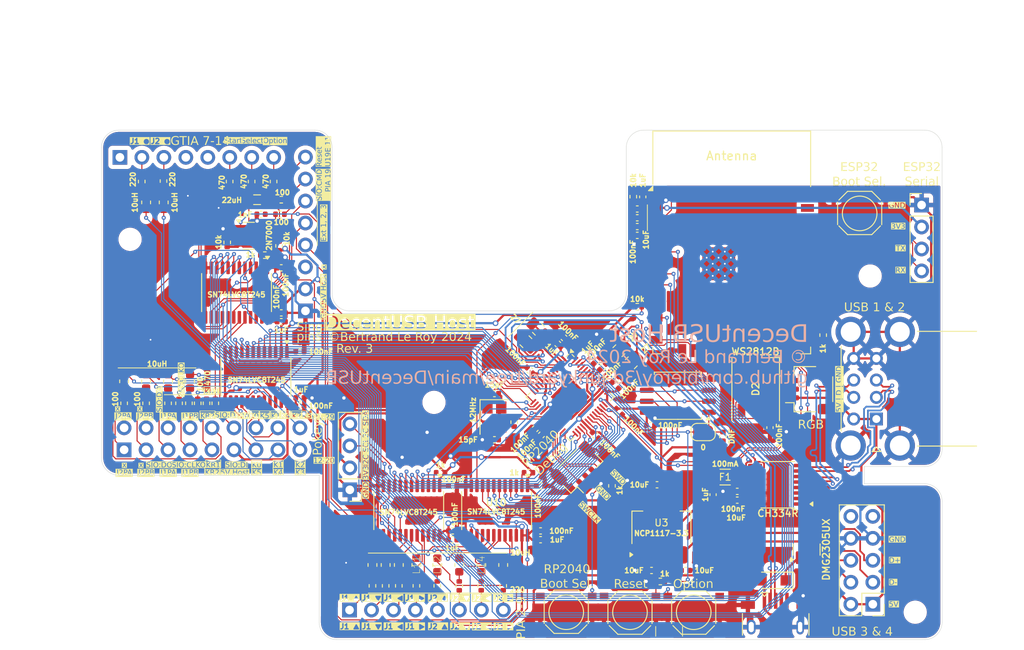
<source format=kicad_pcb>
(kicad_pcb (version 20240108) (generator "pcbnew") (generator_version "8.0")
  (title_block (title "Decent USB Host 2040") (date "2024-11-09") (rev "3") (company "Decent Consulting"))
  (layers (0 "F.Cu" signal) (31 "B.Cu" signal) (34 "B.Paste" user) (35 "F.Paste" user) (36 "B.SilkS" user "B.Silkscreen") (37 "F.SilkS" user "F.Silkscreen") (38 "B.Mask" user) (39 "F.Mask" user) (44 "Edge.Cuts" user))
  (net 0 "")
  (net 1 "+5V")
  (net 2 "GND")
  (net 3 "/XIN")
  (net 4 "Net-(U2-VDD33)")
  (net 5 "+3V3")
  (net 6 "J1:LEFT")
  (net 7 "SELECT")
  (net 8 "SIO:COMMAND")
  (net 9 "OPTION")
  (net 10 "RESET")
  (net 11 "~{K1}")
  (net 12 "+1V1")
  (net 13 "J1:BACK")
  (net 14 "J1:FWD")
  (net 15 "~{K5}")
  (net 16 "START")
  (net 17 "~{K0}")
  (net 18 "~{K2}")
  (net 19 "SIO:CLOCK_OUT")
  (net 20 "~{KR2}")
  (net 21 "SIO:DATA_IN")
  (net 22 "J1:RIGHT")
  (net 23 "J1:TRIGGER")
  (net 24 "SIO:DATA_OUT")
  (net 25 "~{KR1}")
  (net 26 "Net-(D2-DOUT)")
  (net 27 "Net-(U2-V5)")
  (net 28 "EXT2")
  (net 30 "+5V HOST")
  (net 32 "EXT1")
  (net 33 "Net-(J2-Pin_8)")
  (net 34 "EXT3")
  (net 35 "Net-(J3-Pin_2)")
  (net 36 "Net-(J3-Pin_7)")
  (net 39 "Net-(J3-Pin_3)")
  (net 41 "Net-(J3-Pin_8)")
  (net 42 "Net-(J3-Pin_6)")
  (net 43 "/SWD")
  (net 44 "/SWCLK")
  (net 45 "~{K4}")
  (net 46 "Net-(J5-Pin_3)")
  (net 47 "Net-(J5-Pin_2)")
  (net 48 "Net-(J5-Pin_13)")
  (net 49 "Net-(J5-Pin_1)")
  (net 50 "Net-(J5-Pin_15)")
  (net 53 "Net-(J5-Pin_16)")
  (net 54 "Net-(J5-Pin_4)")
  (net 55 "~{K3}")
  (net 56 "Net-(J5-Pin_5)")
  (net 58 "/USB3-D-")
  (net 59 "/USB3-D+")
  (net 60 "/USB4-D+")
  (net 62 "/USB4-D-")
  (net 63 "Net-(J7-Pin_6)")
  (net 64 "Net-(J7-Pin_8)")
  (net 65 "Net-(J7-Pin_2)")
  (net 66 "Net-(J7-Pin_7)")
  (net 67 "Net-(J7-Pin_1)")
  (net 68 "Net-(J7-Pin_4)")
  (net 69 "Net-(J7-Pin_5)")
  (net 70 "Net-(J7-Pin_3)")
  (net 71 "Net-(L2-Pad2)")
  (net 72 "J2:POTA")
  (net 73 "Net-(L3-Pad2)")
  (net 74 "J2:POTB")
  (net 75 "J1:POTA")
  (net 76 "Net-(L4-Pad2)")
  (net 77 "J1:POTB")
  (net 78 "Net-(L5-Pad2)")
  (net 79 "Net-(L6-Pad2)")
  (net 80 "Net-(L7-Pad2)")
  (net 81 "J2:TRIGGER")
  (net 82 "Net-(L8-Pad2)")
  (net 83 "Net-(L9-Pad2)")
  (net 84 "Net-(L10-Pad2)")
  (net 85 "Net-(L11-Pad2)")
  (net 86 "Net-(L12-Pad2)")
  (net 87 "J2:FWD")
  (net 88 "J2:BACK")
  (net 89 "Net-(L13-Pad2)")
  (net 90 "Net-(L14-Pad2)")
  (net 91 "J2:LEFT")
  (net 92 "J2:RIGHT")
  (net 93 "Net-(L15-Pad2)")
  (net 94 "Net-(L16-Pad2)")
  (net 95 "/XOUT")
  (net 96 "/FLASH_SS")
  (net 97 "/QSPI_SS")
  (net 98 "/~{USB_BOOT}")
  (net 99 "Net-(U8-DIR)")
  (net 100 "Net-(U9-DIR)")
  (net 101 "Net-(U10-DIR)")
  (net 105 "Net-(C18-Pad2)")
  (net 106 "Net-(U1-EN)")
  (net 112 "/VBUS")
  (net 113 "NeoPixelData")
  (net 116 "ESP32_TX")
  (net 117 "ESP32_RX")
  (net 118 "I2C_SCL")
  (net 121 "I2C_SDA")
  (net 124 "SIO:COMMAND3V3")
  (net 129 "/USB1-D-")
  (net 130 "/USB2-D+")
  (net 131 "/USB2-D-")
  (net 132 "/USB1-D+")
  (net 133 "/QSPI_SD2")
  (net 134 "/QSPI_SD1")
  (net 135 "/QSPI_SD3")
  (net 136 "/QSPI_SCLK")
  (net 137 "/QSPI_SD0")
  (net 138 "DMU-")
  (net 139 "DMU+")
  (net 140 "Net-(J2-Pin_7)")
  (net 141 "Net-(U4-RUN)")
  (net 142 "Net-(R1-Pad2)")
  (net 143 "/USB_DP")
  (net 144 "/USB_DN")
  (net 145 "LEVEL_ENABLE")
  (net 146 "Net-(U1-IO0)")
  (net 147 "/~{ESP32_BOOT_SEL}")
  (net 149 "EXT2_3V3")
  (net 150 "RESET3V3")
  (net 153 "EXT3_3V3")
  (net 154 "EXT1_3V3")
  (net 155 "SELECT3V3")
  (net 156 "START3V3")
  (net 157 "OPTION3V3")
  (net 159 "~{KR2}3V3")
  (net 160 "SIO:CLOCK_OUT3V3")
  (net 161 "~{K0}3V3")
  (net 162 "J1:F3V3")
  (net 163 "~{K1}3V3")
  (net 164 "~{K4}3V3")
  (net 165 "J2:PA3V3")
  (net 166 "J2:T3V3")
  (net 167 "J2:L3V3")
  (net 168 "~{K5}3V3")
  (net 169 "SIO:DATA_OUT3V3")
  (net 170 "~{K2}3V3")
  (net 171 "J1:PB3V3")
  (net 172 "SIO:DATA_IN3V3")
  (net 173 "J1:PA3V3")
  (net 174 "J2:R3V3")
  (net 175 "J2:F3V3")
  (net 176 "J1:R3V3")
  (net 177 "J1:L3V3")
  (net 178 "J1:B3V3")
  (net 179 "J2:B3V3")
  (net 180 "~{K3}3V3")
  (net 181 "J1:T3V3")
  (net 182 "~{KR1}3V3")
  (net 183 "J2:PB3V3")
  (net 184 "/PI_USB_D-")
  (net 185 "/PI_USB_D+")
  (net 186 "/USBH+")
  (net 187 "/USBH-")
  (footprint "Resistor_SMD:R_0402_1005Metric" (layer "F.Cu") (at 115.189 75.057 -90)
    (property "Reference" "R25" (hide yes))
    (property "Value" "470")
  )
  (footprint "Resistor_SMD:R_0402_1005Metric" (layer "F.Cu") (at 162.433 121.285 180)
    (property "Reference" "R7" (hide yes))
    (property "Value" "1k")
  )
  (footprint "Capacitor_SMD:C_0402_1005Metric" (layer "F.Cu") (at 118.618 90.241 180)
    (property "Reference" "C29" (hide yes))
    (property "Value" "100nF")
  )
  (footprint "Resistor_SMD:R_0402_1005Metric" (layer "F.Cu") (at 106.802 100.691 -90)
    (property "Reference" "R15" (hide yes))
    (property "Value" "100")
  )
  (footprint "Connector_PinHeader_2.54mm:PinHeader_1x08_P2.54mm_Vertical" (layer "F.Cu") (at 121.412 90.013 180)
    (property "Reference" "J2" (hide yes))
    (property "Value" "Conn_01x08" (hide yes))
  )
  (footprint "Resistor_SMD:R_0402_1005Metric" (layer "F.Cu") (at 107.945 100.691 90)
    (property "Reference" "R20" (hide yes))
    (property "Value" "100" (hide yes))
  )
  (footprint "Resistor_SMD:R_0402_1005Metric" (layer "F.Cu") (at 144.272 121.793 90)
    (property "Reference" "R34" (hide yes))
    (property "Value" "220" (hide yes))
  )
  (footprint "Package_TO_SOT_SMD:SOT-23" (layer "F.Cu") (at 114.8588 81.3308)
    (property "Reference" "Q1" (hide yes))
    (property "Value" "2N7000")
  )
  (footprint "Resistor_SMD:R_0402_1005Metric" (layer "F.Cu") (at 159.3088 76.8096 -90)
    (property "Reference" "R11" (hide yes))
    (property "Value" "10k")
  )
  (footprint "Diode_SMD:Nexperia_CFP3_SOD-123W" (layer "F.Cu") (at 175.531 121.158 180)
    (property "Reference" "D1" (hide yes))
    (property "Value" "MBR120VLSFT1G" (hide yes))
  )
  (footprint "Capacitor_SMD:C_0402_1005Metric" (layer "F.Cu") (at 148.59 115.443 180)
    (property "Reference" "C32" (hide yes))
    (property "Value" "100nF")
  )
  (footprint "Resistor_SMD:R_0402_1005Metric" (layer "F.Cu") (at 117.729 75.057 -90)
    (property "Reference" "R26" (hide yes))
    (property "Value" "470")
  )
  (footprint "Capacitor_SMD:C_0402_1005Metric" (layer "F.Cu") (at 175.1076 103.505 90)
    (property "Reference" "C42" (hide yes))
    (property "Value" "100nF")
  )
  (footprint "Capacitor_SMD:C_0402_1005Metric" (layer "F.Cu") (at 171.323 111.887 180)
    (property "Reference" "C3" (hide yes))
    (property "Value" "10uF")
  )
  (footprint "Capacitor_SMD:C_0402_1005Metric" (layer "F.Cu") (at 154.94 104.394 -45)
    (property "Reference" "C10" (hide yes))
    (property "Value" "100nF")
  )
  (footprint "Capacitor_SMD:C_0402_1005Metric" (layer "F.Cu") (at 138.43 110.236 180)
    (property "Reference" "C36" (hide yes))
    (property "Value" "100nF")
  )
  (footprint "Capacitor_SMD:C_0402_1005Metric" (layer "F.Cu") (at 147.348172 96.895713 135)
    (property "Reference" "C11" (hide yes))
    (property "Value" "100nF")
  )
  (footprint "Capacitor_SMD:C_0402_1005Metric" (layer "F.Cu") (at 155.067 95.758 45)
    (property "Reference" "C7" (hide yes))
    (property "Value" "1uF")
  )
  (footprint "Resistor_SMD:R_0402_1005Metric" (layer "F.Cu") (at 116.713 83.566 180)
    (property "Reference" "R37" (hide yes))
    (property "Value" "1k")
  )
  (footprint "Capacitor_SMD:C_0402_1005Metric" (layer "F.Cu") (at 143.256 104.902)
    (property "Reference" "C18" (hide yes))
    (property "Value" "15pF")
  )
  (footprint "Resistor_SMD:R_0402_1005Metric" (layer "F.Cu") (at 159.766 89.535 180)
    (property "Reference" "R36" (hide yes))
    (property "Value" "10k")
  )
  (footprint "Package_SO:TSSOP-24_4.4x7.8mm_P0.65mm" (layer "F.Cu") (at 115.692 97.643 -90)
    (property "Reference" "U7" (hide yes))
    (property "Value" "SN74LVC8T245")
  )
  (footprint "Connector_PinHeader_2.54mm:PinHeader_1x08_P2.54mm_Vertical" (layer "F.Cu") (at 99.964 72.263 90)
    (property "Reference" "J3" (hide yes))
    (property "Value" "Conn_01x08" (hide yes))
  )
  (footprint "DecenTKL:Tactile_Switch_Basic_XKB_TS-1187A" (layer "F.Cu") (at 151.559 124.841)
    (property "Reference" "SW2" (hide yes))
    (property "Value" "SW_TACTILE" (hide yes))
  )
  (footprint "MountingHole:MountingHole_2.2mm_M2" (layer "F.Cu") (at 101.1428 81.7372)
    (property "Reference" "H4" (hide yes))
    (property "Value" "MountingHole" (hide yes))
  )
  (footprint "Package_DFN_QFN:QFN-56-1EP_7x7mm_P0.4mm_EP3.2x3.2mm" (layer "F.Cu") (at 152.019 99.949 -45)
    (property "Reference" "U4" (hide yes))
    (property "Value" "RP2040")
  )
  (footprint "Capacitor_SMD:C_0402_1005Metric" (layer "F.Cu") (at 160.401 76.835 90)
    (property "Reference" "C20" (hide yes))
    (property "Value" "1uF")
  )
  (footprint "Capacitor_SMD:C_0402_1005Metric" (layer "F.Cu") (at 116.2812 78.8416 180)
    (property "Reference" "C23" (hide yes))
    (property "Value" "1nF")
  )
  (footprint "Resistor_SMD:R_0805_2012Metric" (layer "F.Cu") (at 146.899159 93.573018 -45)
    (property "Reference" "R4" (hide yes))
    (property "Value" "27")
  )
  (footprint "Capacitor_SMD:C_0402_1005Metric" (layer "F.Cu") (at 147.97679 103.630905 -135)
    (property "Reference" "C13" (hide yes))
    (property "Value" "100nF")
  )
  (footprint "Connector_PinHeader_2.54mm:PinHeader_2x05_P2.54mm_Vertical" (layer "F.Cu") (at 186.9948 123.9192 180)
    (property "Reference" "J6" (hide yes))
    (property "Value" "Conn_02x05_Odd_Even" (hide yes))
  )
  (footprint "Resistor_SMD:R_0402_1005Metric" (layer "F.Cu") (at 156.845 110.236 -90)
    (property "Reference" "R1" (hide yes))
    (property "Value" "1k")
  )
  (footprint "Resistor_SMD:R_0402_1005Metric" (layer "F.Cu") (at 112.3696 82.0928 -90)
    (property "Reference" "R12" (hide yes))
    (property "Value" "10k")
  )
  (footprint "Resistor_SMD:R_0402_1005Metric" (layer "F.Cu") (at 132.207 121.793 90)
    (property "Reference" "R29" (hide yes))
    (property "Value" "220" (hide yes))
  )
  (footprint "Capacitor_SMD:C_0402_1005Metric" (layer "F.Cu") (at 155.78542 96.476421 45)
    (property "Reference" "C12" (hide yes))
    (property "Value" "100nF")
  )
  (footprint "Capacitor_SMD:C_0402_1005Metric" (layer "F.Cu") (at 157.226 97.917 45)
    (property "Reference" "C8" (hide yes))
    (property "Value" "100nF")
  )
  (footprint "Resistor_SMD:R_0402_1005Metric" (layer "F.Cu") (at 105.532 100.691 90)
    (property "Reference" "R19" (hide yes))
    (property "Value" "100" (hide yes))
  )
  (footprint "Resistor_SMD:R_0402_1005Metric" (layer "F.Cu") (at 102.992 100.691 90)
    (property "Reference" "R18" (hide yes))
    (property "Value" "100")
  )
  (footprint "Inductor_SMD:L_0603_1608Metric" (layer "F.Cu") (at 144.272 119.38 -90)
    (property "Reference" "L15" (hide yes))
    (property "Value" "10uH" (hide yes))
  )
  (footprint "Resistor_SMD:R_0402_1005Metric" (layer "F.Cu") (at 145.542 102.87 90)
    (property "Reference" "R8" (hide yes))
    (property "Value" "1k")
  )
  (footprint "Capacitor_SMD:C_0402_1005Metric" (layer "F.Cu") (at 150.581064 93.842426 135)
    (property "Reference" "C16" (hide yes))
    (property "Value" "1uF")
  )
  (footprint "Capacitor_SMD:C_0402_1005Metric" (layer "F.Cu") (at 120.772 100.056 180)
    (property "Reference" "C28" (hide yes))
    (property "Value" "1uF")
  )
  (footprint "Resistor_SMD:R_0402_1005Metric" (layer "F.Cu") (at 147.193 108.712 180)
    (property "Reference" "R39" (hide yes))
    (property "Value" "1k")
  )
  (footprint "Inductor_SMD:L_0603_1608Metric" (layer "F.Cu") (at 102.997 77.47 90)
    (property "Reference" "L6" (hide yes))
    (property "Value" "10uH")
  )
  (footprint "Resistor_SMD:R_0402_1005Metric" (layer "F.Cu") (at 134.239 121.793 90)
    (property "Reference" "R30" (hide yes))
    (property "Value" "220" (hide yes))
  )
  (footprint "Resistor_SMD:R_0402_1005Metric" (layer "F.Cu") (at 110.993 100.691 -90)
    (property "Reference" "R16" (hide yes))
    (property "Value" "100" (hide yes))
  )
  (footprint "Inductor_SMD:L_0603_1608Metric" (layer "F.Cu") (at 108.072 98.151 -90)
    (property "Reference" "L5" (hide yes))
    (property "Value" "10uH")
  )
  (footprint "Resistor_SMD:R_0805_2012Metric" (layer "F.Cu") (at 159.0773 96.012 -135)
    (property "Reference" "R5" (hide yes))
    (property "Value" "27")
  )
  (footprint "Capacitor_SMD:C_0402_1005Metric" (layer "F.Cu") (at 159.766 78.232)
    (property "Reference" "C38" (hide yes))
    (property "Value" "10uF")
  )
  (footprint "Capacitor_SMD:C_0402_1005Metric" (layer "F.Cu") (at 157.94442 98.635421 45)
    (property "Reference" "C9" (hide yes))
    (property "Value" "100nF")
  )
  (footprint "Inductor_SMD:L_0603_1608Metric" (layer "F.Cu") (at 100.452 98.151 -90)
    (property "Reference" "L2" (hide yes))
    (property "Value" "10uH" (hide yes))
  )
  (footprint "Capacitor_SMD:C_0402_1005Metric" (layer "F.Cu") (at 159.766 79.248)
    (property "Reference" "C39" (hide yes))
    (property "Value" "10uF" (hide yes))
  )
  (footprint "Capacitor_SMD:C_0402_1005Metric" (layer "F.Cu") (at 118.618 85.034 180)
    (property "Reference" "C35" (hide yes))
    (property "Value" "100nF")
  )
  (footprint "MountingHole:MountingHole_2.2mm_M2" (layer "F.Cu") (at 191.897 124.841)
    (property "Reference" "H2" (hide yes))
    (property "Value" "MountingHole" (hide yes))
  )
  (footprint "Crystal:Crystal_SMD_Abracon_ABM8AIG-4Pin_3.2x2.5mm" (layer "F.Cu") (at 143.2432 102.278 -90)
    (property "Reference" "X1" (hide yes))
    (property "Value" "12MHz")
  )
  (footprint "Inductor_SMD:L_0805_2012Metric" (layer "F.Cu") (at 115.824 77.16)
    (property "Reference" "L16" (hide yes))
    (property "Value" "22uH")
  )
  (footprint "DecenTKL:OLED_modeule_0_91_128x32_I2C" (layer "F.Cu") (at 126.5428 103.0932)
    (property "Reference" "J11" (hide yes))
    (property "Value" "Conn_01x04" (hide yes))
  )
  (footprint "DecenTKL:Tactile_Switch_Basic_XKB_TS-1187A" (layer "F.Cu") (at 166.291 124.841 180)
    (property "Reference" "SW1" (hide yes))
    (property "Value" "SW_TACTILE" (hide yes))
  )
  (footprint "Resistor_SMD:R_0402_1005Metric" (layer "F.Cu") (at 118.4656 78.8416 180)
    (property "Reference" "R6" (hide yes))
    (property "Value" "100")
  )
  (footprint "Package_SO:SOIC-8_5.23x5.23mm_P1.27mm" (layer "F.Cu") (at 164.465 99.822 180)
    (property "Reference" "U5" (hide yes))
    (property "Value" "W25Q128JVS")
  )
  (footprint "Package_TO_SOT_SMD:SOT-23" (layer "F.Cu") (at 179.341 117.602 90)
    (property "Reference" "Q2" (hide yes))
    (property "Value" "DMG2305UX")
  )
  (footprint "Package_SO:QSOP-16_3.9x4.9mm_P0.635mm" (layer "F.Cu") (at 176.022 110.109 180)
    (property "Reference" "U2" (hide yes))
    (property "Value" "CH334R")
  )
  (footprint "Capacitor_SMD:C_0402_1005Metric" (layer "F.Cu") (at 157.675466 101.655249 -45)
    (property "Reference" "C15" (hide yes))
    (property "Value" "100nF")
  )
  (footprint "Resistor_SMD:R_0402_1005Metric" (layer "F.Cu") (at 109.977 100.691 90)
    (property "Reference" "R21" (hide yes))
    (property "Value" "470")
  )
  (footprint "Connector_PinHeader_2.54mm:PinHeader_2x09_P2.54mm_Vertical" (layer "F.Cu") (at 100.452 106.0704 90)
    (property "Reference" "J5" (hide yes))
    (property "Value" "Conn_02x09_Counter_Clockwise" (hide yes))
  )
  (footprint "Capacitor_SMD:C_0402_1005Metric" (layer "F.Cu") (at 159.766 81.28)
    (property "Reference" "C41" (hide yes))
    (property "Value" "100nF")
  )
  (footprint "Capacitor_SMD:C_0402_1005Metric" (layer "F.Cu") (at 161.417 120.015 180)
    (property "Reference" "C4" (hide yes))
    (property "Value" "10uF")
  )
  (footprint "Resistor_SMD:R_0402_1005Metric" (layer "F.Cu") (at 102.489 75.057 -90)
    (property "Reference" "R22" (hide yes))
    (property "Value" "220")
  )
  (footprint "Resistor_SMD:R_0402_1005Metric" (layer "F.Cu") (at 137.033 108.712 180)
    (property "Reference" "R38" (hide yes))
    (property "Value" "1k")
  )
  (footprint "Inductor_SMD:L_0603_1608Metric" (layer "F.Cu") (at 105.029 77.47 90)
    (property "Reference" "L7" (hide yes))
    (property "Value" "10uH")
  )
  (footprint "Package_SO:TSSOP-24_4.4x7.8mm_P0.65mm" (layer "F.Cu") (at 143.51 113.0905 -90)
    (property "Reference" "U10" (hide yes))
    (property "Value" "SN74LVC8T245")
  )
  (footprint "DecenTKL:Tactile_Switch_Basic_XKB_TS-1187A" (layer "F.Cu") (at 185.4736 78.7446)
    (property "Reference" "SW4" (hide yes))
    (property "Value" "SW_TACTILE" (hide yes))
  )
  (footprint "DecenTKL:USB_Micro-B" (layer "F.Cu") (at 175.768 124.206)
    (property "Reference" "J1" (hide yes))
    (property "Value" "USB_B_Micro" (hide yes))
  )
  (footprint "Package_TO_SOT_SMD:SOT-223-3_TabPin2" (layer "F.Cu") (at 162.56 115.062 90)
    (property "Reference" "U3" (hide yes))
    (property "Value" "NCP1117-3.3")
  )
  (footprint "Inductor_SMD:L_0603_1608Metric" (layer "F.Cu") (at 141.732 119.38 -90)
    (property "Reference" "L14" (hide yes))
    (property "Value" "10uH" (hide yes))
  )
  (footprint "Resistor_SMD:R_0402_1005Metric" (layer "F.Cu") (at 105.006 75.003 -90)
    (property "Reference" "R23" (hide yes))
    (property "Value" "220")
  )
  (footprint "Capacitor_SMD:C_0402_1005Metric" (layer "F.Cu") (at 120.772 94.722 180)
    (property "Reference" "C34" (hide yes))
    (property "Value" "100nF")
  )
  (footprint "Capacitor_SMD:C_0402_1005Metric" (layer "F.Cu") (at 148.69521 104.349326 -135)
    (property "Reference" "C6" (hide yes))
    (property "Value" "100nF")
  )
  (footprint "Resistor_SMD:R_0805_2012Metric" (layer "F.Cu") (at 157.640459 94.615 -135)
    (property "Reference" "R2" (hide yes))
    (property "Value" "27")
  )
  (footprint "Capacitor_SMD:C_0402_1005Metric" (layer "F.Cu") (at 165.354 120.015)
    (property "Reference" "C2" (hide yes))
    (property "Value" "10uF")
  )
  (footprint "Capacitor_SMD:C_0402_1005Metric" (layer "F.Cu") (at 118.618 91.257 180)
    (property "Reference" "C30" (hide yes))
    (property "Value" "1uF")
  )
  (footprint "Connector_JST:JST_SH_BM03B-SRSS-TB_1x03-1MP_P1.00mm_Vertical" (layer "F.Cu") (at 153.162 108.458 45)
    (property "Reference" "J10" (hide yes))
    (property "Value" "SM03B-SRSS-TB" (hide yes))
  )
  (footprint "Resistor_SMD:R_0402_1005Metric" (layer "F.Cu") (at 141.732 121.793 90)
    (property "Reference" "R33" (hide yes))
    (property "Value" "220" (hide yes))
  )
  (footprint "Capacitor_SMD:C_0402_1005Metric" (layer "F.Cu") (at 138.43 115.443 180)
    (property "Reference" "C1" (hide yes))
    (property "Value" "100nF")
  )
  (footprint "Capacitor_SMD:C_0402_1005Metric" (layer "F.Cu") (at 148.59 116.459 180)
    (property "Reference" "C33" (hide yes))
    (property "Value" "1uF")
  )
  (footprint "Resistor_SMD:R_0402_1005Metric" (layer "F.Cu") (at 129.159 121.793 90)
    (property "Reference" "R27" (hide yes))
    (property "Value" "220" (hide yes))
  )
  (footprint "Resistor_SMD:R_0805_2012Metric" (layer "F.Cu") (at 148.336 92.136177 -45)
    (property "Reference" "R3" (hide yes))
    (property "Value" "27" (hide yes))
  )
  (footprint "Resistor_SMD:R_0402_1005Metric" (layer "F.Cu") (at 181.2544 92.8116 -90)
    (property "Reference" "R40" (hide yes))
    (property "Value" "1k")
  )
  (footprint "Capacitor_SMD:C_0402_1005Metric" (layer "F.Cu") (at 161.29 103.251)
    (property "Reference" "C19" (hide yes))
    (property "Value" "100nF")
  )
  (footprint "Capacitor_SMD:C_0402_1005Metric" (layer "F.Cu") (at 143.256 99.568)
    (property "Reference" "C17" (hide yes))
    (property "Value" "15pF")
  )
  (footprint "LED_SMD:LED_WS2812B_PLCC4_5.0x5.0mm_P3.2mm" (layer "F.Cu") (at 173.4566 99.06 90)
    (property "Reference" "D2" (hide yes))
    (property "Value" "WS2812B")
  )
  (footprint "Inductor_SMD:L_0603_1608Metric" (layer "F.Cu") (at 130.683 119.38 -90)
    (property "Reference" "L9" (hide yes))
    (property "Value" "10uH" (hide yes))
  )
  (footprint "Resistor_SMD:R_0402_1005Metric" (layer "F.Cu") (at 118.364 82.494 -90)
    (property "Reference" "R13" (hide yes))
    (property "Value" "10k")
  )
  (footprint "Inductor_SMD:L_0603_1608Metric" (layer "F.Cu") (at 105.532 98.151 -90)
    (property "Reference" "L4" (hide yes))
    (property "Value" "10uH" (hide yes))
  )
  (footprint "Capacitor_SMD:C_0402_1005Metric" (layer "F.Cu") (at 159.766 80.264)
    (property "Reference" "C40" (hide yes))
    (property "Value" "10uF" (hide yes))
  )
  (footprint "Connector_PinHeader_2.54mm:PinHeader_1x08_P2.54mm_Vertical" (layer "F.Cu") (at 126.507 124.587 90)
    (property "Reference" "J7" (hide yes))
    (property "Value" "Conn_01x08" (hide yes))
  )
  (footprint "Capacitor_SMD:C_0402_1005Metric" (layer "F.Cu") (at 168.529 111.252 -90)
    (property "Reference" "C25" (hide yes))
    (property "Value" "1uF")
  )
  (footprint "Capacitor_SMD:C_0402_1005Metric" (layer "F.Cu") (at 138.43 116.459 180)
    (property "Reference" "C26" (hide yes))
    (property "Value" "1uF")
  )
  (footprint "Resistor_SMD:R_0402_1005Metric" (layer "F.Cu") (at 100.452 100.691 90)
    (property "Reference" "R17" (hide yes))
    (property "Value" "100")
  )
  (footprint "Capacitor_SMD:C_0402_1005Metric" (layer "F.Cu") (at 151.299484 93.124006 135)
    (property "Reference" "C14" (hide yes))
    (property "Value" "100nF")
  )
  (footprint "Resistor_SMD:R_0402_1005Metric" (layer "F.Cu") (at 169.672 104.521 90)
    (property "Reference" "R9" (hide yes))
    (property "Value" "DNF")
  )
  (footprint "Inductor_SMD:L_0603_1608Metric" (layer "F.Cu") (at 132.207 119.38 -90)
    (property "Reference" "L10" (hide yes))
    (property "Value" "10uH" (hide yes))
  )
  (footprint "Inductor_SMD:L_0603_1608Metric" (layer "F.Cu") (at 134.239 119.38 -90)
    (property "Reference" "L11" (hide yes))
    (property "Value" "10uH" (hide yes))
  )
  (footprint "Capacitor_SMD:C_0402_1005Metric" (layer "F.Cu") (at 148.59 110.233 180)
    (property "Reference" "C37" (hide yes))
    (property "Value" "100nF")
  )
  (footprint "Resistor_SMD:R_0402_1005Metric" (layer "F.Cu") (at 130.683 121.793 90)
    (property "Reference" "R28" (hide yes))
    (property "Value" "220" (hide yes))
  )
  (footprint "Inductor_SMD:L_0603_1608Metric" (layer "F.Cu") (at 129.159 119.38 -90)
    (property "Reference" "L8" (hide yes))
    (property "Value" "10uH" (hide yes))
  )
  (footprint "Fuse:Fuse_1206_3216Metric" (layer "F.Cu") (at 169.926 109.22 180)
    (property "Reference" "F1" (hide yes))
    (property "Value" "100mA")
  )
  (footprint "Package_SO:TSSOP-24_4.4x7.8mm_P0.65mm" (layer "F.Cu") (at 133.35 113.0905 -90)
    (property "Reference" "U9" (hide yes))
    (property "Value" "SN74LVC8T245")
  )
  (footprint "Connector_PinHeader_2.54mm:PinHeader_1x04_P2.54mm_Vertical" (layer "F.Cu") (at 192.6336 77.7748)
    (property "Reference" "J9" (hide yes))
    (property "Value" "Conn_01x04" (hide yes))
  )
  (footprint "Capacitor_SMD:C_0402_1005Metric" (layer "F.Cu") (at 162.052 110.109 180)
    (property "Reference" "C5" (hide yes))
    (property "Value" "10uF")
  )
  (footprint "Resistor_SMD:R_0402_1005Metric" (layer "F.Cu") (at 108.961 100.691 -90)
    (property "Reference" "R14" (hide yes))
    (property "Value" "100" (hide yes))
  )
  (footprint "DecenTKL:Tactile_Switch_Basic_XKB_TS-1187A" (layer "F.Cu") (at 158.925 124.841 180)
    (property "Reference" "SW3" (hide yes))
    (property "Value" "SW_TACTILE" (hide yes))
  )
  (footprint "Connector_JST:JST_SH_SM03B-SRSS-TB_1x03-1MP_P1.00mm_Horizontal" (layer "F.Cu") (at 179.6796 99.06 90)
    (property "Reference" "J8" (hide yes))
    (property "Value" "Conn_01x03" (hide yes))
  )
  (footprint "Package_SO:TSSOP-24_4.4x7.8mm_P0.65mm" (layer "F.Cu") (at 113.44795 87.8945 -90)
    (property "Reference" "U8" (hide yes))
    (property "Value" "SN74LVC8T245")
  )
  (footprint "Inductor_SMD:L_0603_1608Metric" (layer "F.Cu") (at 102.992 98.151 -90)
    (property "Reference" "L3" (hide yes))
    (property "Value" "10uH" (hide yes))
  )
  (footprint "Resistor_SMD:R_0402_1005Metric" (layer "F.Cu") (at 112.649 75.057 -90)
    (property "Reference" "R24" (hide yes))
    (property "Value" "470")
  )
  (footprint "Capacitor_SMD:C_0402_1005Metric" (layer "F.Cu") (at 120.772 101.01 180)
    (property "Reference" "C27" (hide yes))
    (property "Value" "100nF")
  )
  (footprint "Inductor_SMD:L_0603_1608Metric" (layer "F.Cu") (at 136.652 119.38 -90)
    (property "Reference" "L12" (hide yes))
    (property "Value" "10uH" (hide yes))
  )
  (footprint "Capacitor_SMD:C_0402_1005Metric" (layer "F.Cu") (at 171.323 110.871 180)
    (property "Reference" "C24" (hide yes))
    (property "Value" "100nF")
  )
  (footprint "Resistor_SMD:R_0402_1005Metric" (layer "F.Cu") (at 139.192 121.793 90)
    (property "Reference" "R32" (hide yes))
    (property "Value" "220" (hide yes))
  )
  (footprint "RF_Module:ESP32-WROOM-32D" (layer "F.Cu") (at 170.688 85.09)
    (property "Reference" "U1" (hide yes))
    (property "Value" "ESP32-WROOM-32E" (hide yes))
  )
  (footprint "Resistor_SMD:R_0402_1005Metric" (layer "F.Cu") (at 136.652 121.793 90)
    (property "Reference" "R31" (hide yes))
    (property "Value" "220")
  )
  (footprint "Resistor_SMD:R_0402_1005Metric" (layer "F.Cu") (at 118.618 77.16 180)
    (property "Reference" "R35" (hide yes))
    (property "Value" "100")
  )
  (footprint "Inductor_SMD:L_0603_1608Metric" (layer "F.Cu") (at 139.192 119.38 -90)
    (property "Reference" "L13" (hide yes))
    (property "Value" "10uH")
  )
  (footprint "MountingHole:MountingHole_2.2mm_M2" (layer "F.Cu") (at 136.271 100.584)
    (property "Reference" "H3" (hide yes))
    (property "Value" "MountingHole" (hide yes))
  )
  (footprint "Connector_USB:USB_A_CUI_UJ2-ADH-TH_Horizontal_Stacked" (layer "F.Cu") (at 187.405684 102.506002 180)
    (property "Reference" "USB1-2" (hide yes))
    (property "Value" "USB_A_Dual" (hide yes))
  )
  (footprint "Jumper:SolderJumper-2_P1.3mm_Bridged_RoundedPad1.0x1.5mm" (layer "F.Cu") (at 167.386 104.013)
    (property "Reference" "R10" (hide yes))
    (property "Value" "0")
  )
  (footprint "MountingHole:MountingHole_2.2mm_M2" (layer "F.Cu") (at 186.69 85.979)
    (property "Reference" "H1" (hide yes))
    (property "Value" "MountingHole" (hide yes))
  )
  (gr_line (start 160.9344 77.7494) (end 160.9344 80.7466) (stroke (width 0.1)) (layer "F.SilkS"))
  (gr_line (start 164.9984 126.492) (end 164.9984 127.6096) (stroke (width 0.1)) (layer "F.SilkS"))
  (gr_line (start 99.76 96.6) (end 108.76 96.6) (stroke (width 0.1)) (layer "F.SilkS"))
  (gr_line (start 105.0984 99.7) (end 110.3816 99.7) (stroke (width 0.1)) (layer "F.SilkS"))
  (gr_line (start 161.8996 126.492) (end 161.8996 127.6096) (stroke (width 0.1)) (layer "F.SilkS"))
  (gr_line (start 128.6764 122.6312) (end 144.7292 122.6312) (stroke (width 0.1)) (layer "F.SilkS"))
  (gr_line (start 122.7836 77.3684) (end 122.7836 82.4484) (stroke (width 0.1)) (layer "F.SilkS"))
  (gr_line (start 147.701 90.17) (end 144.907 92.964) (stroke (width 0.1)) (layer "F.SilkS"))
  (gr_line (start 128.6764 118.0084) (end 144.7292 118.0084) (stroke (width 0.1)) (layer "F.SilkS"))
  (gr_line (start 122.5 69.12) (end 99.839214 69.12) (stroke (width 0.05)) (layer "Edge.Cuts"))
  (gr_line (start 97.839214 71.12) (end 97.839214 107) (stroke (width 0.05)) (layer "Edge.Cuts"))
  (gr_arc (start 195 106) (mid 194.414214 107.414214) (end 193 108) (stroke (width 0.05)) (layer "Edge.Cuts"))
  (gr_arc (start 195 126) (mid 194.414214 127.414214) (end 193 128) (stroke (width 0.05)) (layer "Edge.Cuts"))
  (gr_arc (start 158.5 71.12) (mid 159.085786 69.705786) (end 160.5 69.12) (stroke (width 0.05)) (layer "Edge.Cuts"))
  (gr_arc (start 158.5 88.011) (mid 157.914214 89.425214) (end 156.5 90.011) (stroke (width 0.05)) (layer "Edge.Cuts"))
  (gr_arc (start 97.839214 71.12) (mid 98.425 69.705786) (end 99.839214 69.12) (stroke (width 0.05)) (layer "Edge.Cuts"))
  (gr_arc (start 99.839214 109) (mid 98.425 108.414214) (end 97.839214 107) (stroke (width 0.05)) (layer "Edge.Cuts"))
  (gr_arc (start 122.5 69.12) (mid 123.914214 69.705786) (end 124.5 71.12) (stroke (width 0.05)) (layer "Edge.Cuts"))
  (gr_line (start 186 110) (end 193 110) (stroke (width 0.05)) (layer "Edge.Cuts"))
  (gr_line (start 123 109) (end 123 126) (stroke (width 0.05)) (layer "Edge.Cuts"))
  (gr_arc (start 125 128) (mid 123.585786 127.414214) (end 123 126) (stroke (width 0.05)) (layer "Edge.Cuts"))
  (gr_line (start 195 106) (end 195 71.12) (stroke (width 0.05)) (layer "Edge.Cuts"))
  (gr_arc (start 126.492 90.011) (mid 125.077786 89.425214) (end 124.492 88.011) (stroke (width 0.05)) (layer "Edge.Cuts"))
  (gr_arc (start 193 110) (mid 194.414214 110.585786) (end 195 112) (stroke (width 0.05)) (layer "Edge.Cuts"))
  (gr_arc (start 193 69.12) (mid 194.414214 69.705786) (end 195 71.12) (stroke (width 0.05)) (layer "Edge.Cuts"))
  (gr_line (start 193 69.12) (end 160.5 69.12) (stroke (width 0.05)) (layer "Edge.Cuts"))
  (gr_line (start 186 108) (end 186 110) (stroke (width 0.05)) (layer "Edge.Cuts"))
  (gr_line (start 124.492 88.011) (end 124.5 71.12) (stroke (width 0.05)) (layer "Edge.Cuts"))
  (gr_line (start 99.839214 109) (end 123 109) (stroke (width 0.05)) (layer "Edge.Cuts"))
  (gr_line (start 126.492 90.011) (end 156.5 90.011) (stroke (width 0.05)) (layer "Edge.Cuts"))
  (gr_line (start 158.5 88.011) (end 158.5 71.12) (stroke (width 0.05)) (layer "Edge.Cuts"))
  (gr_line (start 193 108) (end 186 108) (stroke (width 0.05)) (layer "Edge.Cuts"))
  (gr_line (start 195 112) (end 195 126) (stroke (width 0.05)) (layer "Edge.Cuts"))
  (gr_line (start 125 128) (end 193 128) (stroke (width 0.05)) (layer "Edge.Cuts"))
  (gr_text "© Bertrand Le Roy 2024" (at 179.45 94.54 -0) (layer "B.SilkS") (effects (font (size 1.5 1.5) (thickness 0.1)) (justify left top mirror)))
  (gr_text "github.com/bleroy/3d-junkyard/tree/main/DecentUSB" (at 179.45 96.9276 -0) (layer "B.SilkS") (effects (font (size 1.5 1.5) (thickness 0.1)) (justify left top mirror)))
  (gr_text "DecentUSB Host" (at 179.5516 91.5936 0) (layer "B.SilkS") (effects (font (size 2 2) (thickness 0.1)) (justify left top mirror)))
  (gr_text "x" (at 123.5456 84.9376 90) (layer "F.SilkS" knockout) (effects (font (size 0.6 0.6))))
  (gr_text "~{K2}" (at 120.4 102.19 0) (layer "F.SilkS" knockout) (effects (font (size 0.6 0.6))))
  (gr_text "Rev. 3" (at 124.968 93.853 -0) (layer "F.SilkS") (effects (font (size 1 1) (thickness 0.1875)) (justify left top)))
  (gr_text "D+" (at 188.849 118.872 0) (layer "F.SilkS" knockout) (effects (font (size 0.6 0.6) (thickness 0.1875)) (justify left)))
  (gr_text "RP2040\nDebug" (at 150.241 107.569 45) (layer "F.SilkS") (effects (font (size 1 1) (thickness 0.1875)) (justify bottom)))
  (gr_text "DecentUSB Host" (at 132.334 90.5764 -0) (layer "F.SilkS" knockout) (effects (font (size 1.5 1.5) (thickness 0.1875)) (justify top)))
  (gr_text "J1 ▲" (at 126.53 123.2 0) (layer "F.SilkS" knockout) (effects (font (size 0.6 0.6))))
  (gr_text "Option" (at 166.243 121.031 -0) (layer "F.SilkS") (effects (font (size 1 1) (thickness 0.1875)) (justify top)))
  (gr_text "5V Host" (at 123.5456 87.4268 90) (layer "F.SilkS" knockout) (effects (font (size 0.6 0.6))))
  (gr_text "J1 ▲" (at 126.5428 126.492 0) (layer "F.SilkS" knockout) (effects (font (size 0.6 0.6))))
  (gr_text "GND" (at 128.4224 110.744 90) (layer "F.SilkS" knockout) (effects (font (size 0.6 0.6))))
  (gr_text "ESP32\nSerial" (at 192.659 75.692 0) (layer "F.SilkS") (effects (font (size 1 1) (thickness 0.1875)) (justify bottom)))
  (gr_text "GND" (at 155.067 110.363 -45) (layer "F.SilkS" knockout) (effects (font (size 0.6 0.6) (thickness 0.1875)) (justify left)))
  (gr_text "~{K4}" (at 119.09 102.18 0) (layer "F.SilkS" knockout) (effects (font (size 0.6 0.6))))
  (gr_text "~{K4}" (at 118.2624 108.712 0) (layer "F.SilkS" knockout) (effects (font (size 0.6 0.6))))
  (gr_text "J1 ◀" (at 131.61 123.2 0) (layer "F.SilkS" knockout) (effects (font (size 0.6 0.6))))
  (gr_text "J2PA" (at 100.4824 108.712 0) (layer "F.SilkS" knockout) (effects (font (size 0.6 0.6))))
  (gr_text "Start" (at 113.0856 70.7136 0) (layer "F.SilkS" knockout) (effects (font (size 0.6 0.6) (thickness 0.1875)) (justify bottom)))
  (gr_text "Reset" (at 159.004 121.031 -0) (layer "F.SilkS") (effects (font (size 1 1) (thickness 0.1875)) (justify top)))
  (gr_text "J1 ◀" (at 131.6228 126.492 0) (layer "F.SilkS" knockout) (effects (font (size 0.6 0.6))))
  (gr_text "J1PB" (at 108.1024 102.1836 0) (layer "F.SilkS" knockout) (effects (font (size 0.6 0.6))))
  (gr_text "SIO:CMD\nPIA 19" (at 123.5456 73.6092 90) (layer "F.SilkS" knockout) (effects (font (size 0.6 0.6)) (justify right)))
  (gr_text "~{K1}" (at 118.2624 107.8484 0) (layer "F.SilkS" knockout) (effects (font (size 0.6 0.6))))
  (gr_text "5V Host" (at 113.2332 108.712 0) (layer "F.SilkS" knockout) (effects (font (size 0.6 0.6))))
  (gr_text "x" (at 102.02 101.32 0) (layer "F.SilkS" knockout) (effects (font (size 0.6 0.6)) (justify left)))
  (gr_text "pins" (at 120.38 92.43 0) (layer "F.SilkS") (effects (font (size 1 1) (thickness 0.1875)) (justify left top)))
  (gr_text "J2 ◀" (at 141.8208 123.2 0) (layer "F.SilkS" knockout) (effects (font (size 0.6 0.6))))
  (gr_text "J2PA" (at 100.34 102.18 0) (layer "F.SilkS" knockout) (effects (font (size 0.6 0.6))))
  (gr_text "J2 ▲" (at 136.7536 126.492 0) (layer "F.SilkS" knockout) (effects (font (size 0.6 0.6))))
  (gr_text "SIO:CLKO" (at 109.8804 107.8484 0) (layer "F.SilkS" knockout) (effects (font (size 0.6 0.6)) (justify right)))
  (gr_text "SIO:DO" (at 106.0196 107.8484 0) (layer "F.SilkS" knockout) (effects (font (size 0.6 0.6)) (justify right)))
  (gr_text "GND" (at 123.5456 90.0176 90) (layer "F.SilkS" knockout) (effects (font (size 0.6 0.6))))
  (gr_text "USB 3 & 4" (at 185.77 126.54 -0) (layer "F.SilkS") (effects (font (size 1 1) (thickness 0.1875)) (justify top)))
  (gr_text "D-" (at 188.849 121.412 0) (layer "F.SilkS" knockout) (effects (font (size 0.6 0.6) (thickness 0.1875)) (justify left)))
  (gr_text "USB 1 & 2" (at 187.198 89.0524 -0) (layer "F.SilkS") (effects (font (size 1 1) (thickness 0.1875)) (justify top)))
  (gr_text "J1 ▶" (at 134.0992 123.2 0) (layer "F.SilkS" knockout) (effects (font (size 0.6 0.6))))
  (gr_text "~{KR2}" (at 110.09 102.18 0) (layer "F.SilkS" knockout) (effects (font (size 0.6 0.6))))
  (gr_text "~{K1}" (at 117.98 102.18 0) (layer "F.SilkS" knockout) (effects (font (size 0.6 0.6))))
  (gr_text "J2 ▼" (at 139.2936 126.492 0) (layer "F.SilkS" knockout) (effects (font (size 0.6 0.6))))
  (gr_text "12-20" (at 122.3264 107.3404 0) (layer "F.SilkS" knockout) (effects (font (size 0.6 0.6)) (justify left)))
  (gr_text "21-29" (at 122.3264 102.3112 0) (layer "F.SilkS" knockout) (effects (font (size 0.6 0.6)) (justify left)))
  (gr_text "x" (at 102.1588 107.8484 0) (layer "F.SilkS" knockout) (effects (font (size 0.6 0.6)) (justify left)))
  (gr_text "Ext 1, 2, 3" (at 123.5456 79.8576 90) (layer "F.SilkS" knockout) (effects (font (size 0.6 0.6))))
  (gr_text "GND" (at 190.754 77.851 0) (layer "F.SilkS" knockout) (effects (font (size 0.6 0.6) (thickness 0.1875)) (justify right)))
  (gr_text "5V" (at 188.849 123.952 0) (layer "F.SilkS" knockout) (effects (font (size 0.6 0.6) (thickness 0.1875)) (justify left)))
  (gr_text "Reset\nU19E 11" (at 123.5456 73.3552 90) (layer "F.SilkS" knockout) (effects (font (size 0.6 0.6)) (justify left)))
  (gr_text "GND" (at 188.849 116.459 0) (layer "F.SilkS" knockout) (effects (font (size 0.6 0.6) (thickness 0.1875)) (justify left)))
  (gr_text "x" (at 100.4824 107.8484 0) (layer "F.SilkS" knockout) (effects (font (size 0.6 0.6))))
  (gr_text "5V" (at 114.15 102.18 0) (layer "F.SilkS" knockout) (effects (font (size 0.6 0.6))))
  (gr_text "J2 ◀" (at 141.8336 126.492 0) (layer "F.SilkS" knockout) (effects (font (size 0.6 0.6))))
  (gr_text "3V3" (at 190.754 80.264 0) (layer "F.SilkS" knockout) (effects (font (size 0.6 0.6) (thickness 0.1875)) (justify right)))
  (gr_text "RX" (at 190.754 85.344 0) (layer "F.SilkS" knockout) (effects (font (size 0.6 0.6) (thickness 0.1875)) (justify right)))
  (gr_text "J1 ▶" (at 134.112 126.492 0) (layer "F.SilkS" knockout) (effects (font (size 0.6 0.6))))
  (gr_text "J2 ●" (at 104.67 70.4 0) (layer "F.SilkS" knockout) (effects (font (size 0.6 0.6) (thickness 0.1875))))
  (gr_text "~{K0}" (at 115.7732 107.8484 0) (layer "F.SilkS" knockout) (effects (font (size 0.6 0.6))))
  (gr_text "PIA 2-9" (at 145.796 127.9652 90) (layer "F.SilkS") (effects (font (size 1 1) (thickness 0.1875)) (justify left top)))
  (gr_text "~{K3}" (at 121.57 102.18 0) (layer "F.SilkS" knockout) (effects (font (size 0.6 0.6))))
  (gr_text "SWD" (at 156.845 108.585 -45) (layer "F.SilkS" knockout) (effects (font (size 0.6 0.6) (thickness 0.1875)) (justify left)))
  (gr_text "J2PB" (at 102.88 102.18 0) (layer "F.SilkS" knockout) (effects (font (size 0.6 0.6))))
  (gr_text "SIO:DI" (at 114.7572 107.8484 0) (layer "F.SilkS" knockout) (effects (font (size 0.6 0.6)) (justify right)))
  (gr_text "RGB" (at 179.832 102.616 0) (layer "F.SilkS") (effects (font (size 1 1) (thickness 0.1875)) (justify top)))
  (gr_text "I2C SCL" (at 128.4224 106.367208 90) (layer "F.SilkS" knockout) (effects (font (size 0.6 0.6))))
  (gr_text "Option" (at 117.9068 70.7136 0) (layer "F.SilkS" knockout) (effects (font (size 0.6 0.6) (thickness 0.1875)) (justify bottom)))
  (gr_text "TX" (at 190.754 82.804 0) (layer "F.SilkS" knockout) (effects (font (size 0.6 0.6) (thickness 0.1875)) (justify right)))
  (gr_text "Single" (at 120.38 91.31 0) (layer "F.SilkS") (effects (font (size 1 1) (thickness 0.1875)) (justify left top)))
  (gr_text "J2PB" (at 103.0224 108.712 0) (layer "F.SilkS" knockout) (effects (font (size 0.6 0.6))))
  (gr_text "x" (at 99.71 101.32 0) (layer "F.SilkS" knockout) (effects (font (size 0.6 0.6))))
  (gr_text "~{K3}" (at 120.8024 108.712 0) (layer "F.SilkS" knockout) (effects (font (size 0.6 0.6))))
  (gr_text "~{K0}" (at 115.47 102.18 0) (layer "F.SilkS" knockout) (effects (font (size 0.6 0.6))))
  (gr_text "©Bertrand Le Roy 2024" (at 132.334 92.4814 -0) (layer "F.SilkS") (effects (font (size 1 1) (thickness 0.1875)) (justify top)))
  (gr_text "~{K5}" (at 116.7 102.18 0) (layer "F.SilkS" knockout) (effects (font (size 0.6 0.6))))
  (gr_text "SIO:CLKO" (at 107.11 96 90) (layer "F.SilkS" knockout) (effects (font (size 0.6 0.6)) (justify right)))
  (gr_text "~{KR1}" (at 110.744 107.8484 0) (layer "F.SilkS" knockout) (effects (font (size 0.6 0.6))))
  (gr_text "~{K5}" (at 115.7732 108.712 0) (layer "F.SilkS" knockout) (effects (font (size 0.6 0.6))))
  (gr_text "ESP32\nBoot Sel." (at 185.42 75.692 0) (layer "F.SilkS") (effects (font (size 1 1) (thickness 0.1875)) (justify bottom)))
  (gr_text "~{KR1}" (at 110.57 99.38 0) (layer "F.SilkS" knockout) (effects (font (size 0.6 0.6))))
  (gr_text "J1PA" (at 105.5624 108.712 0) (layer "F.SilkS" knockout) (effects (font (size 0.6 0.6))))
  (gr_text "J1PB" (at 108.1024 108.712 0) (layer "F.SilkS" knockout) (effects (font (size 0.6 0.6))))
  (gr_text "~{KR2}" (at 110.6424 108.712 0) (layer "F.SilkS" knockout) (effects (font (size 0.6 0.6))))
  (gr_text "3V3" (at 128.4224 108.712 90) (layer "F.SilkS" knockout) (effects (font (size 0.6 0.6))))
  (gr_text "RP2040\nBoot Sel." (at 151.638 122.174 0) (layer "F.SilkS") (effects (font (size 1 1) (thickness 0.1875)) (justify bottom)))
  (gr_text "J2 ▼" (at 139.2808 123.2 0) (layer "F.SilkS" knockout) (effects (font (size 0.6 0.6))))
  (gr_text "I2C SDA" (at 128.4224 103.251 90) (layer "F.SilkS" knockout) (effects (font (size 0.6 0.6))))
  (gr_text "Pokey" (at 122.2756 106.7308 90) (layer "F.SilkS") (effects (font (size 1 1) (thickness 0.1875)) (justify left top)))
  (gr_text "GTIA 7-14" (at 105.81 69.83 -0) (layer "F.SilkS") (effects (font (size 1 1) (thickness 0.1875)) (justify left top)))
  (gr_text "J2 ▶" (at 144.3228 126.492 0) (layer "F.SilkS" knockout) (effects (font (size 0.6 0.6))))
  (gr_text "J1PA" (at 105.5624 102.1836 0) (layer "F.SilkS" knockout) (effects (font (size 0.6 0.6))))
  (gr_text "J2 ▶" (at 144.31 123.2 0) (layer "F.SilkS" knockout) (effects (font (size 0.6 0.6))))
  (gr_text "~{K2}" (at 120.8024 107.8484 0) (layer "F.SilkS" knockout) (effects (font (size 0.6 0.6))))
  (gr_text "5V | D | GND" (at 182.753 99.06 90) (layer "F.SilkS" knockout) (effects (font (size 0.6 0.6) (thickness 0.1875)) (justify top)))
  (gr_text "SIO:DO" (at 104.57 98.72 90) (layer "F.SilkS" knockout) (effects (font (size 0.6 0.6)) (justify right)))
  (gr_text "Select" (at 115.28 70.7136 0) (layer "F.SilkS" knockout) (effects (font (size 0.6 0.6) (thickness 0.1875)) (justify bottom)))
  (gr_text "SIO:DI" (at 113.56 102.08 0) (layer "F.SilkS" knockout) (effects (font (size 0.6 0.6)) (justify right)))
  (gr_text "J1 ▼" (at 129.07 123.2 0) (layer "F.SilkS" knockout) (effects (font (size 0.6 0.6))))
  (gr_text "J1 ●" (at 102.2844 70.4 0) (layer "F.SilkS" knockout) (effects (font (size 0.6 0.6) (thickness 0.1875))))
  (gr_text "SWCLK" (at 153.162 112.268 -45) (layer "F.SilkS" knockout) (effects (font (size 0.6 0.6) (thickness 0.1875)) (justify left)))
  (gr_text "J2 ▲" (at 136.7408 123.2 0) (layer "F.SilkS" knockout) (effects (font (size 0.6 0.6))))
  (gr_text "J1 ▼" (at 129.0828 126.492 0) (layer "F.SilkS" knockout) (effects (font (size 0.6 0.6))))
  (segment (start 180.845 116.8555) (end 179.6625 115.673) (width 0.254) (layer "F.Cu") (net 1))
  (segment (start 164.86 118.212) (end 164.86 114.441) (width 0.254) (layer "F.Cu") (net 1))
  (segment (start 167.399 115.673) (end 164.86 118.212) (width 0.254) (layer "F.Cu") (net 1))
  (segment (start 184.785684 102.506002) (end 182.339682 100.06) (width 0.254) (layer "F.Cu") (net 1))
  (segment (start 184.4548 123.9192) (end 180.845 120.3094) (width 0.254) (layer "F.Cu") (net 1))
  (segment (start 164.86 118.212) (end 164.86 120.001) (width 0.254) (layer "F.Cu") (net 1))
  (segment (start 185.673 107.864552) (end 185.673 110.616) (width 0.254) (layer "F.Cu") (net 1))
  (segment (start 176.931 119.9995) (end 178.391 118.5395) (width 0.254) (layer "F.Cu") (net 1))
  (segment (start 178.978 118.5395) (end 180.662 116.8555) (width 0.254) (layer "F.Cu") (net 1))
  (segment (start 185.673 110.616) (end 188.0988 113.0418) (width 0.254) (layer "F.Cu") (net 1))
  (segment (start 173.2566 100.06) (end 177.6796 100.06) (width 0.254) (layer "F.Cu") (net 1))
  (segment (start 184.4548 123.9192) (end 186.9948 123.9192) (width 0.254) (layer "F.Cu") (net 1))
  (segment (start 182.339682 100.06) (end 177.6796 100.06) (width 0.254) (layer "F.Cu") (net 1))
  (segment (start 164.86 114.441) (end 168.529 110.772) (width 0.254) (layer "F.Cu") (net 1))
  (segment (start 187.405684 102.506002) (end 187.405684 106.131868) (width 0.254) (layer "F.Cu") (net 1))
  (segment (start 176.931 121.158) (end 176.931 119.9995) (width 0.254) (layer "F.Cu") (net 1))
  (segment (start 180.845 120.3094) (end 180.845 116.8555) (width 0.254) (layer "F.Cu") (net 1))
  (segment (start 178.391 118.5395) (end 178.978 118.5395) (width 0.254) (layer "F.Cu") (net 1))
  (segment (start 180.662 116.8555) (end 180.845 116.8555) (width 0.254) (layer "F.Cu") (net 1))
  (segment (start 187.405684 106.131868) (end 185.673 107.864552) (width 0.254) (layer "F.Cu") (net 1))
  (segment (start 168.526 109.22) (end 168.526 110.769) (width 0.254) (layer "F.Cu") (net 1))
  (segment (start 179.6625 115.673) (end 167.399 115.673) (width 0.254) (layer "F.Cu") (net 1))
  (segment (start 188.0988 122.8152) (end 186.9948 123.9192) (width 0.254) (layer "F.Cu") (net 1))
  (segment (start 171.8066 101.51) (end 173.2566 100.06) (width 0.254) (layer "F.Cu") (net 1))
  (segment (start 184.785684 102.506002) (end 187.405684 102.506002) (width 0.254) (layer "F.Cu") (net 1))
  (segment (start 188.0988 113.0418) (end 188.0988 122.8152) (width 0.254) (layer "F.Cu") (net 1))
  (segment (start 159.258 98.1485) (end 159.258 98.425) (width 0.254) (layer "F.Cu") (net 2))
  (segment (start 127.254 101.473) (end 132.900527 101.473) (width 0.254) (layer "F.Cu") (net 2))
  (segment (start 125.857 100.076) (end 127.254 101.473) (width 0.254) (layer "F.Cu") (net 2))
  (segment (start 176.992064 103.985) (end 177.001032 103.976032) (width 0.254) (layer "F.Cu") (net 2))
  (segment (start 158.412821 98.425) (end 158.283831 98.29601) (width 0.254) (layer "F.Cu") (net 2))
  (segment (start 169.672 110.871) (end 170.843 110.871) (width 0.254) (layer "F.Cu") (net 2))
  (segment (start 129.775 110.228) (end 130.425 110.228) (width 0.254) (layer "F.Cu") (net 2))
  (segment (start 160.886 76.84) (end 161.938 76.84) (width 0.254) (layer "F.Cu") (net 2))
  (segment (start 192.6336 77.7748) (end 192.6336 77.8256) (width 0.254) (layer "F.Cu") (net 2))
  (segment (start 187.405684 95.506002) (end 184.785684 95.506002) (width 0.254) (layer "F.Cu") (net 2))
  (segment (start 155.406411 95.41859) (end 156.124831 96.13701) (width 0.254) (layer "F.Cu") (net 2))
  (segment (start 168.065 97.917) (end 168.864999 97.917) (width 0.254) (layer "F.Cu") (net 2))
  (segment (start 148.355799 104.688737) (end 148.355799 106.90449) (width 0.254) (layer "F.Cu") (net 2))
  (segment (start 176.2296 96.61) (end 177.6796 98.06) (width 0.254) (layer "F.Cu") (net 2))
  (segment (start 148.559 126.716) (end 154.559 126.716) (width 0.254) (layer "F.Cu") (net 2))
  (segment (start 143.411 105.537) (end 146.2318 105.537) (width 0.254) (layer "F.Cu") (net 2))
  (segment (start 164.978 94.6) (end 164.978 95.001) (width 0.254) (layer "F.Cu") (net 2))
  (segment (start 171.4875 112.5315) (end 173.1845 112.5315) (width 0.254) (layer "F.Cu") (net 2))
  (segment (start 121.412 94.562) (end 121.252 94.722) (width 0.254) (layer "F.Cu") (net 2))
  (segment (start 122.154 100.056) (end 122.174 100.076) (width 0.254) (layer "F.Cu") (net 2))
  (segment (start 175.1076 103.985) (end 176.992064 103.985) (width 0.254) (layer "F.Cu") (net 2))
  (segment (start 113.021001 95.772) (end 118.223 95.772) (width 0.254) (layer "F.Cu") (net 2))
  (segment (start 144.0432 99.8752) (end 143.736 99.568) (width 0.254) (layer "F.Cu") (net 2))
  (segment (start 160.26 119.338) (end 160.937 120.015) (width 0.254) (layer "F.Cu") (net 2))
  (segment (start 193.7376 88.814086) (end 190.115684 92.436002) (width 0.254) (layer "F.Cu") (net 2))
  (segment (start 159.512 119.9988) (end 160.9208 119.9988) (width 0.254) (layer "F.Cu") (net 2))
  (segment (start 154.686 109.982) (end 154.098916 109.394916) (width 0.254) (layer "F.Cu") (net 2))
  (segment (start 142.655147 96.556302) (end 141.5892 97.622249) (width 0.254) (layer "F.Cu") (net 2))
  (segment (start 159.258 98.425) (end 158.412821 98.425) (width 0.254) (layer "F.Cu") (net 2))
  (segment (start 148.881214 101.672573) (end 149.724393 100.829393) (width 0.254) (layer "F.Cu") (net 2))
  (segment (start 160.26 118.212) (end 160.26 119.338) (width 0.254) (layer "F.Cu") (net 2))
  (segment (start 152.508278 111.056969) (end 153.89209 111.056969) (width 0.254) (layer "F.Cu") (net 2))
  (segment (start 190.115684 92.436002) (end 190.115684 105.576002) (width 0.254) (layer "F.Cu") (net 2))
  (segment (start 121.252 100.056) (end 122.154 100.056) (width 0.254) (layer "F.Cu") (net 2))
  (segment (start 168.065 97.917) (end 173.7996 97.917) (width 0.254) (layer "F.Cu") (net 2))
  (segment (start 119.098 91.257) (end 118.617 91.738) (width 0.254) (layer "F.Cu") (net 2))
  (segment (start 172.5555 126.1685) (end 172.943 126.556) (width 0.254) (layer "F.Cu") (net 2))
  (segment (start 139.935 110.228) (end 138.918 110.228) (width 0.254) (layer "F.Cu") (net 2))
  (segment (start 149.07 115.443) (end 149.07 116.459) (width 0.254) (layer "F.Cu") (net 2))
  (segment (start 162.692 76.84) (end 163.068 77.216) (width 0.254) (layer "F.Cu") (net 2))
  (segment (start 176.208 76.84) (end 169.888 83.16) (width 0.254) (layer "F.Cu") (net 2))
  (segment (start 113.411 98.916884) (end 113.099917 99.227967) (width 0.254) (layer "F.Cu") (net 2))
  (segment (start 109.87295 85.032) (end 109.87295 82.53205) (width 0.254) (layer "F.Cu") (net 2))
  (segment (start 155.925 126.716) (end 161.925 126.716) (width 0.254) (layer "F.Cu") (net 2))
  (segment (start 147.805 125.962) (end 147.805 122.337) (width 0.254) (layer "F.Cu") (net 2))
  (segment (start 170.688 111.732) (end 170.843 111.887) (width 0.254) (layer "F.Cu") (net 2))
  (segment (start 119.098 90.241) (end 119.098 91.257) (width 0.254) (layer "F.Cu") (net 2))
  (segment (start 172.943 126.556) (end 172.783 126.716) (width 0.254) (layer "F.Cu") (net 2))
  (segment (start 173.1845 112.5315) (end 173.3845 112.3315) (width 0.254) (layer "F.Cu") (net 2))
  (segment (start 177.068 123.521) (end 178.4955 123.521) (width 0.254) (layer "F.Cu") (net 2))
  (segment (start 160.9208 119.9988) (end 160.937 120.015) (width 0.254) (layer "F.Cu") (net 2))
  (segment (start 161.77 103.251) (end 161.77 102.447301) (width 0.254) (layer "F.Cu") (net 2))
  (segment (start 160.401 76.355) (end 160.886 76.84) (width 0.254) (layer "F.Cu") (net 2))
  (segment (start 142.4432 103.278) (end 144.0432 101.678) (width 0.254) (layer "F.Cu") (net 2))
  (segment (start 173.7996 97.917) (end 175.1066 96.61) (width 0.254) (layer "F.Cu") (net 2))
  (segment (start 174.498 112.030499) (end 174.196999 112.3315) (width 0.254) (layer "F.Cu") (net 2))
  (segment (start 193.7376 78.9296) (end 193.7376 88.814086) (width 0.254) (layer "F.Cu") (net 2))
  (segment (start 166.0706 120.015) (end 166.6013 119.4843) (width 0.254) (layer "F.Cu") (net 2))
  (segment (start 163.291 126.716) (end 169.291 126.716) (width 0.254) (layer "F.Cu") (net 2))
  (segment (start 141.5892 102.524) (end 142.4432 103.378) (width 0.254) (layer "F.Cu") (net 2))
  (segment (start 112.117 99.768001) (end 112.117 100.5055) (width 0.254) (layer "F.Cu") (net 2))
  (segment (start 191.7284 76.8696) (end 192.6336 77.7748) (width 0.254) (layer "F.Cu") (net 2))
  (segment (start 154.559 126.716) (end 155.925 126.716) (width 0.254) (layer "F.Cu") (net 2))
  (segment (start 125.0578 102.458092) (end 126.042892 101.473) (width 0.254) (layer "F.Cu") (net 2))
  (segment (start 121.252 101.01) (end 121.252 101.887) (width 0.254) (layer "F.Cu") (net 2))
  (segment (start 139.935 110.228) (end 140.585 110.228) (width 0.254) (layer "F.Cu") (net 2))
  (segment (start 174.196999 112.3315) (end 173.3845 112.3315) (width 0.254) (layer "F.Cu") (net 2))
  (segment (start 161.925 126.716) (end 163.291 126.716) (width 0.254) (layer "F.Cu") (net 2))
  (segment (start 150.960073 92.784595) (end 154.992405 92.784595) (width 0.254) (layer "F.Cu") (net 2))
  (segment (start 150.241653 93.503015) (end 150.960073 92.784595) (width 0.254) (layer "F.Cu") (net 2))
  (segment (start 172.5555 124.006) (end 172.5555 126.1685) (width 0.254) (layer "F.Cu") (net 2))
  (segment (start 142.776 104.902) (end 142.776 103.7108) (width 0.254) (layer "F.Cu") (net 2))
  (segment (start 165.834 120.015) (end 166.0706 120.015) (width 0.254) (layer "F.Cu") (net 2))
  (segment (start 121.412 90.013) (end 121.412 94.562) (width 0.254) (layer "F.Cu") (net 2))
  (segment (start 172.251587 103.985) (end 175.1076 103.985) (width 0.254) (layer "F.Cu") (net 2))
  (segment (start 148.8651 121.2769) (end 160.7901 121.2769) (width 0.254) (layer "F.Cu") (net 2))
  (segment (start 170.843 111.887) (end 171.4875 112.5315) (width 0.254) (layer "F.Cu") (net 2))
  (segment (start 150.687126 109.235817) (end 152.508278 111.056969) (width 0.254) (layer "F.Cu") (net 2))
  (segment (start 155.575 109.982) (end 154.686 109.982) (width 0.254) (layer "F.Cu") (net 2))
  (segment (start 141.5892 97.622249) (end 141.5892 102.524) (width 0.254) (layer "F.Cu") (net 2))
  (segment (start 147.637379 103.970317) (end 148.355799 104.688737) (width 0.254) (layer "F.Cu") (net 2))
  (segment (start 138.91 115.443) (end 138.91 116.459) (width 0.254) (layer "F.Cu") (net 2))
  (segment (start 161.938 76.84) (end 162.692 76.84) (width 0.254) (layer "F.Cu") (net 2))
  (segment (start 159.286 80.264) (end 159.286 81.28) (width 0.254) (layer "F.Cu") (net 2))
  (segment (start 121.252 101.887) (end 121.237137 101.901863) (width 0.254) (layer "F.Cu") (net 2))
  (segment (start 188.4736 76.8696) (end 191.7284 76.8696) (width 0.254) (layer "F.Cu") (net 2))
  (segment (start 109.87295 85.032) (end 109.87295 90.757) (width 0.254) (layer "F.Cu") (net 2))
  (segment (start 172.783 126.716) (end 169.291 126.716) (width 0.254) (layer "F.Cu") (net 2))
  (segment (start 178.4955 123.521) (end 178.9805 124.006) (width 0.254) (layer "F.Cu") (net 2))
  (segment (start 174.196999 111.0615) (end 174.498 111.362501) (width 0.254) (layer "F.Cu") (net 2))
  (segment (start 109.87295 85.032) (end 110.52295 85.032) (width 0.254) (layer "F.Cu") (net 2))
  (segment (start 159.835217 103.815) (end 161.206 103.815) (width 0.254) (layer "F.Cu") (net 2))
  (segment (start 159.286 79.248) (end 159.286 80.264) (width 0.254) (layer "F.Cu") (net 2))
  (segment (start 142.776 104.902) (end 141.859 104.902) (width 0.254) (layer "F.Cu") (net 2))
  (segment (start 149.724393 100.829393) (end 150.604787 99.949) (width 0.254) (layer "F.Cu") (net 2))
  (segment (start 138.205263 106.777737) (end 139.935 108.507473) (width 0.254) (layer "F.Cu") (net 2))
  (segment (start 148.355799 106.90449) (end 150.687126 109.235817) (width 0.254) (layer "F.Cu") (net 2))
  (segment (start 112.767 94.7805) (end 112.767 95.517999) (width 0.254) (layer "F.Cu") (net 2))
  (segment (start 126.5428 110.6932) (end 125.0578 109.2082) (width 0.254) (layer "F.Cu") (net 2))
  (segment (start 168.529 111.732) (end 170.688 111.732) (width 0.254) (layer "F.Cu") (net 2))
  (segment (start 161.77 102.447301) (end 161.816336 102.400965) (width 0.254) (layer "F.Cu") (net 2))
  (segment (start 170.8486 102.582013) (end 172.251587 103.985) (width 0.254) (layer "F.Cu") (net 2))
  (segment (start 184.435684 92.436002) (end 184.785684 92.786002) (width 0.254) (layer "F.Cu") (net 2))
  (segment (start 129.775 110.228) (end 129.775 115.953) (width 0.254) (layer "F.Cu") (net 2))
  (segment (start 175.1066 96.61) (end 176.2296 96.61) (width 0.254) (layer "F.Cu") (net 2))
  (segment (start 155.406411 94.573411) (end 155.321 94.488) (width 0.254) (layer "F.Cu") (net 2))
  (segment (start 119.098 90.241) (end 121.184 90.241) (width 0.254) (layer "F.Cu") (net 2))
  (segment (start 115.824 79.629) (end 115.8012 79.6062) (width 0.254) (layer "F.Cu") (net 2))
  (segment (start 154.029696 105.983126) (end 155.279411 104.733411) (width 0.254) (layer "F.Cu") (net 2))
  (segment (start 170.8486 99.900601) (end 170.8486 102.582013) (width 0.254) (layer "F.Cu") (net 2))
  (segment (start 139.935 108.507473) (end 139.935 110.228) (width 0.254) (layer "F.Cu") (net 2))
  (segment (start 125.0578 109.2082) (end 125.0578 102.458092) (width 0.254) (layer "F.Cu") (net 2))
  (segment (start 112.767 95.517999) (end 113.021001 95.772) (width 0.254) (layer "F.Cu") (net 2))
  (segment (start 167.894 97.917) (end 168.065 97.917) (width 0.254) (layer "F.Cu") (net 2))
  (segment (start 144.0432 101.178) (end 144.0432 99.8752) (width 0.254) (layer "F.Cu") (net 2))
  (segment (start 119.098 85.034) (end 119.098 83.8662) (width 0.254) (layer "F.Cu") (net 2))
  (segment (start 159.286 81.28) (end 159.286 82.197) (width 0.254) (layer "F.Cu") (net 2))
  (segment (start 154.992405 92.784595) (end 155.067 92.71) (width 0.254) (layer "F.Cu") (net 2))
  (segment (start 112.117 94.7805) (end 112.767 94.7805) (width 0.254) (layer "F.Cu") (net 2))
  (segment (start 138.918 110.228) (end 138.91 110.236) (width 0.254) (layer "F.Cu") (net 2))
  (segment (start 172.943 126.556) (end 178.593 126.556) (width 0.254) (layer "F.Cu") (net 2))
  (segment (start 179.438 76.84) (end 182.444 76.84) (width 0.254) (layer "F.Cu") (net 2))
  (segment (start 178.9805 122.9735) (end 178.943 122.936) (width 0.254) (layer "F.Cu") (net 2))
  (segment (start 159.286 82.197) (end 159.385 82.296) (width 0.254) (layer "F.Cu") (net 2))
  (segment (start 179.438 76.84) (end 176.208 76.84) (width 0.254) (layer "F.Cu") (net 2))
  (segment (start 158.014877 101.99466) (end 159.835217 103.815) (width 0.254) (layer "F.Cu") (net 2))
  (segment (start 149.07 110.233) (end 149.689943 110.233) (width 0.254) (layer "F.Cu") (net 2))
  (segment (start 164.978 95.001) (end 167.894 97.917) (width 0.254) (layer "F.Cu") (net 2))
  (segment (start 109.87295 82.53205) (end 111.887 80.518) (width 0.254) (layer "F.Cu") (net 2))
  (segment (start 112.657034 99.227967) (end 112.117 99.768001) (width 0.254) (layer "F.Cu") (net 2))
  (segment (start 127.008 110.228) (end 129.775 110.228) (width 0.254) (layer "F.Cu") (net 2))
  (segment (start 159.286 78.232) (end 159.286 79.248) (width 0.254) (layer "F.Cu") (net 2))
  (segment (start 155.406411 95.418589) (end 155.406411 94.573411) (width 0.254) (layer "F.Cu") (net 2))
  (segment (start 147.008761 96.556302) (end 142.655147 96.556302) (width 0.254) (layer "F.Cu") (net 2))
  (segment (start 119.098 83.8662) (end 119.0518 83.82) (width 0.254) (layer "F.Cu") (net 2))
  (segment (start 164.978 94.6) (end 162.8065 94.6) (width 0.254) (layer "F.Cu") (net 2))
  (segment (start 192.6336 77.8256) (end 193.7376 78.9296) (width 0.254) (layer "F.Cu") (net 2))
  (segment (start 153.939817 105.983126) (end 155.005126 105.983126) (width 0.254) (layer "F.Cu") (net 2))
  (segment (start 174.498 111.362501) (end 174.498 112.030499) (width 0.254) (layer "F.Cu") (net 2))
  (segment (start 154.686 110.263059) (end 154.686 109.982) (width 0.254) (layer "F.Cu") (net 2))
  (segment (start 153.89209 111.056969) (end 154.686 110.263059) (width 0.254) (layer "F.Cu") (net 2))
  (segment (start 112.117 100.5055) (end 112.117 94.7805) (width 0.254) (layer "F.Cu") (net 2))
  (segment (start 132.900527 101.473) (end 135.474763 104.047237) (width 0.254) (layer "F.Cu") (net 2))
  (segment (start 170.843 110.871) (end 170.843 111.887) (width 0.254) (layer "F.Cu") (net 2))
  (segment (start 155.005126 105.983126) (end 158.623 109.601) (width 0.254) (layer "F.Cu") (net 2))
  (segment (start 161.206 103.815) (end 161.77 103.251) (width 0.254) (layer "F.Cu") (net 2))
  (segment (start 135.474763 104.047237) (end 138.205263 106.777737) (width 0.254) (layer "F.Cu") (net 2))
  (segment (start 178.9805 124.006) (end 178.9805 122.9735) (width 0.254) (layer "F.Cu") (net 2))
  (segment (start 147.805 122.337) (end 148.8651 121.2769) (width 0.254) (layer "F.Cu") (net 2))
  (segment (start 162.8065 94.6) (end 159.258 98.1485) (width 0.254) (layer "F.Cu") (net 2))
  (segment (start 149.689943 110.233) (end 150.687126 109.235817) (width 0.254) (layer "F.Cu") (net 2))
  (segment (start 118.223 95.772) (end 118.617 95.378) (width 0.254) (layer "F.Cu") (net 2))
  (segment (start 113.099917 99.227967) (end 112.657034 99.227967) (width 0.254) (layer "F.Cu") (net 2))
  (segment (start 182.4736 76.8696) (end 188.4736 76.8696) (width 0.254) (layer "F.Cu") (net 2))
  (segment (start 184.435684 92.436002) (end 190.115684 92.436002) (width 0.254) (layer "F.Cu") (net 2))
  (segment (start 148.559 126.716) (end 147.805 125.962) (width 0.254) (layer "F.Cu") (net 2))
  (segment (start 157.565411 97.57759) (end 158.283831 98.29601) (width 0.254) (layer "F.Cu") (net 2))
  (segment (start 173.3845 111.0615) (end 174.196999 111.0615) (width 0.254) (layer "F.Cu") (net 2))
  (segment (start 118.617 91.738) (end 118.617 94.7805) (width 0.254) (layer "F.Cu") (net 2))
  (segment (start 121.252 100.056) (end 121.252 101.01) (width 0.254) (layer "F.Cu") (net 2))
  (segment (start 115.8012 79.6062) (end 115.8012 78.8416) (width 0.254) (layer "F.Cu") (net 2))
  (segment (start 184.785684 92.786002) (end 184.785684 95.506002) (width 0.254) (layer "F.Cu") (net 2))
  (segment (start 168.864999 97.917) (end 170.8486 99.900601) (width 0.254) (layer "F.Cu") (net 2))
  (segment (start 139.935 110.228) (end 139.935 115.953) (width 0.254) (layer "F.Cu") (net 2))
  (segment (start 126.042892 101.473) (end 127.254 101.473) (width 0.254) (layer "F.Cu") (net 2))
  (segment (start 142.776 104.902) (end 143.411 105.537) (width 0.254) (layer "F.Cu") (net 2))
  (via (at 155.321 94.488) (size 0.6524) (drill 0.39) (layers "F.Cu" "B.Cu") (net 2))
  (via (at 177.001032 103.976032) (size 0.6524) (drill 0.39) (layers "F.Cu" "B.Cu") (net 2))
  (via (at 178.943 122.936) (size 0.6524) (drill 0.39) (layers "F.Cu" "B.Cu") (net 2))
  (via (at 126.111 119.126) (size 0.47) (drill 0.2) (layers "F.Cu" "B.Cu") (net 2))
  (via (at 155.575 109.982) (size 0.6524) (drill 0.39) (layers "F.Cu" "B.Cu") (net 2))
  (via (at 146.2318 105.537) (size 0.6524) (drill 0.39) (layers "F.Cu" "B.Cu") (net 2))
  (via (at 115.824 79.629) (size 0.6524) (drill 0.39) (layers "F.Cu" "B.Cu") (net 2))
  (via (at 169.672 110.871) (size 0.6524) (drill 0.39) (layers "F.Cu" "B.Cu") (net 2))
  (via (at 121.237137 101.901863) (size 0.6524) (drill 0.39) (layers "F.Cu" "B.Cu") (net 2))
  (via (at 138.205263 106.777737) (size 0.6524) (drill 0.39) (layers "F.Cu" "B.Cu") (net 2))
  (via (at 111.379 78.105) (size 0.47) (drill 0.2) (layers "F.Cu" "B.Cu") (net 2))
  (via (at 113.411 98.916884) (size 0.6524) (drill 0.39) (layers "F.Cu" "B.Cu") (net 2))
  (via (at 158.623 109.601) (size 0.6524) (drill 0.39) (layers "F.Cu" "B.Cu") (net 2))
  (via (at 119.0518 83.82) (size 0.6524) (drill 0.39) (layers "F.Cu" "B.Cu") (net 2))
  (via (at 125.857 100.076) (size 0.6524) (drill 0.39) (layers "F.Cu" "B.Cu") (net 2))
  (via (at 159.258 98.425) (size 0.6524) (drill 0.39) (layers "F.Cu" "B.Cu") (net 2))
  (via (at 163.068 77.216) (size 0.6524) (drill 0.39) (layers "F.Cu" "B.Cu") (net 2))
  (via (at 111.887 80.518) (size 0.6524) (drill 0.39) (layers "F.Cu" "B.Cu") (net 2))
  (via (at 161.816336 102.400965) (size 0.6524) (drill 0.39) (layers "F.Cu" "B.Cu") (net 2))
  (via (at 166.6013 119.4843) (size 0.6524) (drill 0.39) (layers "F.Cu" "B.Cu") (net 2))
  (via (at 159.385 82.296) (size 0.6524) (drill 0.39) (layers "F.Cu" "B.Cu") (net 2))
  (via (at 135.474763 104.047237) (size 0.6524) (drill 0.39) (layers "F.Cu" "B.Cu") (net 2))
  (via (at 107.823 76.708) (size 0.47) (drill 0.2) (layers "F.Cu" "B.Cu") (net 2))
  (via (at 148.355799 106.90449) (size 0.6524) (drill 0.39) (layers "F.Cu" "B.Cu") (net 2))
  (via (at 103.505 93.345) (size 0.47) (drill 0.2) (layers "F.Cu" "B.Cu") (net 2))
  (via (at 141.859 104.902) (size 0.6524) (drill 0.39) (layers "F.Cu" "B.Cu") (net 2))
  (via (at 160.7901 121.2769) (size 0.6524) (drill 0.39) (layers "F.Cu" "B.Cu") (net 2))
  (via (at 149.724393 100.829393) (size 0.6524) (drill 0.39) (layers "F.Cu" "B.Cu") (net 2))
  (via (at 155.067 92.71) (size 0.6524) (drill 0.39) (layers "F.Cu" "B.Cu") (net 2))
  (via (at 159.512 119.9988) (size 0.6524) (drill 0.39) (layers "F.Cu" "B.Cu") (net 2))
  (via (at 122.174 100.076) (size 0.6524) (drill 0.39) (layers "F.Cu" "B.Cu") (net 2))
  (via (at 132.588 106.934) (size 0.6524) (drill 0.39) (layers "F.Cu" "B.Cu") (net 2))
  (segment (start 158.623 109.601) (end 158.623 119.1098) (width 0.254) (layer "B.Cu") (net 2))
  (segment (start 163.068 77.216) (end 162.6148 77.6692) (width 0.254) (layer "B.Cu") (net 2))
  (segment (start 155.067 92.71) (end 155.321 92.964) (width 0.254) (layer "B.Cu") (net 2))
  (segment (start 155.321 92.964) (end 155.321 94.488) (width 0.254) (layer "B.Cu") (net 2))
  (segment (start 147.59929 106.90449) (end 148.355799 106.90449) (width 0.254) (layer "B.Cu") (net 2))
  (segment (start 161.816336 102.400965) (end 165.646965 102.400965) (width 0.254) (layer "B.Cu") (net 2))
  (segment (start 119.0518 83.9998) (end 120.269 85.217) (width 0.254) (layer "B.Cu") (net 2))
  (segment (start 182.685685 103.826003) (end 184.435684 105.576002) (width 0.254) (layer "B.Cu") (net 2))
  (segment (start 186.9948 116.2992) (end 185.5588 114.8632) (width 0.254) (layer "B.Cu") (net 2))
  (segment (start 141.859 104.902) (end 140.081 104.902) (width 0.254) (layer "B.Cu") (net 2))
  (segment (start 158.623 119.1098) (end 159.512 119.9988) (width 0.254) (layer "B.Cu") (net 2))
  (segment (start 156.356 110.763) (end 155.575 109.982) (width 0.254) (layer "B.Cu") (net 2))
  (segment (start 119.0518 83.82) (end 116.2949 81.0631) (width 0.254) (layer "B.Cu") (net 2))
  (segment (start 178.943 121.811) (end 184.4548 116.2992) (width 0.254) (layer "B.Cu") (net 2))
  (segment (start 169.672 106.426) (end 169.672 110.871) (width 0.254) (layer "B.Cu") (net 2))
  (segment (start 166.6013 119.4843) (end 166.6013 120.766251) (width 0.254) (layer "B.Cu") (net 2))
  (segment (start 115.824 80.5922) (end 115.824 79.629) (width 0.254) (layer "B.Cu") (net 2))
  (segment (start 155.321 94.488) (end 153.105449 94.488) (width 0.254) (layer "B.Cu") (net 2))
  (segment (start 122.174 100.076) (end 125.857 100.076) (width 0.254) (layer "B.Cu") (net 2))
  (segment (start 161.1982 121.685) (end 160.7901 121.2769) (width 0.254) (layer "B.Cu") (net 2))
  (segment (start 159.385 82.296) (end 160.4056 82.296) (width 0.254) (layer "B.Cu") (net 2))
  (segment (start 177.001032 105.303701) (end 182.187331 110.49) (width 0.254) (layer "B.Cu") (net 2))
  (segment (start 182.555551 110.49) (end 183.515 109.530551) (width 0.254) (layer "B.Cu") (net 2))
  (segment (start 184.4548 116.2992) (end 186.9948 116.2992) (width 0.254) (layer "B.Cu") (net 2))
  (segment (start 135.474763 104.047237) (end 132.588 106.934) (width 0.254) (layer "B.Cu") (net 2))
  (segment (start 182.187331 110.49) (end 182.555551 110.49) (width 0.254) (layer "B.Cu") (net 2))
  (segment (start 183.515 109.530551) (end 183.515 106.496686) (width 0.254) (layer "B.Cu") (net 2))
  (segment (start 162.6148 80.0868) (end 167.788 85.26) (width 0.254) (layer "B.Cu") (net 2))
  (segment (start 160.4056 82.296) (end 162.6148 80.0868) (width 0.254) (layer "B.Cu") (net 2))
  (segment (start 185.5588 111.574351) (end 183.515 109.530551) (width 0.254) (layer "B.Cu") (net 2))
  (segment (start 178.943 126.206) (end 178.593 126.556) (width 0.254) (layer "B.Cu") (net 2))
  (segment (start 185.5588 114.8632) (end 185.5588 111.574351) (width 0.254) (layer "B.Cu") (net 2))
  (segment (start 120.269 85.217) (end 120.269 88.87) (width 0.254) (layer "B.Cu") (net 2))
  (segment (start 140.081 104.902) (end 138.205263 106.777737) (width 0.254) (layer "B.Cu") (net 2))
  (segment (start 162.6148 77.6692) (end 162.6148 80.0868) (width 0.254) (layer "B.Cu") (net 2))
  (segment (start 149.724393 105.535896) (end 149.724393 100.829393) (width 0.254) (layer "B.Cu") (net 2))
  (segment (start 111.887 80.518) (end 115.7498 80.518) (width 0.254) (layer "B.Cu") (net 2))
  (segment (start 146.2318 105.537) (end 147.59929 106.90449) (width 0.254) (layer "B.Cu") (net 2))
  (segment (start 113.460009 98.867875) (end 113.411 98.916884) (width 0.254) (layer "B.Cu") (net 2))
  (segment (start 119.0518 83.82) (end 119.0518 83.9998) (width 0.254) (layer "B.Cu") (net 2))
  (segment (start 121.237137 101.901863) (end 118.203149 98.867875) (width 0.254) (layer "B.Cu") (net 2))
  (segment (start 184.435684 92.436002) (end 182.685685 94.186001) (width 0.254) (layer "B.Cu") (net 2))
  (segment (start 115.7498 80.518) (end 116.2949 81.0631) (width 0.254) (layer "B.Cu") (net 2))
  (segment (start 178.943 122.936) (end 178.943 126.206) (width 0.254) (layer "B.Cu") (net 2))
  (segment (start 183.515 106.496686) (end 184.435684 105.576002) (width 0.254) (layer "B.Cu") (net 2))
  (segment (start 151.13 96.463449) (end 151.13 99.423786) (width 0.254) (layer "B.Cu") (net 2))
  (segment (start 120.269 88.87) (end 121.412 90.013) (width 0.254) (layer "B.Cu") (net 2))
  (segment (start 165.646965 102.400965) (end 169.672 106.426) (width 0.254) (layer "B.Cu") (net 2))
  (segment (start 165.682551 121.685) (end 161.1982 121.685) (width 0.254) (layer "B.Cu") (net 2))
  (segment (start 151.13 99.423786) (end 149.724393 100.829393) (width 0.254) (layer "B.Cu") (net 2))
  (segment (start 118.203149 98.867875) (end 113.460009 98.867875) (width 0.254) (layer "B.Cu") (net 2))
  (segment (start 177.001032 103.976032) (end 177.001032 105.303701) (width 0.254) (layer "B.Cu") (net 2))
  (segment (start 153.105449 94.488) (end 151.13 96.463449) (width 0.254) (layer "B.Cu") (net 2))
  (segment (start 157.461 110.763) (end 156.356 110.763) (width 0.254) (layer "B.Cu") (net 2))
  (segment (start 155.321 94.488) (end 159.258 98.425) (width 0.254) (layer "B.Cu") (net 2))
  (segment (start 160.7901 121.2769) (end 159.512 119.9988) (width 0.254) (layer "B.Cu") (net 2))
  (segment (start 182.685685 94.186001) (end 182.685685 103.826003) (width 0.254) (layer "B.Cu") (net 2))
  (segment (start 158.623 109.601) (end 157.461 110.763) (width 0.254) (layer "B.Cu") (net 2))
  (segment (start 116.2949 81.0631) (end 115.824 80.5922) (width 0.254) (layer "B.Cu") (net 2))
  (segment (start 178.943 122.936) (end 178.943 121.811) (width 0.254) (layer "B.Cu") (net 2))
  (segment (start 166.6013 120.766251) (end 165.682551 121.685) (width 0.254) (layer "B.Cu") (net 2))
  (segment (start 148.355799 106.90449) (end 149.724393 105.535896) (width 0.254) (layer "B.Cu") (net 2))
  (segment (start 142.4432 101.178) (end 142.4432 99.9008) (width 0.127) (layer "F.Cu") (net 3))
  (segment (start 142.776 99.568) (end 143.2765 99.0675) (width 0.127) (layer "F.Cu") (net 3))
  (segment (start 142.4432 99.9008) (end 142.776 99.568) (width 0.127) (layer "F.Cu") (net 3))
  (segment (start 147.201534 102.252254) (end 148.867217 102.252254) (width 0.127) (layer "F.Cu") (net 3))
  (segment (start 148.867217 102.252254) (end 149.164056 101.955415) (width 0.127) (layer "F.Cu") (net 3))
  (segment (start 143.2765 99.0675) (end 144.01678 99.0675) (width 0.127) (layer "F.Cu") (net 3))
  (segment (start 144.01678 99.0675) (end 147.201534 102.252254) (width 0.127) (layer "F.Cu") (net 3))
  (segment (start 171.803 110.871) (end 171.803 111.887) (width 0.127) (layer "F.Cu") (net 4))
  (segment (start 173.3845 110.4265) (end 172.2475 110.4265) (width 0.127) (layer "F.Cu") (net 4))
  (segment (start 172.2475 110.4265) (end 171.803 110.871) (width 0.127) (layer "F.Cu") (net 4))
  (segment (start 159.3336 77.3196) (end 160.246 78.232) (width 0.254) (layer "F.Cu") (net 5))
  (segment (start 138.43 107.823) (end 138.43 107.825) (width 0.254) (layer "F.Cu") (net 5))
  (segment (start 163.8145 105.7785) (end 162.532 107.061) (width 0.254) (layer "F.Cu") (net 5))
  (segment (start 160.246 78.232) (end 161.816 78.232) (width 0.254) (layer "F.Cu") (net 5))
  (segment (start 148.959349 103.291494) (end 148.316201 103.291494) (width 0.254) (layer "F.Cu") (net 5))
  (segment (start 149.21271 99.289051) (end 149.098 99.403761) (width 0.254) (layer "F.Cu") (net 5))
  (segment (start 112.3696 82.6028) (end 113.5993 82.6028) (width 0.254) (layer "F.Cu") (net 5))
  (segment (start 160.246 78.232) (end 160.246 79.248) (width 0.254) (layer "F.Cu") (net 5))
  (segment (start 149.098 99.403761) (end 149.098 100.076) (width 0.254) (layer "F.Cu") (net 5))
  (segment (start 125.4388 102.615908) (end 126.200708 101.854) (width 0.254) (layer "F.Cu") (net 5))
  (segment (start 145.909331 106.918331) (end 146.812 107.821) (width 0.254) (layer "F.Cu") (net 5))
  (segment (start 147.085 110.228) (end 148.769 111.912) (width 0.254) (layer "F.Cu") (net 5))
  (segment (start 155.771975 99.356793) (end 153.035 102.093768) (width 0.254) (layer "F.Cu") (net 5))
  (segment (start 162.56 119.352) (end 161.897 120.015) (width 0.254) (layer "F.Cu") (net 5))
  (segment (start 119.267 92.0523) (end 119.888 91.4313) (width 0.254) (layer "F.Cu") (net 5))
  (segment (start 147.518583 103.291494) (end 146.812 103.998077) (width 0.254) (layer "F.Cu") (net 5))
  (segment (start 162.532 107.061) (end 162.532 110.109) (width 0.254) (layer "F.Cu") (net 5))
  (segment (start 156.288157 100.541202) (end 157.062793 101.315838) (width 0.254) (layer "F.Cu") (net 5))
  (segment (start 157.336055 101.315838) (end 160.453838 101.315838) (width 0.254) (layer "F.Cu") (net 5))
  (segment (start 160.246 88.545) (end 159.256 89.535) (width 0.254) (layer "F.Cu") (net 5))
  (segment (start 119.267 94.7805) (end 120.2335 94.7805) (width 0.254) (layer "F.Cu") (net 5))
  (segment (start 144.344769 90.478231) (end 158.312769 90.478231) (width 0.254) (layer "F.Cu") (net 5))
  (segment (start 148.881214 98.225427) (end 149.21271 98.556923) (width 0.254) (layer "F.Cu") (net 5))
  (segment (start 155.398207 104.054589) (end 159.625118 108.2815) (width 0.254) (layer "F.Cu") (net 5))
  (segment (start 156.005314 99.123453) (end 155.771975 99.356792) (width 0.254) (layer "F.Cu") (net 5))
  (segment (start 157.062793 101.315838) (end 157.336055 101.315838) (width 0.254) (layer "F.Cu") (net 5))
  (segment (start 156.005314 99.073955) (end 156.005314 99.123453) (width 0.254) (layer "F.Cu") (net 5))
  (segment (start 154.591101 97.659742) (end 154.542447 97.708396) (width 0.254) (layer "F.Cu") (net 5))
  (segment (start 162.532 110.109) (end 162.532 111.884) (width 0.254) (layer "F.Cu") (net 5))
  (segment (start 126.5428 108.1532) (end 125.4388 107.0492) (width 0.254) (layer "F.Cu") (net 5))
  (segment (start 151.426798 95.679843) (end 150.920475 95.17352) (width 0.254) (layer "F.Cu") (net 5))
  (segment (start 155.327583 93.463417) (end 159.256 89.535) (width 0.254) (layer "F.Cu") (net 5))
  (segment (start 168.9245 105.7785) (end 163.8145 105.7785) (width 0.254) (layer "F.Cu") (net 5))
  (segment (start 119.267 94.7805) (end 119.267 92.0523) (width 0.254) (layer "F.Cu") (net 5))
  (segment (start 160.246 81.28) (end 160.246 80.264) (width 0.254) (layer "F.Cu") (net 5))
  (segment (start 154.600589 104.054589) (end 155.398207 104.054589) (width 0.254) (layer "F.Cu") (net 5))
  (segment (start 154.591101 97.659742) (end 154.873944 97.942585) (width 0.254) (layer "F.Cu") (net 5))
  (segment (start 141.7517 106.918331) (end 145.909331 106.918331) (width 0.254) (layer "F.Cu") (net 5))
  (segment (start 160.7045 108.2815) (end 162.532 110.109) (width 0.254) (layer "F.Cu") (net 5))
  (segment (start 154.602099 97.659742) (end 155.446009 96.815832) (width 0.254) (layer "F.Cu") (net 5))
  (segment (start 147.085 109.33) (end 147.703 108.712) (width 0.254) (layer "F.Cu") (net 5))
  (segment (start 147.085 110.228) (end 148.105 110.228) (width 0.254) (layer "F.Cu") (net 5))
  (segment (start 162.179 101.727) (end 162.532 102.08) (width 0.254) (layer "F.Cu") (net 5))
  (segment (start 149.21271 98.556923) (end 149.21271 99.289051) (width 0.254) (layer "F.Cu") (net 5))
  (segment (start 155.771975 99.356792) (end 155.771975 99.356793) (width 0.254) (layer "F.Cu") (net 5))
  (segment (start 160.865 101.727) (end 162.179 101.727) (width 0.254) (layer "F.Cu") (net 5))
  (segment (start 163.195 78.105) (end 161.943 78.105) (width 0.254) (layer "F.Cu") (net 5))
  (segment (start 147.687583 97.235124) (end 148.414793 97.235124) (width 0.254) (layer "F.Cu") (net 5))
  (segment (start 151.638895 93.463417) (end 150.920475 94.181837) (width 0.254) (layer "F.Cu") (net 5))
  (segment (start 146.812 107.821) (end 147.703 108.712) (width 0.254) (layer "F.Cu") (net 5))
  (segment (start 148.881214 98.225427) (end 147.890911 97.235124) (width 0.254) (layer "F.Cu") (net 5))
  (segment (start 162.56 111.912) (end 162.56 118.212) (width 0.254) (layer "F.Cu") (net 5))
  (segment (start 117.913672 85.258328) (end 118.138 85.034) (width 0.254) (layer "F.Cu") (net 5))
  (segment (start 148.769 111.912) (end 162.56 111.912) (width 0.254) (layer "F.Cu") (net 5))
  (segment (start 153.035 102.489) (end 153.144787 102.489) (width 0.254) (layer "F.Cu") (net 5))
  (segment (start 116.237799 82.580799) (end 114.221299 82.580799) (width 0.254) (layer "F.Cu") (net 5))
  (segment (start 136.925 109.33) (end 136.925 110.228) (width 0.254) (layer "F.Cu") (net 5))
  (segment (start 156.288157 99.356798) (end 157.223043 99.356798) (width 0.254) (layer "F.Cu") (net 5))
  (segment (start 160.453838 101.315838) (end 160.865 101.727) (width 0.254) (layer "F.Cu") (net 5))
  (segment (start 160.246 81.28) (end 160.246 88.545) (width 0.254) (layer "F.Cu") (net 5))
  (segment (start 126.200708 101.854) (end 130.685 101.854) (width 0.254) (layer "F.Cu") (net 5))
  (segment (start 137.543 108.712) (end 136.925 109.33) (width 0.254) (layer "F.Cu") (net 5))
  (segment (start 156.288157 99.356798) (end 156.288157 100.541202) (width 0.254) (layer "F.Cu") (net 5))
  (segment (start 160.246 80.264) (end 160.246 79.248) (width 0.254) (layer "F.Cu") (net 5))
  (segment (start 162.56 118.212) (end 162.56 119.352) (width 0.254) (layer "F.Cu") (net 5))
  (segment (start 151.638895 93.463417) (end 155.327583 93.463417) (width 0.254) (layer "F.Cu") (net 5))
  (segment (start 148.414793 97.235124) (end 148.59 97.059917) (width 0.254) (layer "F.Cu") (net 5))
  (segment (start 158.312769 90.478231) (end 159.256 89.535) (width 0.254) (layer "F.Cu") (net 5))
  (segment (start 154.591101 97.659742) (end 154.602099 97.659742) (width 0.254) (layer "F.Cu") (net 5))
  (segment (start 169.672 105.031) (end 168.9245 105.7785) (width 0.254) (layer "F.Cu") (net 5))
  (segment (start 117.02295 85.032) (end 118.136 85.032) (width 0.254) (layer "F.Cu") (net 5))
  (segment (start 156.005314 99.073955) (end 156.288157 99.356798) (width 0.254) (layer "F.Cu") (net 5))
  (segment (start 148.316201 103.291494) (end 147.518583 103.291494) (width 0.254) (layer "F.Cu") (net 5))
  (segment (start 117.223 83.566) (end 116.237799 82.580799) (width 0.254) (layer "F.Cu") (net 5))
  (segment (start 130.685 101.854) (end 137.543 108.712) (width 0.254) (layer "F.Cu") (net 5))
  (segment (start 117.913672 85.909672) (end 117.913672 85.258328) (width 0.254) (layer "F.Cu") (net 5))
  (segment (start 125.4388 107.0492) (end 125.4388 102.615908) (width 0.254) (layer "F.Cu") (net 5))
  (segment (start 153.144787 102.489) (end 153.742573 103.086786) (width 0.254) (layer "F.Cu") (net 5))
  (segment (start 162.532 102.08) (end 162.532 107.061) (width 0.254) (layer "F.Cu") (net 5))
  (segment (start 159.625118 108.2815) (end 160.7045 108.2815) (width 0.254) (layer "F.Cu") (net 5))
  (segment (start 149.729742 102.521101) (end 148.959349 103.291494) (width 0.254) (layer "F.Cu") (net 5))
  (segment (start 146.812 103.998077) (end 146.812 107.821) (width 0.254) (layer "F.Cu") (net 5))
  (segment (start 113.5993 82.6028) (end 113.9213 82.2808) (width 0.254) (layer "F.Cu") (net 5))
  (segment (start 150.920475 95.17352) (end 150.920475 94.181837) (width 0.254) (layer "F.Cu") (net 5))
  (segment (start 157.223043 99.356798) (end 157.605009 98.974832) (width 0.254) (layer "F.Cu") (net 5))
  (segment (start 153.035 102.093768) (end 153.035 102.489) (width 0.254) (layer "F.Cu") (net 5))
  (segment (start 117.02295 83.76605) (end 117.223 83.566) (width 0.254) (layer "F.Cu") (net 5))
  (segment (start 153.742573 103.086786) (end 154.600589 103.944802) (width 0.254) (layer "F.Cu") (net 5))
  (segment (start 138.43 107.825) (end 137.543 108.712) (width 0.254) (layer "F.Cu") (net 5))
  (segment (start 137.95 110.236) (end 136.933 110.236) (width 0.254) (layer "F.Cu") (net 5))
  (segment (start 114.221299 82.580799) (end 113.9213 82.2808) (width 0.254) (layer "F.Cu") (net 5))
  (segment (start 154.542447 98.984919) (end 154.588264 99.030736) (width 0.254) (layer "F.Cu") (net 5))
  (segment (start 143.891746 106.918331) (end 141.7517 106.918331) (width 0.254) (layer "F.Cu") (net 5))
  (segment (start 143.383 91.44) (end 144.344769 90.478231) (width 0.254) (layer "F.Cu") (net 5))
  (segment (start 147.085 110.228) (end 147.085 109.33) (width 0.254) (layer "F.Cu") (net 5))
  (segment (start 154.542447 97.708396) (end 154.542447 98.984919) (width 0.254) (layer "F.Cu") (net 5))
  (segment (start 160.865 101.727) (end 160.865 103.196) (width 0.254) (layer "F.Cu") (net 5))
  (segment (start 117.02295 85.032) (end 117.02295 83.76605) (width 0.254) (layer "F.Cu") (net 5))
  (via (at 141.7517 106.918331) (size 0.6524) (drill 0.39) (layers "F.Cu" "B.Cu") (net 5))
  (via (at 117.913672 85.909672) (size 0.6524) (drill 0.39) (layers "F.Cu" "B.Cu") (net 5))
  (via (at 119.888 91.4313) (size 0.6524) (drill 0.39) (layers "F.Cu" "B.Cu") (net 5))
  (via (at 148.59 97.059917) (size 0.6524) (drill 0.39) (layers "F.Cu" "B.Cu") (net 5))
  (via (at 153.035 102.489) (size 0.6524) (drill 0.39) (layers "F.Cu" "B.Cu") (net 5))
  (via (at 154.588264 99.030736) (size 0.6524) (drill 0.39) (layers "F.Cu" "B.Cu") (net 5))
  (via (at 150.940044 94.976431) (size 0.6524) (drill 0.39) (layers "F.Cu" "B.Cu") (net 5))
  (via (at 163.195 78.105) (size 0.6524) (drill 0.39) (layers "F.Cu" "B.Cu") (net 5))
  (via (at 138.43 107.823) (size 0.6524) (drill 0.39) (layers "F.Cu" "B.Cu") (net 5))
  (via (at 149.098 100.076) (size 0.6524) (drill 0.39) (layers "F.Cu" "B.Cu") (net 5))
  (via (at 143.383 91.44) (size 0.6524) (drill 0.39) (layers "F.Cu" "B.Cu") (net 5))
  (segment (start 154.588264 99.030736) (end 154.588264 100.935736) (width 0.254) (layer "B.Cu") (net 5))
  (segment (start 148.511816 107.569) (end 150.876 105.204816) (width 0.254) (layer "B.Cu") (net 5))
  (segment (start 145.542 105.667727) (end 147.443273 107.569) (width 0.254) (layer "B.Cu") (net 5))
  (segment (start 154.588264 100.935736) (end 153.035 102.489) (width 0.254) (layer "B.Cu") (net 5))
  (segment (start 139.334669 106.918331) (end 138.43 107.823) (width 0.254) (layer "B.Cu") (net 5))
  (segment (start 150.673486 94.976431) (end 150.940044 94.976431) (width 0.254) (layer "B.Cu") (net 5))
  (segment (start 190.4238 78.105) (end 163.195 78.105) (width 0.254) (layer "B.Cu") (net 5))
  (segment (start 192.6336 80.3148) (end 190.4238 78.105) (width 0.254) (layer "B.Cu") (net 5))
  (segment (start 149.098 100.076) (end 149.098 100.994305) (width 0.254) (layer "B.Cu") (net 5))
  (segment (start 143.3743 91.4313) (end 143.383 91.44) (width 0.254) (layer "B.Cu") (net 5))
  (segment (start 119.888 91.4313) (end 143.3743 91.4313) (width 0.254) (layer "B.Cu") (net 5))
  (segment (start 119.888 91.4313) (end 119.888 87.884) (width 0.254) (layer "B.Cu") (net 5))
  (segment (start 147.443273 107.569) (end 148.511816 107.569) (width 0.254) (layer "B.Cu") (net 5))
  (segment (start 145.542 104.550305) (end 145.542 105.667727) (width 0.254) (layer "B.Cu") (net 5))
  (segment (start 119.888 87.884) (end 117.913672 85.909672) (width 0.254) (layer "B.Cu") (net 5))
  (segment (start 141.7517 106.918331) (end 139.334669 106.918331) (width 0.254) (layer "B.Cu") (net 5))
  (segment (start 148.59 97.059917) (end 150.673486 94.976431) (width 0.254) (layer "B.Cu") (net 5))
  (segment (start 149.098 100.994305) (end 145.542 104.550305) (width 0.254) (layer "B.Cu") (net 5))
  (segment (start 150.876 104.648) (end 153.035 102.489) (width 0.254) (layer "B.Cu") (net 5))
  (segment (start 150.876 105.204816) (end 150.876 104.648) (width 0.254) (layer "B.Cu") (net 5))
  (segment (start 132.207 118.5925) (end 133.675 117.1245) (width 0.127) (layer "F.Cu") (net 6))
  (segment (start 133.675 117.1245) (end 133.675 115.953) (width 0.127) (layer "F.Cu") (net 6))
  (segment (start 111.82295 91.494499) (end 111.496449 91.821) (width 0.127) (layer "F.Cu") (net 7))
  (segment (start 111.496449 91.821) (end 109.78585 91.821) (width 0.127) (layer "F.Cu") (net 7))
  (segment (start 109.78585 91.821) (end 109.347 91.38215) (width 0.127) (layer "F.Cu") (net 7))
  (segment (start 109.347 91.38215) (end 109.347 81.28) (width 0.127) (layer "F.Cu") (net 7))
  (segment (start 111.82295 90.757) (end 111.82295 91.494499) (width 0.127) (layer "F.Cu") (net 7))
  (segment (start 109.347 81.28) (end 115.06 75.567) (width 0.127) (layer "F.Cu") (net 7))
  (segment (start 116.7612 78.8416) (end 117.9556 78.8416) (width 0.127) (layer "F.Cu") (net 8))
  (segment (start 117.9556 81.1224) (end 117.729 81.349) (width 0.127) (layer "F.Cu") (net 8))
  (segment (start 115.7963 81.3308) (end 117.7108 81.3308) (width 0.127) (layer "F.Cu") (net 8))
  (segment (start 117.9556 78.8416) (end 117.9556 81.1224) (width 0.127) (layer "F.Cu") (net 8))
  (segment (start 117.7108 81.3308) (end 117.729 81.349) (width 0.127) (layer "F.Cu") (net 8))
  (segment (start 117.729 81.349) (end 118.364 81.984) (width 0.127) (layer "F.Cu") (net 8))
  (segment (start 163.291 122.966) (end 169.291 122.966) (width 0.127) (layer "F.Cu") (net 9))
  (segment (start 118.4161 79.375) (end 118.4161 78.4111) (width 0.127) (layer "F.Cu") (net 9))
  (segment (start 119.5685 80.5274) (end 118.4161 79.375) (width 0.127) (layer "F.Cu") (net 9))
  (segment (start 111.17295 90.019501) (end 111.899225 89.293225) (width 0.127) (layer "F.Cu") (net 9))
  (segment (start 118.4161 78.4111) (end 117.9555 77.9505) (width 0.127) (layer "F.Cu") (net 9))
  (segment (start 163.291 122.966) (end 163.291 122.205) (width 0.127) (layer "F.Cu") (net 9))
  (segment (start 116.06466 88.84862) (end 119.5685 85.34478) (width 0.127) (layer "F.Cu") (net 9))
  (segment (start 117.9555 77.9505) (end 116.492172 77.9505) (width 0.127) (layer "F.Cu") (net 9))
  (segment (start 116.2585 76.603172) (end 117.294672 75.567) (width 0.127) (layer "F.Cu") (net 9))
  (segment (start 111.899225 89.293225) (end 112.34383 88.84862) (width 0.127) (layer "F.Cu") (net 9))
  (segment (start 116.2585 77.716828) (end 116.2585 76.603172) (width 0.127) (layer "F.Cu") (net 9))
  (segment (start 111.17295 90.757) (end 111.17295 90.019501) (width 0.127) (layer "F.Cu") (net 9))
  (segment (start 117.294672 75.567) (end 117.729 75.567) (width 0.127) (layer "F.Cu") (net 9))
  (segment (start 119.5685 85.34478) (end 119.5685 80.5274) (width 0.127) (layer "F.Cu") (net 9))
  (segment (start 163.291 122.205) (end 163.322 122.174) (width 0.127) (layer "F.Cu") (net 9))
  (segment (start 112.34383 88.84862) (end 116.06466 88.84862) (width 0.127) (layer "F.Cu") (net 9))
  (segment (start 116.492172 77.9505) (end 116.2585 77.716828) (width 0.127) (layer "F.Cu") (net 9))
  (via (at 163.322 122.174) (size 0.47) (drill 0.2) (layers "F.Cu" "B.Cu") (net 9))
  (via (at 111.899225 89.293225) (size 0.47) (drill 0.2) (layers "F.Cu" "B.Cu") (net 9))
  (segment (start 111.899225 93.335435) (end 111.899225 89.293225) (width 0.127) (layer "B.Cu") (net 9))
  (segment (start 144.33829 122.7265) (end 130.134426 108.522636) (width 0.127) (layer "B.Cu") (net 9))
  (segment (start 163.322 122.174) (end 162.7695 122.7265) (width 0.127) (layer "B.Cu") (net 9))
  (segment (start 130.134426 108.522636) (end 130.134426 99.527426) (width 0.127) (layer "B.Cu") (net 9))
  (segment (start 162.7695 122.7265) (end 144.33829 122.7265) (width 0.127) (layer "B.Cu") (net 9))
  (segment (start 126.0285 95.4215) (end 113.98529 95.4215) (width 0.127) (layer "B.Cu") (net 9))
  (segment (start 113.98529 95.4215) (end 111.899225 93.335435) (width 0.127) (layer "B.Cu") (net 9))
  (segment (start 130.134426 99.527426) (end 126.0285 95.4215) (width 0.127) (layer "B.Cu") (net 9))
  (segment (start 116.610068 82.169) (end 115.411304 82.169) (width 0.127) (layer "F.Cu") (net 10))
  (segment (start 114.8683 81.625996) (end 114.8683 77.2668) (width 0.127) (layer "F.Cu") (net 10))
  (segment (start 110.52295 90.067752) (end 111.996082 88.59462) (width 0.127) (layer "F.Cu") (net 10))
  (segment (start 111.996082 88.59462) (end 115.95945 88.59462) (width 0.127) (layer "F.Cu") (net 10))
  (segment (start 115.95945 88.59462) (end 118.6085 85.94557) (width 0.127) (layer "F.Cu") (net 10))
  (segment (start 115.411304 82.169) (end 114.8683 81.625996) (width 0.127) (layer "F.Cu") (net 10))
  (segment (start 110.52295 90.757) (end 110.52295 90.067752) (width 0.127) (layer "F.Cu") (net 10))
  (segment (start 118.6085 84.167432) (end 116.610068 82.169) (width 0.127) (layer "F.Cu") (net 10))
  (segment (start 118.6085 85.94557) (end 118.6085 84.167432) (width 0.127) (layer "F.Cu") (net 10))
  (segment (start 114.6515 103.96139) (end 115.26101 104.5709) (width 0.127) (layer "F.Cu") (net 11))
  (segment (start 115.367 100.5055) (end 115.367 102.38391) (width 0.127) (layer "F.Cu") (net 11))
  (segment (start 115.367 102.38391) (end 114.6515 103.09941) (width 0.127) (layer "F.Cu") (net 11))
  (segment (start 114.6515 103.09941) (end 114.6515 103.96139) (width 0.127) (layer "F.Cu") (net 11))
  (segment (start 117.1915 104.5709) (end 118.232 103.5304) (width 0.127) (layer "F.Cu") (net 11))
  (segment (start 115.26101 104.5709) (end 117.1915 104.5709) (width 0.127) (layer "F.Cu") (net 11))
  (segment (start 156.257174 98.256411) (end 156.886589 98.256411) (width 0.254) (layer "F.Cu") (net 12))
  (segment (start 150.012585 102.803944) (end 149.034621 103.781908) (width 0.254) (layer "F.Cu") (net 12))
  (segment (start 152.12421 102.465742) (end 150.350787 102.465742) (width 0.254) (layer "F.Cu") (net 12))
  (segment (start 154.308258 97.376899) (end 153.976762 97.708395) (width 0.254) (layer "F.Cu") (net 12))
  (segment (start 154.308258 97.376899) (end 154.727589 96.957568) (width 0.254) (layer "F.Cu") (net 12))
  (segment (start 149.034621 103.781908) (end 149.034621 104.009915) (width 0.254) (layer "F.Cu") (net 12))
  (segment (start 155.390975 99.12261) (end 155.390975 99.198977) (width 0.254) (layer "F.Cu") (net 12))
  (segment (start 154.535742 99.798742) (end 154.535742 100.05421) (width 0.254) (layer "F.Cu") (net 12))
  (segment (start 154.535742 100.05421) (end 152.12421 102.465742) (width 0.254) (layer "F.Cu") (net 12))
  (segment (start 155.390975 99.198977) (end 152.12421 102.465742) (width 0.254) (layer "F.Cu") (net 12))
  (segment (start 154.727589 96.957568) (end 154.727589 96.097411) (width 0.254) (layer "F.Cu") (net 12))
  (segment (start 155.722472 98.791113) (end 156.257174 98.256411) (width 0.254) (layer "F.Cu") (net 12))
  (segment (start 153.976762 99.239762) (end 154.535742 99.798742) (width 0.254) (layer "F.Cu") (net 12))
  (segment (start 150.350787 102.465742) (end 150.012585 102.803944) (width 0.254) (layer "F.Cu") (net 12))
  (segment (start 153.976762 97.708395) (end 153.976762 99.239762) (width 0.254) (layer "F.Cu") (net 12))
  (segment (start 155.722472 98.791113) (end 155.390975 99.12261) (width 0.254) (layer "F.Cu") (net 12))
  (segment (start 131.63 119.5395) (end 134.366 119.5395) (width 0.127) (layer "F.Cu") (net 13))
  (segment (start 130.683 118.5925) (end 131.63 119.5395) (width 0.127) (layer "F.Cu") (net 13))
  (segment (start 134.366 119.5395) (end 134.9045 119.001) (width 0.127) (layer "F.Cu") (net 13))
  (segment (start 134.9045 117.1245) (end 134.325 116.545) (width 0.127) (layer "F.Cu") (net 13))
  (segment (start 134.9045 119.001) (end 134.9045 117.1245) (width 0.127) (layer "F.Cu") (net 13))
  (segment (start 129.921 119.3545) (end 129.159 118.5925) (width 0.127) (layer "F.Cu") (net 14))
  (segment (start 134.975 115.953) (end 135.1585 116.1365) (width 0.127) (layer "F.Cu") (net 14))
  (segment (start 135.1585 121.147568) (end 134.513068 121.793) (width 0.127) (layer "F.Cu") (net 14))
  (segment (start 135.1585 116.1365) (end 135.1585 121.147568) (width 0.127) (layer "F.Cu") (net 14))
  (segment (start 130.408932 121.793) (end 129.921 121.305068) (width 0.127) (layer "F.Cu") (net 14))
  (segment (start 129.921 121.305068) (end 129.921 119.3545) (width 0.127) (layer "F.Cu") (net 14))
  (segment (start 134.513068 121.793) (end 130.408932 121.793) (width 0.127) (layer "F.Cu") (net 14))
  (segment (start 114.1925 104.5709) (end 114.1925 102.5085) (width 0.127) (layer "F.Cu") (net 15))
  (segment (start 114.1925 102.5085) (end 112.767 101.083) (width 0.127) (layer "F.Cu") (net 15))
  (segment (start 115.692 106.0704) (end 114.1925 104.5709) (width 0.127) (layer "F.Cu") (net 15))
  (segment (start 111.892449 92.075) (end 109.68064 92.075) (width 0.127) (layer "F.Cu") (net 16))
  (segment (start 109.68064 92.075) (end 109.093 91.48736) (width 0.127) (layer "F.Cu") (net 16))
  (segment (start 112.47295 90.757) (end 112.47295 91.494499) (width 0.127) (layer "F.Cu") (net 16))
  (segment (start 109.093 91.48736) (end 109.093 79.123) (width 0.127) (layer "F.Cu") (net 16))
  (segment (start 109.093 79.123) (end 112.649 75.567) (width 0.127) (layer "F.Cu") (net 16))
  (segment (start 112.47295 91.494499) (end 111.892449 92.075) (width 0.127) (layer "F.Cu") (net 16))
  (segment (start 116.017 103.2054) (end 116.017 100.5055) (width 0.127) (layer "F.Cu") (net 17))
  (segment (start 114.717 100.0044) (end 114.717 100.5055) (width 0.127) (layer "F.Cu") (net 18))
  (segment (start 115.654125 99.356875) (end 115.364525 99.356875) (width 0.127) (layer "F.Cu") (net 18))
  (segment (start 115.364525 99.356875) (end 114.717 100.0044) (width 0.127) (layer "F.Cu") (net 18))
  (via (at 115.654125 99.356875) (size 0.47) (drill 0.2) (layers "F.Cu" "B.Cu") (net 18))
  (segment (start 115.654125 99.356875) (end 116.598475 99.356875) (width 0.127) (layer "B.Cu") (net 18))
  (segment (start 116.598475 99.356875) (end 120.772 103.5304) (width 0.127) (layer "B.Cu") (net 18))
  (segment (start 108.966 99.441) (end 108.966 100.176) (width 0.127) (layer "F.Cu") (net 19))
  (segment (start 114.759835 99.359817) (end 115.231152 98.8885) (width 0.127) (layer "F.Cu") (net 19))
  (segment (start 115.787499 98.8885) (end 116.667 99.768001) (width 0.127) (layer "F.Cu") (net 19))
  (segment (start 115.231152 98.8885) (end 115.787499 98.8885) (width 0.127) (layer "F.Cu") (net 19))
  (segment (start 116.667 99.768001) (end 116.667 100.5055) (width 0.127) (layer "F.Cu") (net 19))
  (via (at 114.759835 99.359817) (size 0.47) (drill 0.2) (layers "F.Cu" "B.Cu") (net 19))
  (via (at 108.966 99.441) (size 0.47) (drill 0.2) (layers "F.Cu" "B.Cu") (net 19))
  (segment (start 108.973416 99.433584) (end 108.966 99.441) (width 0.127) (layer "B.Cu") (net 19))
  (segment (start 114.686068 99.433584) (end 108.973416 99.433584) (width 0.127) (layer "B.Cu") (net 19))
  (segment (start 114.759835 99.359817) (end 114.686068 99.433584) (width 0.127) (layer "B.Cu") (net 19))
  (segment (start 111.5035 100.4595) (end 111.3215 100.6415) (width 0.127) (layer "F.Cu") (net 20))
  (segment (start 111.3215 100.6415) (end 110.4375 100.6415) (width 0.127) (layer "F.Cu") (net 20))
  (segment (start 111.5035 94.17755) (end 111.5035 100.4595) (width 0.127) (layer "F.Cu") (net 20))
  (segment (start 114.42295 91.2581) (end 111.5035 94.17755) (width 0.127) (layer "F.Cu") (net 20))
  (segment (start 110.4375 100.6415) (end 109.977 100.181) (width 0.127) (layer "F.Cu") (net 20))
  (segment (start 110.993 100.181) (end 110.993 94.03805) (width 0.127) (layer "F.Cu") (net 21))
  (segment (start 110.993 94.03805) (end 113.77295 91.2581) (width 0.127) (layer "F.Cu") (net 21))
  (segment (start 131.5415 118.986828) (end 131.5415 118.173999) (width 0.127) (layer "F.Cu") (net 22))
  (segment (start 131.775172 119.2205) (end 131.5415 118.986828) (width 0.127) (layer "F.Cu") (net 22))
  (segment (start 131.5415 118.173999) (end 133.025 116.690499) (width 0.127) (layer "F.Cu") (net 22))
  (segment (start 133.025 116.690499) (end 133.025 115.953) (width 0.127) (layer "F.Cu") (net 22))
  (segment (start 134.239 118.5925) (end 133.611 119.2205) (width 0.127) (layer "F.Cu") (net 22))
  (segment (start 133.611 119.2205) (end 131.775172 119.2205) (width 0.127) (layer "F.Cu") (net 22))
  (segment (start 132.369121 113.756879) (end 132.375 113.762758) (width 0.127) (layer "F.Cu") (net 23))
  (segment (start 102.997 78.2575) (end 102.997 79.248) (width 0.127) (layer "F.Cu") (net 23))
  (segment (start 132.375 113.762758) (end 132.375 115.953) (width 0.127) (layer "F.Cu") (net 23))
  (via (at 102.997 79.248) (size 0.47) (drill 0.2) (layers "F.Cu" "B.Cu") (net 23))
  (via (at 132.369121 113.756879) (size 0.47) (drill 0.2) (layers "F.Cu" "B.Cu") (net 23))
  (segment (start 132.369121 113.756879) (end 132.369121 113.514339) (width 0.127) (layer "B.Cu") (net 23))
  (segment (start 113.2015 97.1995) (end 104.775 88.773) (width 0.127) (layer "B.Cu") (net 23))
  (segment (start 128.356426 100.267636) (end 125.28829 97.1995) (width 0.127) (layer "B.Cu") (net 23))
  (segment (start 128.356426 109.501644) (end 128.356426 100.267636) (width 0.127) (layer "B.Cu") (net 23))
  (segment (start 104.775 81.026) (end 102.997 79.248) (width 0.127) (layer "B.Cu") (net 23))
  (segment (start 132.369121 113.514339) (end 128.356426 109.501644) (width 0.127) (layer "B.Cu") (net 23))
  (segment (start 125.28829 97.1995) (end 113.2015 97.1995) (width 0.127) (layer "B.Cu") (net 23))
  (segment (start 104.775 88.773) (end 104.775 81.026) (width 0.127) (layer "B.Cu") (net 23))
  (segment (start 112.606 98.738967) (end 113.046967 98.298) (width 0.127) (layer "F.Cu") (net 24))
  (segment (start 106.807 99.441) (end 106.807 100.176) (width 0.127) (layer "F.Cu") (net 24))
  (segment (start 113.046967 98.298) (end 115.846999 98.298) (width 0.127) (layer "F.Cu") (net 24))
  (segment (start 117.317 99.768001) (end 117.317 100.5055) (width 0.127) (layer "F.Cu") (net 24))
  (segment (start 115.846999 98.298) (end 117.317 99.768001) (width 0.127) (layer "F.Cu") (net 24))
  (via (at 112.606 98.738967) (size 0.47) (drill 0.2) (layers "F.Cu" "B.Cu") (net 24))
  (via (at 106.807 99.441) (size 0.47) (drill 0.2) (layers "F.Cu" "B.Cu") (net 24))
  (segment (start 107.509033 98.738967) (end 106.807 99.441) (width 0.127) (layer "B.Cu") (net 24))
  (segment (start 112.606 98.738967) (end 107.509033 98.738967) (width 0.127) (layer "B.Cu") (net 24))
  (segment (start 99.4909 107.1109) (end 99.1575 106.7775) (width 0.127) (layer "F.Cu") (net 25))
  (segment (start 111.6525 104.5709) (end 111.6525 106.50139) (width 0.127) (layer "F.Cu") (net 25))
  (segment (start 111.6525 106.50139) (end 111.04299 107.1109) (width 0.127) (layer "F.Cu") (net 25))
  (segment (start 99.1575 106.7775) (end 99.1575 92.695) (width 0.127) (layer "F.Cu") (net 25))
  (segment (start 110.612 103.5304) (end 111.6525 104.5709) (width 0.127) (layer "F.Cu") (net 25))
  (segment (start 114.3 89.52812) (end 114.34517 89.52812) (width 0.127) (layer "F.Cu") (net 25))
  (segment (start 99.1575 92.695) (end 108.6675 83.185) (width 0.127) (layer "F.Cu") (net 25))
  (segment (start 111.04299 107.1109) (end 99.4909 107.1109) (width 0.127) (layer "F.Cu") (net 25))
  (segment (start 114.34517 89.52812) (end 115.031751 90.214701) (width 0.127) (layer "F.Cu") (net 25))
  (via (at 114.3 89.52812) (size 0.47) (drill 0.2) (layers "F.Cu" "B.Cu") (net 25))
  (via (at 108.6675 83.185) (size 0.47) (drill 0.2) (layers "F.Cu" "B.Cu") (net 25))
  (segment (start 114.3 89.52812) (end 113.919 89.14712) (width 0.127) (layer "B.Cu") (net 25))
  (segment (start 113.919 89.14712) (end 113.919 86.139252) (width 0.127) (layer "B.Cu") (net 25))
  (segment (start 115.489874 84.568378) (end 115.489874 83.646126) (width 0.127) (layer "B.Cu") (net 25))
  (segment (start 108.839 83.0135) (end 108.6675 83.185) (width 0.127) (layer "B.Cu") (net 25))
  (segment (start 113.919 86.139252) (end 115.489874 84.568378) (width 0.127) (layer "B.Cu") (net 25))
  (segment (start 115.489874 83.646126) (end 114.857248 83.0135) (width 0.127) (layer "B.Cu") (net 25))
  (segment (start 114.857248 83.0135) (end 108.839 83.0135) (width 0.127) (layer "B.Cu") (net 25))
  (segment (start 175.1066 101.51) (end 174.1661 102.4505) (width 0.127) (layer "F.Cu") (net 26))
  (segment (start 171.1661 102.4505) (end 171.1661 100.6139) (width 0.127) (layer "F.Cu") (net 26))
  (segment (start 175.1066 101.51) (end 175.1066 103.024) (width 0.127) (layer "F.Cu") (net 26))
  (segment (start 171.1661 100.6139) (end 172.72 99.06) (width 0.127) (layer "F.Cu") (net 26))
  (segment (start 174.1661 102.4505) (end 171.1661 102.4505) (width 0.127) (layer "F.Cu") (net 26))
  (segment (start 172.72 99.06) (end 177.6796 99.06) (width 0.127) (layer "F.Cu") (net 26))
  (segment (start 171.8975 109.7915) (end 171.326 109.22) (width 0.254) (layer "F.Cu") (net 27))
  (segment (start 173.3845 109.7915) (end 171.8975 109.7915) (width 0.254) (layer "F.Cu") (net 27))
  (segment (start 124.12795 105.18316) (end 124.12795 124.28895) (width 0.127) (layer "F.Cu") (net 28))
  (segment (start 125.569 125.73) (end 144.61549 125.73) (width 0.127) (layer "F.Cu") (net 28))
  (segment (start 120.3715 82.82399) (end 120.98651 83.439) (width 0.127) (layer "F.Cu") (net 28))
  (segment (start 120.3715 80.8935) (end 120.3715 82.82399) (width 0.127) (layer "F.Cu") (net 28))
  (segment (start 123.718391 85.767901) (end 123.718391 104.773601) (width 0.127) (layer "F.Cu") (net 28))
  (segment (start 121.412 79.853) (end 120.3715 80.8935) (width 0.127) (layer "F.Cu") (net 28))
  (segment (start 123.718391 104.773601) (end 124.12795 105.18316) (width 0.127) (layer "F.Cu") (net 28))
  (segment (start 121.38949 83.439) (end 123.718391 85.767901) (width 0.127) (layer "F.Cu") (net 28))
  (segment (start 140.589 114.808) (end 140.589 115.949) (width 0.127) (layer "F.Cu") (net 28))
  (segment (start 145.796 124.54949) (end 145.796 117.475) (width 0.127) (layer "F.Cu") (net 28))
  (segment (start 144.61549 125.73) (end 145.796 124.54949) (width 0.127) (layer "F.Cu") (net 28))
  (segment (start 120.98651 83.439) (end 121.38949 83.439) (width 0.127) (layer "F.Cu") (net 28))
  (segment (start 124.12795 124.28895) (end 125.569 125.73) (width 0.127) (layer "F.Cu") (net 28))
  (via (at 145.796 117.475) (size 0.47) (drill 0.2) (layers "F.Cu" "B.Cu") (net 28))
  (via (at 140.589 114.808) (size 0.47) (drill 0.2) (layers "F.Cu" "B.Cu") (net 28))
  (segment (start 143.256 117.475) (end 140.589 114.808) (width 0.127) (layer "B.Cu") (net 28))
  (segment (start 145.796 117.475) (end 143.256 117.475) (width 0.127) (layer "B.Cu") (net 28))
  (segment (start 119.267 100.5055) (end 119.7715 101.01) (width 0.254) (layer "F.Cu") (net 30))
  (segment (start 137.95 114.582) (end 137.922 114.554) (width 0.254) (layer "F.Cu") (net 30))
  (segment (start 137.431 116.459) (end 137.95 116.459) (width 0.254) (layer "F.Cu") (net 30))
  (segment (start 123.400891 86.951891) (end 123.400891 96.947109) (width 0.254) (layer "F.Cu") (net 30))
  (segment (start 147.085 115.953) (end 147.591 116.459) (width 0.254) (layer "F.Cu") (net 30))
  (segment (start 122.809 97.539) (end 122.809 104.40855) (width 0.254) (layer "F.Cu") (net 30))
  (segment (start 123.81045 105.39545) (end 123.81045 124.420463) (width 0.254) (layer "F.Cu") (net 30))
  (segment (start 146.435 124.583) (end 146.435 115.953) (width 0.254) (layer "F.Cu") (net 30))
  (segment (start 166.327128 120.579) (end 152.23 120.579) (width 0.254) (layer "F.Cu") (net 30))
  (segment (start 144.9705 126.0475) (end 146.435 124.583) (width 0.254) (layer "F.Cu") (net 30))
  (segment (start 118.617 100.5055) (end 119.267 100.5055) (width 0.254) (layer "F.Cu") (net 30))
  (segment (start 147.591 116.459) (end 148.11 116.459) (width 0.254) (layer "F.Cu") (net 30))
  (segment (start 119.7715 101.01) (end 120.292 101.01) (width 0.254) (layer "F.Cu") (net 30))
  (segment (start 147.085 115.953) (end 147.595 115.443) (width 0.254) (layer "F.Cu") (net 30))
  (segment (start 179.341 116.6645) (end 170.241628 116.6645) (width 0.254) (layer "F.Cu") (net 30))
  (segment (start 137.95 115.443) (end 137.95 116.459) (width 0.254) (layer "F.Cu") (net 30))
  (segment (start 117.52295 91.257) (end 118.138 91.257) (width 0.254) (layer "F.Cu") (net 30))
  (segment (start 123.400891 96.947109) (end 122.809 97.539) (width 0.254) (layer "F.Cu") (net 30))
  (segment (start 116.37295 90.757) (end 117.02295 90.757) (width 0.254) (layer "F.Cu") (net 30))
  (segment (start 123.81045 124.420463) (end 125.437487 126.0475) (width 0.254) (layer "F.Cu") (net 30))
  (segment (start 122.809 86.36) (end 123.400891 86.951891) (width 0.254) (layer "F.Cu") (net 30))
  (segment (start 146.435 115.953) (end 147.085 115.953) (width 0.254) (layer "F.Cu") (net 30))
  (segment (start 117.02295 90.757) (end 117.52295 91.257) (width 0.254) (layer "F.Cu") (net 30))
  (segment (start 147.595 115.443) (end 148.11 115.443) (width 0.254) (layer "F.Cu") (net 30))
  (segment (start 137.435 115.443) (end 137.95 115.443) (width 0.254) (layer "F.Cu") (net 30))
  (segment (start 120.292 100.056) (end 120.292 101.01) (width 0.254) (layer "F.Cu") (net 30))
  (segment (start 136.925 115.953) (end 137.431 116.459) (width 0.254) (layer "F.Cu") (net 30))
  (segment (start 118.138 90.142) (end 120.807 87.473) (width 0.254) (layer "F.Cu") (net 30))
  (segment (start 122.82355 104.40855) (end 123.81045 105.39545) (width 0.254) (layer "F.Cu") (net 30))
  (segment (start 152.23 120.579) (end 148.11 116.459) (width 0.254) (layer "F.Cu") (net 30))
  (segment (start 113.152 106.0704) (end 114.256 107.1744) (width 0.254) (layer "F.Cu") (net 30))
  (segment (start 120.292 100.056) (end 122.809 97.539) (width 0.254) (layer "F.Cu") (net 30))
  (segment (start 118.138 90.241) (end 118.138 91.257) (width 0.254) (layer "F.Cu") (net 30))
  (segment (start 125.437487 126.0475) (end 144.9705 126.0475) (width 0.254) (layer "F.Cu") (net 30))
  (segment (start 148.11 115.443) (end 148.11 116.459) (width 0.254) (layer "F.Cu") (net 30))
  (segment (start 114.256 107.1744) (end 118.7586 107.1744) (width 0.254) (layer "F.Cu") (net 30))
  (segment (start 119.0518 82.804) (end 118.8518 83.004) (width 0.254) (layer "F.Cu") (net 30))
  (segment (start 137.95 115.443) (end 137.95 114.582) (width 0.254) (layer "F.Cu") (net 30))
  (segment (start 118.8518 83.004) (end 118.364 83.004) (width 0.254) (layer "F.Cu") (net 30))
  (segment (start 146.431 114.935) (end 146.431 115.949) (width 0.254) (layer "F.Cu") (net 30))
  (segment (start 118.7586 107.1744) (end 119.336 106.597) (width 0.254) (layer "F.Cu") (net 30))
  (segment (start 122.809 104.40855) (end 122.82355 104.40855) (width 0.254) (layer "F.Cu") (net 30))
  (segment (start 136.275 115.953) (end 136.925 115.953) (width 0.254) (layer "F.Cu") (net 30))
  (segment (start 170.241628 116.6645) (end 166.327128 120.579) (width 0.254) (layer "F.Cu") (net 30))
  (segment (start 119.336 106.597) (end 119.336 100.5745) (width 0.254) (layer "F.Cu") (net 30))
  (segment (start 136.925 115.953) (end 137.435 115.443) (width 0.254) (layer "F.Cu") (net 30))
  (via (at 122.809 86.36) (size 0.6524) (drill 0.39) (layers "F.Cu" "B.Cu") (net 30))
  (via (at 137.922 114.554) (size 0.6524) (drill 0.39) (layers "F.Cu" "B.Cu") (net 30))
  (via (at 146.431 114.935) (size 0.6524) (drill 0.39) (layers "F.Cu" "B.Cu") (net 30))
  (via (at 119.0518 82.804) (size 0.6524) (drill 0.39) (layers "F.Cu" "B.Cu") (net 30))
  (segment (start 121.537292 83.497) (end 122.809 84.768708) (width 0.254) (layer "B.Cu") (net 30))
  (segment (start 119.7448 83.497) (end 121.537292 83.497) (width 0.254) (layer "B.Cu") (net 30))
  (segment (start 122.809 86.36) (end 122.525 86.36) (width 0.254) (layer "B.Cu") (net 30))
  (segment (start 143.764 114.935) (end 143.148 114.319) (width 0.254) (layer "B.Cu") (net 30))
  (segment (start 122.525 86.36) (end 121.412 87.473) (width 0.254) (layer "B.Cu") (net 30))
  (segment (start 138.538 114.319) (end 138.303 114.554) (width 0.254) (layer "B.Cu") (net 30))
  (segment (start 138.303 114.554) (end 137.922 114.554) (width 0.254) (layer "B.Cu") (net 30))
  (segment (start 122.809 84.768708) (end 122.809 86.36) (width 0.254) (layer "B.Cu") (net 30))
  (segment (start 143.148 114.319) (end 138.538 114.319) (width 0.254) (layer "B.Cu") (net 30))
  (segment (start 146.431 114.935) (end 143.764 114.935) (width 0.254) (layer "B.Cu") (net 30))
  (segment (start 119.0518 82.804) (end 119.7448 83.497) (width 0.254) (layer "B.Cu") (net 30))
  (segment (start 130.148499 116.967) (end 130.425 116.690499) (width 0.127) (layer "F.Cu") (net 32))
  (segment (start 121.412 82.393) (end 123.972391 84.953391) (width 0.127) (layer "F.Cu") (net 32))
  (segment (start 124.38195 111.71105) (end 129.6379 116.967) (width 0.127) (layer "F.Cu") (net 32))
  (segment (start 129.6379 116.967) (end 130.148499 116.967) (width 0.127) (layer "F.Cu") (net 32))
  (segment (start 123.972391 84.953391) (end 123.972391 104.668391) (width 0.127) (layer "F.Cu") (net 32))
  (segment (start 130.425 116.690499) (end 130.425 115.953) (width 0.127) (layer "F.Cu") (net 32))
  (segment (start 124.38195 105.07795) (end 124.38195 111.71105) (width 0.127) (layer "F.Cu") (net 32))
  (segment (start 123.972391 104.668391) (end 124.38195 105.07795) (width 0.127) (layer "F.Cu") (net 32))
  (segment (start 121.412 72.233) (end 119.128 74.517) (width 0.127) (layer "F.Cu") (net 33))
  (segment (start 119.128 74.517) (end 119.128 77.16) (width 0.127) (layer "F.Cu") (net 33))
  (segment (start 116.16987 89.10262) (end 119.8225 85.44999) (width 0.127) (layer "F.Cu") (net 34))
  (segment (start 113.12295 90.757) (end 113.12295 90.019501) (width 0.127) (layer "F.Cu") (net 34))
  (segment (start 114.039831 89.10262) (end 116.16987 89.10262) (width 0.127) (layer "F.Cu") (net 34))
  (segment (start 113.12295 90.019501) (end 114.039831 89.10262) (width 0.127) (layer "F.Cu") (net 34))
  (segment (start 119.8225 78.9025) (end 121.412 77.313) (width 0.127) (layer "F.Cu") (net 34))
  (segment (start 119.8225 85.44999) (end 119.8225 78.9025) (width 0.127) (layer "F.Cu") (net 34))
  (segment (start 102.504 72.263) (end 102.504 74.532) (width 0.127) (layer "F.Cu") (net 35))
  (segment (start 115.204 72.263) (end 115.204 74.532) (width 0.127) (layer "F.Cu") (net 36))
  (segment (start 105.044 72.263) (end 105.044 74.455) (width 0.127) (layer "F.Cu") (net 39))
  (segment (start 117.744 72.263) (end 117.744 74.532) (width 0.127) (layer "F.Cu") (net 41))
  (segment (start 112.664 72.263) (end 112.664 74.532) (width 0.127) (layer "F.Cu") (net 42))
  (segment (start 151.618499 107.969502) (end 154.087715 107.969502) (width 0.127) (layer "F.Cu") (net 43))
  (segment (start 154.087715 107.969502) (end 154.806023 108.68781) (width 0.127) (layer "F.Cu") (net 43))
  (segment (start 150.281431 103.666468) (end 150.281431 106.632434) (width 0.127) (layer "F.Cu") (net 43))
  (segment (start 150.57827 103.369629) (end 150.281431 103.666468) (width 0.127) (layer "F.Cu") (net 43))
  (segment (start 150.281431 106.632434) (end 151.618499 107.969502) (width 0.127) (layer "F.Cu") (net 43))
  (segment (start 150.027431 106.737644) (end 153.39181 110.102023) (width 0.127) (layer "F.Cu") (net 44))
  (segment (start 150.295427 103.086786) (end 150.027431 103.354782) (width 0.127) (layer "F.Cu") (net 44))
  (segment (start 150.027431 103.354782) (end 150.027431 106.737644) (width 0.127) (layer "F.Cu") (net 44))
  (segment (start 113.417 101.101266) (end 113.918685 101.602951) (width 0.127) (layer "F.Cu") (net 45))
  (via (at 113.918685 101.602951) (size 0.47) (drill 0.2) (layers "F.Cu" "B.Cu") (net 45))
  (segment (start 117.1915 107.1109) (end 118.232 106.0704) (width 0.127) (layer "B.Cu") (net 45))
  (segment (start 113.918685 101.602951) (end 114.1925 101.876766) (width 0.127) (layer "B.Cu") (net 45))
  (segment (start 115.0239 107.1109) (end 117.1915 107.1109) (width 0.127) (layer "B.Cu") (net 45))
  (segment (start 114.1925 101.876766) (end 114.1925 106.2795) (width 0.127) (layer "B.Cu") (net 45))
  (segment (start 114.1925 106.2795) (end 115.0239 107.1109) (width 0.127) (layer "B.Cu") (net 45))
  (segment (start 104.4915 105.0299) (end 105.532 106.0704) (width 0.127) (layer "F.Cu") (net 46))
  (segment (start 104.4915 102.2415) (end 104.4915 105.0299) (width 0.127) (layer "F.Cu") (net 46))
  (segment (start 105.532 101.201) (end 104.4915 102.2415) (width 0.127) (layer "F.Cu") (net 46))
  (segment (start 101.9515 102.2415) (end 101.9515 105.0299) (width 0.127) (layer "F.Cu") (net 47))
  (segment (start 101.9515 105.0299) (end 102.992 106.0704) (width 0.127) (layer "F.Cu") (net 47))
  (segment (start 102.992 101.201) (end 101.9515 102.2415) (width 0.127) (layer "F.Cu") (net 47))
  (segment (start 113.152 103.5304) (end 110.993 101.3714) (width 0.127) (layer "F.Cu") (net 48))
  (segment (start 99.4115 105.0299) (end 100.452 106.0704) (width 0.127) (layer "F.Cu") (net 49))
  (segment (start 100.452 101.201) (end 99.4115 102.2415) (width 0.127) (layer "F.Cu") (net 49))
  (segment (start 99.4115 102.2415) (end 99.4115 105.0299) (width 0.127) (layer "F.Cu") (net 49))
  (segment (start 108.072 102.09) (end 108.072 103.5304) (width 0.127) (layer "F.Cu") (net 50))
  (segment (start 108.961 101.201) (end 108.072 102.09) (width 0.127) (layer "F.Cu") (net 50))
  (segment (start 105.532 102.471) (end 105.532 103.5304) (width 0.127) (layer "F.Cu") (net 53))
  (segment (start 106.802 101.201) (end 105.532 102.471) (width 0.127) (layer "F.Cu") (net 53))
  (segment (start 107.0315 105.0299) (end 108.072 106.0704) (width 0.127) (layer "F.Cu") (net 54))
  (segment (start 107.945 101.201) (end 107.0315 102.1145) (width 0.127) (layer "F.Cu") (net 54))
  (segment (start 107.0315 102.1145) (end 107.0315 105.0299) (width 0.127) (layer "F.Cu") (net 54))
  (segment (start 114.618 101.700518) (end 114.618 102.108) (width 0.127) (layer "F.Cu") (net 55))
  (segment (start 114.067 101.149518) (end 114.618 101.700518) (width 0.127) (layer "F.Cu") (net 55))
  (via (at 114.618 102.108) (size 0.47) (drill 0.2) (layers "F.Cu" "B.Cu") (net 55))
  (segment (start 114.618 102.108) (end 114.618 103.92789) (width 0.127) (layer "B.Cu") (net 55))
  (segment (start 115.72001 105.0299) (end 119.7315 105.0299) (width 0.127) (layer "B.Cu") (net 55))
  (segment (start 119.7315 105.0299) (end 120.772 106.0704) (width 0.127) (layer "B.Cu") (net 55))
  (segment (start 114.618 103.92789) (end 115.72001 105.0299) (width 0.127) (layer "B.Cu") (net 55))
  (segment (start 109.5715 105.0299) (end 110.612 106.0704) (width 0.127) (layer "F.Cu") (net 56))
  (segment (start 109.977 101.201) (end 109.5715 101.6065) (width 0.127) (layer "F.Cu") (net 56))
  (segment (start 109.5715 101.6065) (end 109.5715 105.0299) (width 0.127) (layer "F.Cu") (net 56))
  (segment (start 184.900909 117.7622) (end 185.5318 118.393091) (width 0.2) (layer "F.Cu") (net 58))
  (segment (start 182.289 116.6734) (end 183.3778 117.7622) (width 0.2) (layer "F.Cu") (net 58))
  (segment (start 185.5318 118.393091) (end 185.5318 119.9162) (width 0.2) (layer "F.Cu") (net 58))
  (segment (start 183.3778 117.7622) (end 184.900909 117.7622) (width 0.2) (layer "F.Cu") (net 58))
  (segment (start 178.6595 111.0615) (end 178.6595 111.2695) (width 0.2) (layer "F.Cu") (net 58))
  (segment (start 182.289 112.928352) (end 182.289 116.6734) (width 0.2) (layer "F.Cu") (net 58))
  (segment (start 185.5318 119.9162) (end 186.9948 121.3792) (width 0.2) (layer "F.Cu") (net 58))
  (segment (start 178.6595 111.2695) (end 180.630148 111.2695) (width 0.2) (layer "F.Cu") (net 58))
  (segment (start 180.630148 111.2695) (end 182.289 112.928352) (width 0.2) (layer "F.Cu") (net 58))
  (segment (start 180.608536 110.61152) (end 180.73418 110.737164) (width 0.2) (layer "F.Cu") (net 59))
  (segment (start 178.6595 110.4265) (end 178.84452 110.61152) (width 0.2) (layer "F.Cu") (net 59))
  (segment (start 185.5318 117.756723) (end 185.98178 118.206703) (width 0.2) (layer "F.Cu") (net 59))
  (segment (start 181.497854 111.500839) (end 182.73898 112.741964) (width 0.2) (layer "F.Cu") (net 59))
  (segment (start 181.862286 110.796997) (end 181.497853 111.161427) (width 0.2) (layer "F.Cu") (net 59))
  (segment (start 178.84452 110.61152) (end 180.608536 110.61152) (width 0.2) (layer "F.Cu") (net 59))
  (segment (start 181.777434 110.372733) (end 181.862286 110.457585) (width 0.2) (layer "F.Cu") (net 59))
  (segment (start 182.73898 112.741964) (end 182.73898 114.427) (width 0.2) (layer "F.Cu") (net 59))
  (segment (start 185.98178 118.206703) (end 185.98178 118.8392) (width 0.2) (layer "F.Cu") (net 59))
  (segment (start 185.98178 118.8392) (end 186.9948 118.8392) (width 0.2) (layer "F.Cu") (net 59))
  (segment (start 184.900909 115.2222) (end 185.5318 115.853091) (width 0.2) (layer "F.Cu") (net 59))
  (segment (start 182.73898 114.427) (end 183.53418 115.2222) (width 0.2) (layer "F.Cu") (net 59))
  (segment (start 183.53418 115.2222) (end 184.900909 115.2222) (width 0.2) (layer "F.Cu") (net 59))
  (segment (start 181.073592 110.737165) (end 181.438022 110.372732) (width 0.2) (layer "F.Cu") (net 59))
  (segment (start 185.5318 115.853091) (end 185.5318 117.756723) (width 0.2) (layer "F.Cu") (net 59))
  (arc (start 181.497853 111.161427) (mid 181.42756 111.331133) (end 181.497854 111.500839) (width 0.2) (layer "F.Cu") (net 59))
  (arc (start 181.438022 110.372732) (mid 181.607728 110.302439) (end 181.777434 110.372733) (width 0.2) (layer "F.Cu") (net 59))
  (arc (start 181.862286 110.457585) (mid 181.93258 110.62729) (end 181.862286 110.796997) (width 0.2) (layer "F.Cu") (net 59))
  (arc (start 180.73418 110.737164) (mid 180.903886 110.807458) (end 181.073592 110.737165) (width 0.2) (layer "F.Cu") (net 59))
  (segment (start 182.551197 118.8392) (end 181.962 118.250003) (width 0.2) (layer "F.Cu") (net 60))
  (segment (start 181.962 113.0638) (end 180.6872 111.789) (width 0.2) (layer "F.Cu") (net 60))
  (segment (start 179.970751 111.789) (end 179.878251 111.6965) (width 0.2) (layer "F.Cu") (net 60))
  (segment (start 184.4548 118.8392) (end 182.551197 118.8392) (width 0.2) (layer "F.Cu") (net 60))
  (segment (start 179.878251 111.6965) (end 178.6595 111.6965) (width 0.2) (layer "F.Cu") (net 60))
  (segment (start 181.962 118.250003) (end 181.962 113.0638) (width 0.2) (layer "F.Cu") (net 60))
  (segment (start 180.6872 111.789) (end 179.970751 111.789) (width 0.2) (layer "F.Cu") (net 60))
  (segment (start 181.512 118.4364) (end 181.512 113.2502) (width 0.2) (layer "F.Cu") (net 62))
  (segment (start 180.5008 112.239) (end 179.970751 112.239) (width 0.2) (layer "F.Cu") (net 62))
  (segment (start 184.4548 121.3792) (end 181.512 118.4364) (width 0.2) (layer "F.Cu") (net 62))
  (segment (start 181.512 113.2502) (end 180.5008 112.239) (width 0.2) (layer "F.Cu") (net 62))
  (segment (start 179.878251 112.3315) (end 178.6595 112.3315) (width 0.2) (layer "F.Cu") (net 62))
  (segment (start 179.970751 112.239) (end 179.878251 112.3315) (width 0.2) (layer "F.Cu") (net 62))
  (segment (start 139.207 124.587) (end 139.207 122.318) (width 0.127) (layer "F.Cu") (net 63))
  (segment (start 144.287 124.587) (end 144.287 122.318) (width 0.127) (layer "F.Cu") (net 64))
  (segment (start 129.047 124.587) (end 130.683 122.951) (width 0.127) (layer "F.Cu") (net 65))
  (segment (start 130.683 122.951) (end 130.683 122.303) (width 0.127) (layer "F.Cu") (net 65))
  (segment (start 141.747 124.587) (end 141.747 122.318) (width 0.127) (layer "F.Cu") (net 66))
  (segment (start 128.791 122.303) (end 129.159 122.303) (width 0.127) (layer "F.Cu") (net 67))
  (segment (start 126.507 124.587) (end 128.791 122.303) (width 0.127) (layer "F.Cu") (net 67))
  (segment (start 134.239 124.475) (end 134.239 122.303) (width 0.127) (layer "F.Cu") (net 68))
  (segment (start 136.667 124.587) (end 136.667 122.318) (width 0.127) (layer "F.Cu") (net 69))
  (segment (start 131.587 124.587) (end 132.207 123.967) (width 0.127) (layer "F.Cu") (net 70))
  (segment (start 132.207 123.967) (end 132.207 122.303) (width 0.127) (layer "F.Cu") (net 70))
  (segment (start 100.452 98.9385) (end 100.452 100.181) (width 0.127) (layer "F.Cu") (net 71))
  (segment (start 141.885 116.62801) (end 140.819131 117.693879) (width 0.127) (layer "F.Cu") (net 72))
  (segment (start 101.6 98.171) (end 100.7925 97.3635) (width 0.127) (layer "F.Cu") (net 72))
  (segment (start 140.819131 117.693879) (end 136.306121 117.693879) (width 0.127) (layer "F.Cu") (net 72))
  (via (at 136.306121 117.693879) (size 0.47) (drill 0.2) (layers "F.Cu" "B.Cu") (net 72))
  (via (at 101.6 98.171) (size 0.47) (drill 0.2) (layers "F.Cu" "B.Cu") (net 72))
  (segment (start 124.97266 97.9615) (end 109.70621 97.9615) (width 0.127) (layer "B.Cu") (net 72))
  (segment (start 127.594426 110.904102) (end 127.594426 100.583266) (width 0.127) (layer "B.Cu") (net 72))
  (segment (start 127.594426 100.583266) (end 124.97266 97.9615) (width 0.127) (layer "B.Cu") (net 72))
  (segment (start 136.306121 117.693879) (end 134.384203 117.693879) (width 0.127) (layer "B.Cu") (net 72))
  (segment (start 109.70621 97.9615) (end 109.57921 98.0885) (width 0.127) (layer "B.Cu") (net 72))
  (segment (start 109.57921 98.0885) (end 106.983248 98.0885) (width 0.127) (layer "B.Cu") (net 72))
  (segment (start 101.7715 98.3425) (end 101.6 98.171) (width 0.127) (layer "B.Cu") (net 72))
  (segment (start 106.983248 98.0885) (end 106.729248 98.3425) (width 0.127) (layer "B.Cu") (net 72))
  (segment (start 106.729248 98.3425) (end 101.7715 98.3425) (width 0.127) (layer "B.Cu") (net 72))
  (segment (start 134.384203 117.693879) (end 127.594426 110.904102) (width 0.127) (layer "B.Cu") (net 72))
  (segment (start 102.992 98.9385) (end 102.992 100.181) (width 0.127) (layer "F.Cu") (net 73))
  (segment (start 104.14 98.768) (end 104.14 98.5115) (width 0.127) (layer "F.Cu") (net 74))
  (segment (start 135.584 117.814252) (end 135.584 118.119379) (width 0.127) (layer "F.Cu") (net 74))
  (segment (start 136.129873 117.268379) (end 135.584 117.814252) (width 0.127) (layer "F.Cu") (net 74))
  (segment (start 141.235 115.953) (end 141.235 116.690499) (width 0.127) (layer "F.Cu") (net 74))
  (segment (start 140.65712 117.268379) (end 136.129873 117.268379) (width 0.127) (layer "F.Cu") (net 74))
  (segment (start 104.14 98.5115) (end 102.992 97.3635) (width 0.127) (layer "F.Cu") (net 74))
  (segment (start 141.235 116.690499) (end 140.65712 117.268379) (width 0.127) (layer "F.Cu") (net 74))
  (via (at 135.584 118.119379) (size 0.47) (drill 0.2) (layers "F.Cu" "B.Cu") (net 74))
  (via (at 104.14 98.768) (size 0.47) (drill 0.2) (layers "F.Cu" "B.Cu") (net 74))
  (segment (start 123.952 111.76) (end 125.222 113.03) (width 0.127) (layer "B.Cu") (net 74))
  (segment (start 129.361114 113.03) (end 134.450493 118.119379) (width 0.127) (layer "B.Cu") (net 74))
  (segment (start 134.450493 118.119379) (end 135.584 118.119379) (width 0.127) (layer "B.Cu") (net 74))
  (segment (start 109.81142 98.2155) (end 118.999 98.2155) (width 0.127) (layer "B.Cu") (net 74))
  (segment (start 125.222 113.03) (end 129.361114 113.03) (width 0.127) (layer "B.Cu") (net 74))
  (segment (start 107.088458 98.3425) (end 109.68442 98.3425) (width 0.127) (layer "B.Cu") (net 74))
  (segment (start 109.68442 98.3425) (end 109.81142 98.2155) (width 0.127) (layer "B.Cu") (net 74))
  (segment (start 104.14 98.768) (end 106.662958 98.768) (width 0.127) (layer "B.Cu") (net 74))
  (segment (start 118.999 98.298) (end 123.952 103.251) (width 0.127) (layer "B.Cu") (net 74))
  (segment (start 123.952 103.251) (end 123.952 111.76) (width 0.127) (layer "B.Cu") (net 74))
  (segment (start 118.999 98.2155) (end 118.999 98.298) (width 0.127) (layer "B.Cu") (net 74))
  (segment (start 106.662958 98.768) (end 107.088458 98.3425) (width 0.127) (layer "B.Cu") (net 74))
  (segment (start 106.0855 97.917) (end 105.532 97.3635) (width 0.127) (layer "F.Cu") (net 75))
  (segment (start 106.553 97.917) (end 106.0855 97.917) (width 0.127) (layer "F.Cu") (net 75))
  (segment (start 130.590661 112.696839) (end 131.725 113.831178) (width 0.127) (layer "F.Cu") (net 75))
  (segment (start 131.725 113.831178) (end 131.725 115.953) (width 0.127) (layer "F.Cu") (net 75))
  (via (at 106.553 97.917) (size 0.47) (drill 0.2) (layers "F.Cu" "B.Cu") (net 75))
  (via (at 130.590661 112.696839) (size 0.47) (drill 0.2) (layers "F.Cu" "B.Cu") (net 75))
  (segment (start 127.848426 100.478056) (end 127.848426 109.954604) (width 0.127) (layer "B.Cu") (net 75))
  (segment (start 106.6355 97.8345) (end 109.474 97.8345) (width 0.127) (layer "B.Cu") (net 75))
  (segment (start 109.474 97.8345) (end 109.601 97.7075) (width 0.127) (layer "B.Cu") (net 75))
  (segment (start 127.848426 109.954604) (end 130.590661 112.696839) (width 0.127) (layer "B.Cu") (net 75))
  (segment (start 106.553 97.917) (end 106.6355 97.8345) (width 0.127) (layer "B.Cu") (net 75))
  (segment (start 125.07787 97.7075) (end 127.848426 100.478056) (width 0.127) (layer "B.Cu") (net 75))
  (segment (start 109.601 97.7075) (end 125.07787 97.7075) (width 0.127) (layer "B.Cu") (net 75))
  (segment (start 105.532 100.181) (end 105.532 98.9385) (width 0.127) (layer "F.Cu") (net 76))
  (segment (start 108.072 97.3635) (end 109.0475 97.3635) (width 0.127) (layer "F.Cu") (net 77))
  (segment (start 109.0475 97.3635) (end 109.093 97.409) (width 0.127) (layer "F.Cu") (net 77))
  (segment (start 131.010536 113.718464) (end 131.010536 115.888536) (width 0.127) (layer "F.Cu") (net 77))
  (via (at 109.093 97.409) (size 0.47) (drill 0.2) (layers "F.Cu" "B.Cu") (net 77))
  (via (at 131.010536 113.718464) (size 0.47) (drill 0.2) (layers "F.Cu" "B.Cu") (net 77))
  (segment (start 131.016161 112.873087) (end 131.016161 112.520589) (width 0.127) (layer "B.Cu") (net 77))
  (segment (start 128.102426 100.372846) (end 125.18308 97.4535) (width 0.127) (layer "B.Cu") (net 77))
  (segment (start 131.016161 112.520589) (end 128.102426 109.606854) (width 0.127) (layer "B.Cu") (net 77))
  (segment (start 128.102426 109.606854) (end 128.102426 100.372846) (width 0.127) (layer "B.Cu") (net 77))
  (segment (start 131.010536 113.718464) (end 131.010536 112.878712) (width 0.127) (layer "B.Cu") (net 77))
  (segment (start 131.010536 112.878712) (end 131.016161 112.873087) (width 0.127) (layer "B.Cu") (net 77))
  (segment (start 109.1375 97.4535) (end 109.093 97.409) (width 0.127) (layer "B.Cu") (net 77))
  (segment (start 125.18308 97.4535) (end 109.1375 97.4535) (width 0.127) (layer "B.Cu") (net 77))
  (segment (start 107.945 100.181) (end 107.945 99.0655) (width 0.127) (layer "F.Cu") (net 78))
  (segment (start 102.489 75.567) (end 102.489 76.1745) (width 0.127) (layer "F.Cu") (net 79))
  (segment (start 102.489 76.1745) (end 102.997 76.6825) (width 0.127) (layer "F.Cu") (net 79))
  (segment (start 105.006 75.513) (end 105.006 76.6595) (width 0.127) (layer "F.Cu") (net 80))
  (segment (start 140.940962 117.9645) (end 141.465126 117.440336) (width 0.127) (layer "F.Cu") (net 81))
  (segment (start 137.876996 118.663004) (end 138.5755 117.9645) (width 0.127) (layer "F.Cu") (net 81))
  (segment (start 141.785163 117.440336) (end 142.535 116.690499) (width 0.127) (layer "F.Cu") (net 81))
  (segment (start 142.535 116.690499) (end 142.535 115.953) (width 0.127) (layer "F.Cu") (net 81))
  (segment (start 141.465126 117.440336) (end 141.785163 117.440336) (width 0.127) (layer "F.Cu") (net 81))
  (segment (start 138.5755 117.9645) (end 140.940962 117.9645) (width 0.127) (layer "F.Cu") (net 81))
  (segment (start 105.029 78.2575) (end 105.029 79.248) (width 0.127) (layer "F.Cu") (net 81))
  (via (at 105.029 79.248) (size 0.47) (drill 0.2) (layers "F.Cu" "B.Cu") (net 81))
  (via (at 137.876996 118.663004) (size 0.47) (drill 0.2) (layers "F.Cu" "B.Cu") (net 81))
  (segment (start 137.876996 118.663004) (end 128.610426 109.396434) (width 0.127) (layer "B.Cu") (net 81))
  (segment (start 105.029 88.62047) (end 105.029 79.248) (width 0.127) (layer "B.Cu") (net 81))
  (segment (start 125.3935 96.9455) (end 113.35403 96.9455) (width 0.127) (layer "B.Cu") (net 81))
  (segment (start 128.3335 99.8855) (end 125.3935 96.9455) (width 0.127) (layer "B.Cu") (net 81))
  (segment (start 113.35403 96.9455) (end 105.029 88.62047) (width 0.127) (layer "B.Cu") (net 81))
  (segment (start 128.33724 99.8855) (end 128.3335 99.8855) (width 0.127) (layer "B.Cu") (net 81))
  (segment (start 128.610426 109.396434) (end 128.610426 100.158686) (width 0.127) (layer "B.Cu") (net 81))
  (segment (start 128.610426 100.158686) (end 128.33724 99.8855) (width 0.127) (layer "B.Cu") (net 81))
  (segment (start 129.159 121.283) (end 129.159 120.1675) (width 0.127) (layer "F.Cu") (net 82))
  (segment (start 130.683 121.283) (end 130.683 120.1675) (width 0.127) (layer "F.Cu") (net 83))
  (segment (start 132.207 121.283) (end 132.207 120.1675) (width 0.127) (layer "F.Cu") (net 84))
  (segment (start 134.239 121.283) (end 134.239 120.1675) (width 0.127) (layer "F.Cu") (net 85))
  (segment (start 136.652 121.283) (end 136.652 120.1675) (width 0.127) (layer "F.Cu") (net 86))
  (segment (start 145.288 121.051068) (end 144.595568 121.7435) (width 0.127) (layer "F.Cu") (net 87))
  (segment (start 145.288 116.106) (end 145.288 121.051068) (width 0.127) (layer "F.Cu") (net 87))
  (segment (start 138.097 120.475) (end 138.097 121.079) (width 0.127) (layer "F.Cu") (net 87))
  (segment (start 136.652 119.029999) (end 138.097 120.475) (width 0.127) (layer "F.Cu") (net 87))
  (segment (start 138.7615 121.7435) (end 144.595568 121.7435) (width 0.127) (layer "F.Cu") (net 87))
  (segment (start 138.097 121.079) (end 138.7615 121.7435) (width 0.127) (layer "F.Cu") (net 87))
  (segment (start 145.135 115.953) (end 145.288 116.106) (width 0.127) (layer "F.Cu") (net 87))
  (segment (start 136.652 118.5925) (end 136.652 119.029999) (width 0.127) (layer "F.Cu") (net 87))
  (segment (start 145.034 119.126) (end 145.034 117.221) (width 0.127) (layer "F.Cu") (net 88))
  (segment (start 144.6205 119.5395) (end 145.034 119.126) (width 0.127) (layer "F.Cu") (net 88))
  (segment (start 140.139 119.5395) (end 144.6205 119.5395) (width 0.127) (layer "F.Cu") (net 88))
  (segment (start 139.192 118.5925) (end 140.139 119.5395) (width 0.127) (layer "F.Cu") (net 88))
  (segment (start 144.485 116.672) (end 144.485 115.953) (width 0.127) (layer "F.Cu") (net 88))
  (segment (start 145.034 117.221) (end 144.485 116.672) (width 0.127) (layer "F.Cu") (net 88))
  (segment (start 139.192 121.283) (end 139.192 120.1675) (width 0.127) (layer "F.Cu") (net 89))
  (segment (start 141.732 121.283) (end 141.732 120.1675) (width 0.127) (layer "F.Cu") (net 90))
  (segment (start 141.732 118.5925) (end 143.835 116.4895) (width 0.127) (layer "F.Cu") (net 91))
  (segment (start 141.0665 118.198172) (end 141.570336 117.694336) (width 0.127) (layer "F.Cu") (net 92))
  (segment (start 143.644 119.2205) (end 141.300172 119.2205) (width 0.127) (layer "F.Cu") (net 92))
  (segment (start 144.272 118.5925) (end 143.644 119.2205) (width 0.127) (layer "F.Cu") (net 92))
  (segment (start 141.300172 119.2205) (end 141.078672 118.999) (width 0.127) (layer "F.Cu") (net 92))
  (segment (start 142.270954 117.694336) (end 143.185 116.78029) (width 0.127) (layer "F.Cu") (net 92))
  (segment (start 141.078672 118.999) (end 141.0665 118.999) (width 0.127) (layer "F.Cu") (net 92))
  (segment (start 141.0665 118.999) (end 141.0665 118.198172) (width 0.127) (layer "F.Cu") (net 92))
  (segment (start 141.570336 117.694336) (end 142.270954 117.694336) (width 0.127) (layer "F.Cu") (net 92))
  (segment (start 143.185 116.78029) (end 143.185 115.953) (width 0.127) (layer "F.Cu") (net 92))
  (segment (start 144.272 121.283) (end 144.272 120.1675) (width 0.127) (layer "F.Cu") (net 93))
  (segment (start 116.8865 77.16) (end 118.108 77.16) (width 0.127) (layer "F.Cu") (net 94))
  (segment (start 149.178903 102.506254) (end 149.446899 102.238258) (width 0.127) (layer "F.Cu") (net 95))
  (segment (start 145.688254 102.506254) (end 149.178903 102.506254) (width 0.127) (layer "F.Cu") (net 95))
  (segment (start 168.036 104.013) (end 168.036 101.756) (width 0.127) (layer "F.Cu") (net 96))
  (segment (start 168.036 104.013) (end 169.67 104.013) (width 0.127) (layer "F.Cu") (net 96))
  (segment (start 165.608 104.013) (end 166.736 104.013) (width 0.127) (layer "F.Cu") (net 97))
  (segment (start 162.943 121.285) (end 165.391 121.285) (width 0.127) (layer "F.Cu") (net 97))
  (segment (start 152.605157 95.679843) (end 152.019 96.266) (width 0.127) (layer "F.Cu") (net 97))
  (segment (start 165.391 121.285) (end 165.608 121.068) (width 0.127) (layer "F.Cu") (net 97))
  (via (at 165.608 121.068) (size 0.47) (drill 0.2) (layers "F.Cu" "B.Cu") (net 97))
  (via (at 165.608 104.013) (size 0.47) (drill 0.2) (layers "F.Cu" "B.Cu") (net 97))
  (via (at 152.019 96.266) (size 0.47) (drill 0.2) (layers "F.Cu" "B.Cu") (net 97))
  (segment (start 161.81979 104.013) (end 165.608 104.013) (width 0.127) (layer "B.Cu") (net 97))
  (segment (start 165.608 104.013) (end 165.608 121.068) (width 0.127) (layer "B.Cu") (net 97))
  (segment (start 154.07279 96.266) (end 161.81979 104.013) (width 0.127) (layer "B.Cu") (net 97))
  (segment (start 152.019 96.266) (end 154.07279 96.266) (width 0.127) (layer "B.Cu") (net 97))
  (segment (start 155.925 122.966) (end 161.925 122.966) (width 0.127) (layer "F.Cu") (net 98))
  (segment (start 161.923 121.285) (end 161.923 122.964) (width 0.127) (layer "F.Cu") (net 98))
  (segment (start 116.37295 85.032) (end 116.37295 83.73595) (width 0.127) (layer "F.Cu") (net 99))
  (segment (start 136.275 108.96) (end 136.275 110.228) (width 0.127) (layer "F.Cu") (net 100))
  (segment (start 136.523 108.712) (end 136.275 108.96) (width 0.127) (layer "F.Cu") (net 100))
  (segment (start 146.435 108.96) (end 146.683 108.712) (width 0.127) (layer "F.Cu") (net 101))
  (segment (start 146.435 110.228) (end 146.435 108.96) (width 0.127) (layer "F.Cu") (net 101))
  (segment (start 144.0432 103.378) (end 145.54 103.378) (width 0.127) (layer "F.Cu") (net 105))
  (segment (start 143.736 104.902) (end 143.736 103.6852) (width 0.127) (layer "F.Cu") (net 105))
  (segment (start 159.7239 75.8845) (end 162.5072 75.8845) (width 0.127) (layer "F.Cu") (net 106))
  (segment (start 159.3088 76.2996) (end 159.7239 75.8845) (width 0.127) (layer "F.Cu") (net 106))
  (segment (start 162.5072 75.8845) (end 163.7117 77.089) (width 0.127) (layer "F.Cu") (net 106))
  (segment (start 159.3856 76.2996) (end 160.401 77.315) (width 0.127) (layer "F.Cu") (net 106))
  (segment (start 162.6815 79.38) (end 161.938 79.38) (width 0.127) (layer "F.Cu") (net 106))
  (segment (start 163.7117 77.089) (end 163.7117 78.3498) (width 0.127) (layer "F.Cu") (net 106))
  (segment (start 163.7117 78.3498) (end 162.6815 79.38) (width 0.127) (layer "F.Cu") (net 106))
  (segment (start 174.468 123.521) (end 174.468 124.504) (width 0.254) (layer "F.Cu") (net 112))
  (segment (start 175.059 125.095) (end 179.662 125.095) (width 0.254) (layer "F.Cu") (net 112))
  (segment (start 174.468 121.495) (end 174.468 123.521) (width 0.254) (layer "F.Cu") (net 112))
  (segment (start 179.662 125.095) (end 180.291 124.466) (width 0.254) (layer "F.Cu") (net 112))
  (segment (start 180.291 124.466) (end 180.291 118.5395) (width 0.254) (layer "F.Cu") (net 112))
  (segment (start 174.468 124.504) (end 175.059 125.095) (width 0.254) (layer "F.Cu") (net 112))
  (segment (start 189.1538 79.375) (end 192.6336 82.8548) (width 0.127) (layer "F.Cu") (net 116))
  (segment (start 179.738 80.65) (end 181.013 79.375) (width 0.127) (layer "F.Cu") (net 116))
  (segment (start 181.013 79.375) (end 189.1538 79.375) (width 0.127) (layer "F.Cu") (net 116))
  (segment (start 182.029 79.629) (end 189.04859 79.629) (width 0.127) (layer "F.Cu") (net 117))
  (segment (start 191.5931 84.3543) (end 192.6336 85.3948) (width 0.127) (layer "F.Cu") (net 117))
  (segment (start 179.738 81.92) (end 182.029 79.629) (width 0.127) (layer "F.Cu") (net 117))
  (segment (start 191.5931 82.17351) (end 191.5931 84.3543) (width 0.127) (layer "F.Cu") (net 117))
  (segment (start 189.04859 79.629) (end 191.5931 82.17351) (width 0.127) (layer "F.Cu") (net 117))
  (segment (start 178.689 103.01879) (end 178.689 101.219) (width 0.127) (layer "F.Cu") (net 118))
  (segment (start 155.53266 100.351391) (end 156.005314 100.824045) (width 0.127) (layer "F.Cu") (net 118))
  (segment (start 170.96379 107.442) (end 172.55129 105.8545) (width 0.127) (layer "F.Cu") (net 118))
  (segment (start 128.481052 105.6132) (end 126.5428 105.6132) (width 0.127) (layer "F.Cu") (net 118))
  (segment (start 165.1825 107.442) (end 170.96379 107.442) (width 0.127) (layer "F.Cu") (net 118))
  (segment (start 175.85329 105.8545) (end 178.689 103.01879) (width 0.127) (layer "F.Cu") (net 118))
  (segment (start 155.53266 100.28766) (end 155.53266 100.351391) (width 0.127) (layer "F.Cu") (net 118))
  (segment (start 130.559926 107.692074) (end 128.481052 105.6132) (width 0.127) (layer "F.Cu") (net 118))
  (segment (start 172.55129 105.8545) (end 175.85329 105.8545) (width 0.127) (layer "F.Cu") (net 118))
  (segment (start 177.419 81.099) (end 177.419 95.60921) (width 0.127) (layer "F.Cu") (net 118))
  (segment (start 178.689 96.87921) (end 178.689 97.155) (width 0.127) (layer "F.Cu") (net 118))
  (segment (start 179.138 79.38) (end 177.419 81.099) (width 0.127) (layer "F.Cu") (net 118))
  (segment (start 177.419 95.60921) (end 178.689 96.87921) (width 0.127) (layer "F.Cu") (net 118))
  (via (at 155.53266 100.28766) (size 0.47) (drill 0.2) (layers "F.Cu" "B.Cu") (net 118))
  (via (at 178.689 97.155) (size 0.47) (drill 0.2) (layers "F.Cu" "B.Cu") (net 118))
  (via (at 165.1825 107.442) (size 0.47) (drill 0.2) (layers "F.Cu" "B.Cu") (net 118))
  (via (at 130.559926 107.692074) (size 0.47) (drill 0.2) (layers "F.Cu" "B.Cu") (net 118))
  (via (at 178.689 101.219) (size 0.47) (drill 0.2) (layers "F.Cu" "B.Cu") (net 118))
  (segment (start 157.734 102.036042) (end 157.734 104.230008) (width 0.127) (layer "B.Cu") (net 118))
  (segment (start 155.985618 100.28766) (end 157.734 102.036042) (width 0.127) (layer "B.Cu") (net 118))
  (segment (start 178.689 101.219) (end 178.689 97.155) (width 0.127) (layer "B.Cu") (net 118))
  (segment (start 157.734 104.230008) (end 148.508508 113.4555) (width 0.127) (layer "B.Cu") (net 118))
  (segment (start 155.53266 100.28766) (end 155.985618 100.28766) (width 0.127) (layer "B.Cu") (net 118))
  (segment (start 135.4265 113.4555) (end 130.559926 108.588926) (width 0.127) (layer "B.Cu") (net 118))
  (segment (start 130.559926 108.588926) (end 130.559926 107.692074) (width 0.127) (layer "B.Cu") (net 118))
  (segment (start 148.508508 113.4555) (end 135.4265 113.4555) (width 0.127) (layer "B.Cu") (net 118))
  (segment (start 165.1825 107.442) (end 163.139958 107.442) (width 0.127) (layer "B.Cu") (net 118))
  (segment (start 163.139958 107.442) (end 157.734 102.036042) (width 0.127) (layer "B.Cu") (net 118))
  (segment (start 172.6565 106.1085) (end 170.8975 107.8675) (width 0.127) (layer "F.Cu") (net 121))
  (segment (start 179.138 83.19) (end 177.673 84.655) (width 0.127) (layer "F.Cu") (net 121))
  (segment (start 131.191 108.077) (end 131.191 107.7214) (width 0.127) (layer "F.Cu") (net 121))
  (segment (start 156.467926 101.479266) (end 156.621998 101.633338) (width 0.127) (layer "F.Cu") (net 121))
  (segment (start 179.324 97.155) (end 179.324 99.441) (width 0.127) (layer "F.Cu") (net 121))
  (segment (start 156.945741 101.633338) (end 162.036605 106.724202) (width 0.127) (layer "F.Cu") (net 121))
  (segment (start 156.094851 101.479266) (end 156.467926 101.479266) (width 0.127) (layer "F.Cu") (net 121))
  (segment (start 179.451 100.838) (end 179.451 102.616) (width 0.127) (layer "F.Cu") (net 121))
  (segment (start 175.9585 106.1085) (end 172.6565 106.1085) (width 0.127) (layer "F.Cu") (net 121))
  (segment (start 156.621998 101.633338) (end 156.945741 101.633338) (width 0.127) (layer "F.Cu") (net 121))
  (segment (start 179.451 102.616) (end 175.9585 106.1085) (width 0.127) (layer "F.Cu") (net 121))
  (segment (start 177.673 84.655) (end 177.673 95.504) (width 0.127) (layer "F.Cu") (net 121))
  (segment (start 155.722472 101.106887) (end 156.094851 101.479266) (width 0.127) (layer "F.Cu") (net 121))
  (segment (start 177.673 95.504) (end 179.324 97.155) (width 0.127) (layer "F.Cu") (net 121))
  (segment (start 131.191 107.7214) (end 126.5428 103.0732) (width 0.127) (layer "F.Cu") (net 121))
  (segment (start 162.036605 106.724202) (end 162.036605 106.940395) (width 0.127) (layer "F.Cu") (net 121))
  (segment (start 170.8975 107.8675) (end 164.465 107.8675) (width 0.127) (layer "F.Cu") (net 121))
  (via (at 156.467926 101.479266) (size 0.47) (drill 0.2) (layers "F.Cu" "B.Cu") (net 121))
  (via (at 179.324 99.441) (size 0.47) (drill 0.2) (layers "F.Cu" "B.Cu") (net 121))
  (via (at 179.451 100.838) (size 0.47) (drill 0.2) (layers "F.Cu" "B.Cu") (net 121))
  (via (at 164.465 107.8675) (size 0.47) (drill 0.2) (layers "F.Cu" "B.Cu") (net 121))
  (via (at 131.191 108.077) (size 0.47) (drill 0.2) (layers "F.Cu" "B.Cu") (net 121))
  (via (at 162.036605 106.940395) (size 0.47) (drill 0.2) (layers "F.Cu" "B.Cu") (net 121))
  (segment (start 162.96371 107.8675) (end 164.465 107.8675) (width 0.127) (layer "B.Cu") (net 121))
  (segment (start 148.403298 113.2015) (end 135.586752 113.2015) (width 0.127) (layer "B.Cu") (net 121))
  (segment (start 156.467926 101.479266) (end 156.818014 101.479266) (width 0.127) (layer "B.Cu") (net 121))
  (segment (start 179.324 99.441) (end 179.451 99.568) (width 0.127) (layer "B.Cu") (net 121))
  (segment (start 179.451 99.568) (end 179.451 100.838) (width 0.127) (layer "B.Cu") (net 121))
  (segment (start 157.48 102.141252) (end 157.48 104.124798) (width 0.127) (layer "B.Cu") (net 121))
  (segment (start 135.586752 113.2015) (end 131.191 108.805748) (width 0.127) (layer "B.Cu") (net 121))
  (segment (start 162.036605 106.940395) (end 162.96371 107.8675) (width 0.127) (layer "B.Cu") (net 121))
  (segment (start 156.818014 101.479266) (end 157.48 102.141252) (width 0.127) (layer "B.Cu") (net 121))
  (segment (start 131.191 108.805748) (end 131.191 108.077) (width 0.127) (layer "B.Cu") (net 121))
  (segment (start 157.48 104.124798) (end 148.403298 113.2015) (width 0.127) (layer "B.Cu") (net 121))
  (segment (start 127.425637 92.157363) (end 124.226391 88.958117) (width 0.127) (layer "F.Cu") (net 124))
  (segment (start 148.6135 96.2895) (end 148.268444 95.944444) (width 0.127) (layer "F.Cu") (net 124))
  (segment (start 113.919 79.756) (end 113.919 80.3785) (width 0.127) (layer "F.Cu") (net 124))
  (segment (start 149.091242 96.2895) (end 148.6135 96.2895) (width 0.127) (layer "F.Cu") (net 124))
  (segment (start 146.912411 95.944444) (end 145.818203 94.850236) (width 0.127) (layer "F.Cu") (net 124))
  (segment (start 149.120367 96.260375) (end 149.091242 96.2895) (width 0.127) (layer "F.Cu") (net 124))
  (segment (start 124.226391 88.958117) (end 124.226391 81.206569) (width 0.127) (layer "F.Cu") (net 124))
  (segment (start 150.57827 96.528371) (end 150.310274 96.260375) (width 0.127) (layer "F.Cu") (net 124))
  (segment (start 112.3696 81.5828) (end 113.5716 80.3808) (width 0.127) (layer "F.Cu") (net 124))
  (segment (start 124.231725 81.201235) (end 121.84299 78.8125) (width 0.127) (layer "F.Cu") (net 124))
  (segment (start 143.719363 92.157363) (end 127.425637 92.157363) (width 0.127) (layer "F.Cu") (net 124))
  (segment (start 148.268444 95.944444) (end 146.912411 95.944444) (width 0.127) (layer "F.Cu") (net 124))
  (segment (start 124.226391 81.206569) (end 124.231725 81.201235) (width 0.127) (layer "F.Cu") (net 124))
  (segment (start 145.818203 94.256203) (end 143.719363 92.157363) (width 0.127) (layer "F.Cu") (net 124))
  (segment (start 145.818203 94.850236) (end 145.818203 94.256203) (width 0.127) (layer "F.Cu") (net 124))
  (segment (start 121.84299 78.8125) (end 120.523 78.8125) (width 0.127) (layer "F.Cu") (net 124))
  (segment (start 150.310274 96.260375) (end 149.120367 96.260375) (width 0.127) (layer "F.Cu") (net 124))
  (via (at 113.919 79.756) (size 0.47) (drill 0.2) (layers "F.Cu" "B.Cu") (net 124))
  (via (at 120.523 78.8125) (size 0.47) (drill 0.2) (layers "F.Cu" "B.Cu") (net 124))
  (segment (start 120.523 78.8125) (end 114.8625 78.8125) (width 0.127) (layer "B.Cu") (net 124))
  (segment (start 114.8625 78.8125) (end 113.919 79.756) (width 0.127) (layer "B.Cu") (net 124))
  (segment (start 184.277699 108.5215) (end 178.6595 108.5215) (width 0.2) (layer "F.Cu") (net 129))
  (segment (start 184.658559 108.331559) (end 184.46764 108.331559) (width 0.2) (layer "F.Cu") (net 129))
  (segment (start 187.405684 100.006002) (end 188.180683 99.231003) (width 0.2) (layer "F.Cu") (net 129))
  (segment (start 184.46764 108.331559) (end 184.277699 108.5215) (width 0.2) (layer "F.Cu") (net 129))
  (segment (start 189.095001 99.231003) (end 189.23 99.366002) (width 0.2) (layer "F.Cu") (net 129))
  (segment (start 188.180683 99.231003) (end 189.095001 99.231003) (width 0.2) (layer "F.Cu") (net 129))
  (via (at 189.23 99.366002) (size 0.47) (drill 0.2) (layers "F.Cu" "B.Cu") (net 129))
  (via (at 184.658559 108.331559) (size 0.47) (drill 0.2) (layers "F.Cu" "B.Cu") (net 129))
  (segment (start 188.832664 100.597077) (end 187.900739 101.529002) (width 0.2) (layer "B.Cu") (net 129))
  (segment (start 187.169 105.630199) (end 186.862664 105.936535) (width 0.2) (layer "B.Cu") (net 129))
  (segment (start 189.146397 99.366002) (end 188.832664 99.679735) (width 0.2) (layer "B.Cu") (net 129))
  (segment (start 189.23 99.366002) (end 189.146397 99.366002) (width 0.2) (layer "B.Cu") (net 129))
  (segment (start 186.428684 103.483002) (end 187.169 103.483002) (width 0.2) (layer "B.Cu") (net 129))
  (segment (start 184.658559 108.14064) (end 184.658559 108.331559) (width 0.2) (layer "B.Cu") (net 129))
  (segment (start 185.440973 108.002982) (end 184.796217 108.002982) (width 0.2) (layer "B.Cu") (net 129))
  (segment (start 184.796217 108.002982) (end 184.658559 108.14064) (width 0.2) (layer "B.Cu") (net 129))
  (segment (start 187.169 103.483002) (end 187.169 105.630199) (width 0.2) (layer "B.Cu") (net 129))
  (segment (start 186.862664 106.581291) (end 185.440973 108.002982) (width 0.2) (layer "B.Cu") (net 129))
  (segment (start 186.862664 105.936535) (end 186.862664 106.581291) (width 0.2) (layer "B.Cu") (net 129))
  (segment (start 186.428684 101.529002) (end 186.428684 103.483002) (width 0.2) (layer "B.Cu") (net 129))
  (segment (start 188.832664 99.679735) (end 188.832664 100.597077) (width 0.2) (layer "B.Cu") (net 129))
  (segment (start 187.900739 101.529002) (end 186.428684 101.529002) (width 0.2) (layer "B.Cu") (net 129))
  (segment (start 184.010685 98.781001) (end 180.601999 98.781001) (width 0.2) (layer "F.Cu") (net 130))
  (segment (start 184.785684 98.006002) (end 184.010685 98.781001) (width 0.2) (layer "F.Cu") (net 130))
  (segment (start 182.465199 109.249) (end 179.970751 109.249) (width 0.2) (layer "F.Cu") (net 130))
  (segment (start 179.970751 109.249) (end 179.878251 109.1565) (width 0.2) (layer "F.Cu") (net 130))
  (segment (start 180.601999 98.781001) (end 180.467 98.646002) (width 0.2) (layer "F.Cu") (net 130))
  (segment (start 182.68964 109.473441) (end 182.465199 109.249) (width 0.2) (layer "F.Cu") (net 130))
  (segment (start 182.880559 109.473441) (end 182.68964 109.473441) (width 0.2) (layer "F.Cu") (net 130))
  (segment (start 179.878251 109.1565) (end 178.6595 109.1565) (width 0.2) (layer "F.Cu") (net 130))
  (via (at 182.880559 109.473441) (size 0.47) (drill 0.2) (layers "F.Cu" "B.Cu") (net 130))
  (via (at 180.467 98.646002) (size 0.47) (drill 0.2) (layers "F.Cu" "B.Cu") (net 130))
  (segment (start 180.929 99.174635) (end 180.929 99.557369) (width 0.2) (layer "B.Cu") (net 130))
  (segment (start 180.929 99.557369) (end 180.917 99.569369) (width 0.2) (layer "B.Cu") (net 130))
  (segment (start 180.917 99.096002) (end 180.917 99.162635) (width 0.2) (layer "B.Cu") (net 130))
  (segment (start 182.68964 109.473441) (end 182.880559 109.473441) (width 0.2) (layer "B.Cu") (net 130))
  (segment (start 180.917 99.569369) (end 180.917 107.700801) (width 0.2) (layer "B.Cu") (net 130))
  (segment (start 180.467 98.646002) (end 180.917 99.096002) (width 0.2) (layer "B.Cu") (net 130))
  (segment (start 180.917 99.162635) (end 180.929 99.174635) (width 0.2) (layer "B.Cu") (net 130))
  (segment (start 180.917 107.700801) (end 182.68964 109.473441) (width 0.2) (layer "B.Cu") (net 130))
  (segment (start 184.010685 99.231003) (end 180.601999 99.231003) (width 0.2) (layer "F.Cu") (net 131))
  (segment (start 180.601999 99.231003) (end 180.467 99.366002) (width 0.2) (layer "F.Cu") (net 131))
  (segment (start 182.371441 109.79164) (end 182.278801 109.699) (width 0.2) (layer "F.Cu") (net 131))
  (segment (start 184.785684 100.006002) (end 184.010685 99.231003) (width 0.2) (layer "F.Cu") (net 131))
  (segment (start 182.278801 109.699) (end 179.970751 109.699) (width 0.2) (layer "F.Cu") (net 131))
  (segment (start 179.878251 109.7915) (end 178.6595 109.7915) (width 0.2) (layer "F.Cu") (net 131))
  (segment (start 182.371441 109.982559) (end 182.371441 109.79164) (width 0.2) (layer "F.Cu") (net 131))
  (segment (start 179.970751 109.699) (end 179.878251 109.7915) (width 0.2) (layer "F.Cu") (net 131))
  (via (at 182.371441 109.982559) (size 0.47) (drill 0.2) (layers "F.Cu" "B.Cu") (net 131))
  (via (at 180.467 99.366002) (size 0.47) (drill 0.2) (layers "F.Cu" "B.Cu") (net 131))
  (segment (start 182.371441 109.79164) (end 180.467 107.887199) (width 0.2) (layer "B.Cu") (net 131))
  (segment (start 180.042848 106.107921) (end 180.227 106.107921) (width 0.2) (layer "B.Cu") (net 131))
  (segment (start 180.467 107.887199) (end 180.467 106.947921) (width 0.2) (layer "B.Cu") (net 131))
  (segment (start 182.371441 109.982559) (end 182.371441 109.79164) (width 0.2) (layer "B.Cu") (net 131))
  (segment (start 180.467 105.867921) (end 180.467 99.366002) (width 0.2) (layer "B.Cu") (net 131))
  (segment (start 179.802848 106.467921) (end 179.802848 106.347921) (width 0.2) (layer "B.Cu") (net 131))
  (segment (start 180.227 106.707921) (end 180.042848 106.707921) (width 0.2) (layer "B.Cu") (net 131))
  (arc (start 180.227 106.107921) (mid 180.396706 106.037627) (end 180.467 105.867921) (width 0.2) (layer "B.Cu") (net 131))
  (arc (start 180.467 106.947921) (mid 180.396706 106.778215) (end 180.227 106.707921) (width 0.2) (layer "B.Cu") (net 131))
  (arc (start 180.042848 106.707921) (mid 179.873142 106.637627) (end 179.802848 106.467921) (width 0.2) (layer "B.Cu") (net 131))
  (arc (start 179.802848 106.347921) (mid 179.873142 106.178215) (end 180.042848 106.107921) (width 0.2) (layer "B.Cu") (net 131))
  (segment (start 184.091302 108.071499) (end 178.844499 108.071499) (width 0.2) (layer "F.Cu") (net 132))
  (segment (start 187.405684 98.006002) (end 188.180683 98.781001) (width 0.2) (layer "F.Cu") (net 132))
  (segment (start 178.844499 108.071499) (end 178.6595 107.8865) (width 0.2) (layer "F.Cu") (net 132))
  (segment (start 188.180683 98.781001) (end 189.095001 98.781001) (width 0.2) (layer "F.Cu") (net 132))
  (segment (start 184.149441 108.01336) (end 184.091302 108.071499) (width 0.2) (layer "F.Cu") (net 132))
  (segment (start 189.095001 98.781001) (end 189.23 98.646002) (width 0.2) (layer "F.Cu") (net 132))
  (segment (start 184.149441 107.822441) (end 184.149441 108.01336) (width 0.2) (layer "F.Cu") (net 132))
  (via (at 184.149441 107.822441) (size 0.47) (drill 0.2) (layers "F.Cu" "B.Cu") (net 132))
  (via (at 189.23 98.646002) (size 0.47) (drill 0.2) (layers "F.Cu" "B.Cu") (net 132))
  (segment (start 186.719 103.932982) (end 186.719 105.443801) (width 0.2) (layer "B.Cu") (net 132))
  (segment (start 189.23 98.646002) (end 188.382684 99.493318) (width 0.2) (layer "B.Cu") (net 132))
  (segment (start 185.978704 101.342614) (end 185.978704 103.66939) (width 0.2) (layer "B.Cu") (net 132))
  (segment (start 184.34036 107.822441) (end 184.149441 107.822441) (width 0.2) (layer "B.Cu") (net 132))
  (segment (start 188.382684 99.493318) (end 188.382684 100.410689) (width 0.2) (layer "B.Cu") (net 132))
  (segment (start 187.714351 101.079022) (end 186.242296 101.079022) (width 0.2) (layer "B.Cu") (net 132))
  (segment (start 184.609799 107.553002) (end 184.34036 107.822441) (width 0.2) (layer "B.Cu") (net 132))
  (segment (start 186.719 105.443801) (end 186.412684 105.750117) (width 0.2) (layer "B.Cu") (net 132))
  (segment (start 188.382684 100.410689) (end 187.714351 101.079022) (width 0.2) (layer "B.Cu") (net 132))
  (segment (start 186.242296 101.079022) (end 185.978704 101.342614) (width 0.2) (layer "B.Cu") (net 132))
  (segment (start 185.254585 107.553002) (end 184.609799 107.553002) (width 0.2) (layer "B.Cu") (net 132))
  (segment (start 186.242296 103.932982) (end 186.719 103.932982) (width 0.2) (layer "B.Cu") (net 132))
  (segment (start 186.412684 106.394903) (end 185.254585 107.553002) (width 0.2) (layer "B.Cu") (net 132))
  (segment (start 186.412684 105.750117) (end 186.412684 106.394903) (width 0.2) (layer "B.Cu") (net 132))
  (segment (start 185.978704 103.66939) (end 186.242296 103.932982) (width 0.2) (layer "B.Cu") (net 132))
  (segment (start 153.27622 96.245528) (end 154.305 95.216748) (width 0.127) (layer "F.Cu") (net 133))
  (segment (start 154.305 95.216748) (end 154.305 95.123) (width 0.127) (layer "F.Cu") (net 133))
  (segment (start 164.084 99.314) (end 164.211 99.187) (width 0.127) (layer "F.Cu") (net 133))
  (segment (start 153.176887 96.245528) (end 153.27622 96.245528) (width 0.127) (layer "F.Cu") (net 133))
  (segment (start 164.211 99.187) (end 168.065 99.187) (width 0.127) (layer "F.Cu") (net 133))
  (via (at 164.084 99.314) (size 0.47) (drill 0.2) (layers "F.Cu" "B.Cu") (net 133))
  (via (at 154.305 95.123) (size 0.47) (drill 0.2) (layers "F.Cu" "B.Cu") (net 133))
  (segment (start 158.496 99.314) (end 164.084 99.314) (width 0.127) (layer "B.Cu") (net 133))
  (segment (start 154.305 95.123) (end 158.496 99.314) (width 0.127) (layer "B.Cu") (net 133))
  (segment (start 152.894045 95.962686) (end 152.957314 95.962686) (width 0.127) (layer "F.Cu") (net 134))
  (segment (start 165.227 100.457) (end 168.065 100.457) (width 0.127) (layer "F.Cu") (net 134))
  (segment (start 152.957314 95.962686) (end 153.543 95.377) (width 0.127) (layer "F.Cu") (net 134))
  (via (at 165.227 100.457) (size 0.47) (drill 0.2) (layers "F.Cu" "B.Cu") (net 134))
  (via (at 153.543 95.377) (size 0.47) (drill 0.2) (layers "F.Cu" "B.Cu") (net 134))
  (segment (start 158.623 100.457) (end 165.227 100.457) (width 0.127) (layer "B.Cu") (net 134))
  (segment (start 153.543 95.377) (end 158.623 100.457) (width 0.127) (layer "B.Cu") (net 134))
  (segment (start 153.289 98.298) (end 153.289 97.830471) (width 0.127) (layer "F.Cu") (net 135))
  (segment (start 163.195 105.2895) (end 163.12825 105.22275) (width 0.127) (layer "F.Cu") (net 135))
  (segment (start 163.12825 105.22275) (end 163.12825 101.920251) (width 0.127) (layer "F.Cu") (net 135))
  (segment (start 163.12825 101.920251) (end 161.664999 100.457) (width 0.127) (layer "F.Cu") (net 135))
  (segment (start 161.664999 100.457) (end 160.865 100.457) (width 0.127) (layer "F.Cu") (net 135))
  (segment (start 153.289 97.830471) (end 154.025415 97.094056) (width 0.127) (layer "F.Cu") (net 135))
  (via (at 163.195 105.2895) (size 0.47) (drill 0.2) (layers "F.Cu" "B.Cu") (net 135))
  (via (at 153.289 98.298) (size 0.47) (drill 0.2) (layers "F.Cu" "B.Cu") (net 135))
  (segment (start 162.01866 105.2895) (end 155.02716 98.298) (width 0.127) (layer "B.Cu") (net 135))
  (segment (start 163.195 105.2895) (end 162.01866 105.2895) (width 0.127) (layer "B.Cu") (net 135))
  (segment (start 155.02716 98.298) (end 153.289 98.298) (width 0.127) (layer "B.Cu") (net 135))
  (segment (start 163.83 104.864) (end 163.83 101.352001) (width 0.127) (layer "F.Cu") (net 136))
  (segment (start 152.781 97.79) (end 152.781 97.772787) (width 0.127) (layer "F.Cu") (net 136))
  (segment (start 152.781 97.772787) (end 153.742573 96.811214) (width 0.127) (layer "F.Cu") (net 136))
  (segment (start 163.83 101.352001) (end 161.664999 99.187) (width 0.127) (layer "F.Cu") (net 136))
  (segment (start 161.664999 99.187) (end 160.865 99.187) (width 0.127) (layer "F.Cu") (net 136))
  (via (at 152.781 97.79) (size 0.47) (drill 0.2) (layers "F.Cu" "B.Cu") (net 136))
  (via (at 163.83 104.864) (size 0.47) (drill 0.2) (layers "F.Cu" "B.Cu") (net 136))
  (segment (start 161.95237 104.864) (end 154.87837 97.79) (width 0.127) (layer "B.Cu") (net 136))
  (segment (start 163.83 104.864) (end 161.95237 104.864) (width 0.127) (layer "B.Cu") (net 136))
  (segment (start 154.87837 97.79) (end 152.781 97.79) (width 0.127) (layer "B.Cu") (net 136))
  (segment (start 164.37925 104.35275) (end 164.37925 100.631251) (width 0.127) (layer "F.Cu") (net 137))
  (segment (start 164.37925 100.631251) (end 161.664999 97.917) (width 0.127) (layer "F.Cu") (net 137))
  (segment (start 164.465 104.4385) (end 164.37925 104.35275) (width 0.127) (layer "F.Cu") (net 137))
  (segment (start 161.664999 97.917) (end 160.865 97.917) (width 0.127) (layer "F.Cu") (net 137))
  (segment (start 152.8445 97.0915) (end 153.407629 96.528371) (width 0.127) (layer "F.Cu") (net 137))
  (via (at 152.8445 97.0915) (size 0.47) (drill 0.2) (layers "F.Cu" "B.Cu") (net 137))
  (via (at 164.465 104.4385) (size 0.47) (drill 0.2) (layers "F.Cu" "B.Cu") (net 137))
  (segment (start 161.88608 104.4385) (end 154.53908 97.0915) (width 0.127) (layer "B.Cu") (net 137))
  (segment (start 164.465 104.4385) (end 161.88608 104.4385) (width 0.127) (layer "B.Cu") (net 137))
  (segment (start 154.53908 97.0915) (end 152.8445 97.0915) (width 0.127) (layer "B.Cu") (net 137))
  (segment (start 173.3845 108.3135) (end 174.23522 108.3135) (width 0.2) (layer "F.Cu") (net 138))
  (segment (start 173.3845 108.5215) (end 173.3845 108.3135) (width 0.2) (layer "F.Cu") (net 138))
  (segment (start 173.3845 107.153301) (end 173.101559 106.87036) (width 0.2) (layer "F.Cu") (net 138))
  (segment (start 148.394 95.414) (end 148.394 95.347367) (width 0.2) (layer "F.Cu") (net 138))
  (segment (start 174.23522 107.4595) (end 173.3845 107.4595) (width 0.2) (layer "F.Cu") (net 138))
  (segment (start 148.382 95.335367) (end 148.382 95.062825) (width 0.2) (layer "F.Cu") (net 138))
  (segment (start 148.394 95.347367) (end 148.382 95.335367) (width 0.2) (layer "F.Cu") (net 138))
  (segment (start 147.032741 95.653944) (end 146.108703 94.729906) (width 0.2) (layer "F.Cu") (net 138))
  (segment (start 148.382 95.062825) (end 147.790881 95.653944) (width 0.2) (layer "F.Cu") (net 138))
  (segment (start 174.424 108.12472) (end 174.424 107.64828) (width 0.2) (layer "F.Cu") (net 138))
  (segment (start 173.3845 107.4595) (end 173.3845 107.153301) (width 0.2) (layer "F.Cu") (net 138))
  (segment (start 174.23522 108.3135) (end 174.424 108.12472) (width 0.2) (layer "F.Cu") (net 138))
  (segment (start 146.108703 94.729906) (end 146.108703 93.971766) (width 0.2) (layer "F.Cu") (net 138))
  (segment (start 146.703305 93.377164) (end 146.253924 92.927783) (width 0.2) (layer "F.Cu") (net 138))
  (segment (start 173.101559 106.87036) (end 173.101559 106.679441) (width 0.2) (layer "F.Cu") (net 138))
  (segment (start 148.844 95.864) (end 148.394 95.414) (width 0.2) (layer "F.Cu") (net 138))
  (segment (start 146.108703 93.971766) (end 146.703305 93.377164) (width 0.2) (layer "F.Cu") (net 138))
  (segment (start 174.424 107.64828) (end 174.23522 107.4595) (width 0.2) (layer "F.Cu") (net 138))
  (segment (start 147.790881 95.653944) (end 147.032741 95.653944) (width 0.2) (layer "F.Cu") (net 138))
  (via (at 173.101559 106.679441) (size 0.47) (drill 0.2) (layers "F.Cu" "B.Cu") (net 138))
  (via (at 148.844 95.864) (size 0.47) (drill 0.2) (layers "F.Cu" "B.Cu") (net 138))
  (segment (start 148.709001 95.729001) (end 148.844 95.864) (width 0.2) (layer "B.Cu") (net 138))
  (segment (start 157.319198 91.087999) (end 145.407001 91.087999) (width 0.2) (layer "B.Cu") (net 138))
  (segment (start 144.547 91.948) (end 144.547 94.234) (width 0.2) (layer "B.Cu") (net 138))
  (segment (start 145.407001 91.087999) (end 144.547 91.948) (width 0.2) (layer "B.Cu") (net 138))
  (segment (start 173.101559 106.679441) (end 172.91064 106.679441) (width 0.2) (layer "B.Cu") (net 138))
  (segment (start 146.042001 95.729001) (end 148.709001 95.729001) (width 0.2) (layer "B.Cu") (net 138))
  (segment (start 144.547 94.234) (end 146.042001 95.729001) (width 0.2) (layer "B.Cu") (net 138))
  (segment (start 172.91064 106.679441) (end 157.319198 91.087999) (width 0.2) (layer "B.Cu") (net 138))
  (segment (start 173.3845 109.1565) (end 173.19948 108.97148) (width 0.2) (layer "F.Cu") (net 139))
  (segment (start 172.345 107.64828) (end 172.53378 107.4595) (width 0.2) (layer "F.Cu") (net 139))
  (segment (start 173.19948 108.97148) (end 172.55676 108.97148) (width 0.2) (layer "F.Cu") (net 139))
  (segment (start 148.45833 92.258507) (end 147.690765 91.490942) (width 0.2) (layer "F.Cu") (net 139))
  (segment (start 172.53378 107.4595) (end 172.9345 107.4595) (width 0.2) (layer "F.Cu") (net 139))
  (segment (start 148.844 94.690863) (end 148.69839 94.545253) (width 0.2) (layer "F.Cu") (net 139))
  (segment (start 172.9345 107.339699) (end 172.78336 107.188559) (width 0.2) (layer "F.Cu") (net 139))
  (segment (start 146.558683 94.543518) (end 146.558683 94.158154) (width 0.2) (layer "F.Cu") (net 139))
  (segment (start 148.263204 94.545253) (end 147.604493 95.203964) (width 0.2) (layer "F.Cu") (net 139))
  (segment (start 172.55676 108.97148) (end 172.345 108.75972) (width 0.2) (layer "F.Cu") (net 139))
  (segment (start 148.69839 94.545253) (end 148.263204 94.545253) (width 0.2) (layer "F.Cu") (net 139))
  (segment (start 172.78336 107.188559) (end 172.592441 107.188559) (width 0.2) (layer "F.Cu") (net 139))
  (segment (start 172.9345 107.4595) (end 172.9345 107.339699) (width 0.2) (layer "F.Cu") (net 139))
  (segment (start 146.558683 94.158154) (end 148.45833 92.258507) (width 0.2) (layer "F.Cu") (net 139))
  (segment (start 147.604493 95.203964) (end 147.219129 95.203964) (width 0.2) (layer "F.Cu") (net 139))
  (segment (start 172.345 108.75972) (end 172.345 107.64828) (width 0.2) (layer "F.Cu") (net 139))
  (segment (start 147.219129 95.203964) (end 146.558683 94.543518) (width 0.2) (layer "F.Cu") (net 139))
  (segment (start 148.844 95.144) (end 148.844 94.690863) (width 0.2) (layer "F.Cu") (net 139))
  (via (at 148.844 95.144) (size 0.47) (drill 0.2) (layers "F.Cu" "B.Cu") (net 139))
  (via (at 172.592441 107.188559) (size 0.47) (drill 0.2) (layers "F.Cu" "B.Cu") (net 139))
  (segment (start 157.132802 91.538001) (end 145.676999 91.538001) (width 0.2) (layer "B.Cu") (net 139))
  (segment (start 157.132802 91.538001) (end 170.941191 105.34639) (width 0.2) (layer "B.Cu") (net 139))
  (segment (start 146.228396 95.278999) (end 148.709001 95.278999) (width 0.2) (layer "B.Cu") (net 139))
  (segment (start 170.736773 105.89022) (end 170.94119 105.6858) (width 0.2) (layer "B.Cu") (net 139))
  (segment (start 145.676999 91.538001) (end 145.267 91.948) (width 0.2) (layer "B.Cu") (net 139))
  (segment (start 172.592441 106.99764) (end 171.704868 106.110067) (width 0.2) (layer "B.Cu") (net 139))
  (segment (start 170.821626 106.314485) (end 170.736773 106.229632) (width 0.2) (layer "B.Cu") (net 139))
  (segment (start 145.267 91.948) (end 145.267 94.317603) (width 0.2) (layer "B.Cu") (net 139))
  (segment (start 171.365456 106.110067) (end 171.161036 106.314484) (width 0.2) (layer "B.Cu") (net 139))
  (segment (start 172.592441 107.188559) (end 172.592441 106.99764) (width 0.2) (layer "B.Cu") (net 139))
  (segment (start 148.709001 95.278999) (end 148.844 95.144) (width 0.2) (layer "B.Cu") (net 139))
  (segment (start 145.267 94.317603) (end 146.228396 95.278999) (width 0.2) (layer "B.Cu") (net 139))
  (arc (start 170.94119 105.6858) (mid 171.011486 105.516095) (end 170.941191 105.34639) (width 0.2) (layer "B.Cu") (net 139))
  (arc (start 171.704868 106.110067) (mid 171.535161 106.039771) (end 171.365456 106.110067) (width 0.2) (layer "B.Cu") (net 139))
  (arc (start 170.736773 106.229632) (mid 170.666477 106.059925) (end 170.736773 105.89022) (width 0.2) (layer "B.Cu") (net 139))
  (arc (start 171.161036 106.314484) (mid 170.991331 106.38478) (end 170.821626 106.314485) (width 0.2) (layer "B.Cu") (net 139))
  (segment (start 119.5885 78.2287) (end 119.5885 76.5965) (width 0.127) (layer "F.Cu") (net 140))
  (segment (start 119.5885 76.5965) (end 121.412 74.773) (width 0.127) (layer "F.Cu") (net 140))
  (segment (start 118.9756 78.8416) (end 119.5885 78.2287) (width 0.127) (layer "F.Cu") (net 140))
  (segment (start 150.535431 103.978155) (end 150.535431 106.527224) (width 0.127) (layer "F.Cu") (net 141))
  (segment (start 150.861113 103.652473) (end 150.535431 103.978155) (width 0.127) (layer "F.Cu") (net 141))
  (segment (start 150.535431 106.527224) (end 151.723709 107.715502) (width 0.127) (layer "F.Cu") (net 141))
  (segment (start 154.834502 107.715502) (end 156.845 109.726) (width 0.127) (layer "F.Cu") (net 141))
  (segment (start 151.723709 107.715502) (end 154.834502 107.715502) (width 0.127) (layer "F.Cu") (net 141))
  (segment (start 148.559 122.966) (end 154.559 122.966) (width 0.127) (layer "F.Cu") (net 142))
  (segment (start 155.065 110.746) (end 156.845 110.746) (width 0.127) (layer "F.Cu") (net 142))
  (segment (start 154.559 122.966) (end 154.559 122.301) (width 0.127) (layer "F.Cu") (net 142))
  (segment (start 154.559 111.252) (end 155.065 110.746) (width 0.127) (layer "F.Cu") (net 142))
  (via (at 154.559 111.252) (size 0.47) (drill 0.2) (layers "F.Cu" "B.Cu") (net 142))
  (via (at 154.559 122.301) (size 0.47) (drill 0.2) (layers "F.Cu" "B.Cu") (net 142))
  (segment (start 154.559 122.301) (end 154.559 111.252) (width 0.127) (layer "B.Cu") (net 142))
  (segment (start 156.995224 96.386989) (end 156.995224 95.260235) (width 0.2) (layer "F.Cu") (net 143))
  (segment (start 155.156786 98.225427) (end 156.995224 96.386989) (width 0.2) (layer "F.Cu") (net 143))
  (segment (start 157.290664 96.657235) (end 158.432065 96.657235) (width 0.2) (layer "F.Cu") (net 144))
  (segment (start 155.439629 98.50827) (end 157.290664 96.657235) (width 0.2) (layer "F.Cu") (net 144))
  (segment (start 135.625 115.289) (end 137.033 113.881) (width 0.127) (layer "F.Cu") (net 145))
  (segment (start 115.72295 90.019501) (end 119.309951 86.4325) (width 0.127) (layer "F.Cu") (net 145))
  (segment (start 160.276 89.535) (end 160.276 90.295) (width 0.127) (layer "F.Cu") (net 145))
  (segment (start 122.4525 94.9715) (end 118.745 98.679) (width 0.127) (layer "F.Cu") (net 145))
  (segment (start 147.066 118.745) (end 147.066 124.401013) (width 0.127) (layer "F.Cu") (net 145))
  (segment (start 115.72295 90.757) (end 115.72295 90.019501) (width 0.127) (layer "F.Cu") (net 145))
  (segment (start 121.9925 86.4325) (end 122.4525 86.8925) (width 0.127) (layer "F.Cu") (net 145))
  (segment (start 160.276 89.535) (end 161.933 89.535) (width 0.127) (layer "F.Cu") (net 145))
  (segment (start 145.796 114.427) (end 145.785 114.438) (width 0.127) (layer "F.Cu") (net 145))
  (segment (start 119.309951 86.4325) (end 121.9925 86.4325) (width 0.127) (layer "F.Cu") (net 145))
  (segment (start 123.444 105.514024) (end 122.32 104.390024) (width 0.127) (layer "F.Cu") (net 145))
  (segment (start 145.102013 126.365) (end 125.305974 126.365) (width 0.127) (layer "F.Cu") (net 145))
  (segment (start 118.745 98.679) (end 117.967 99.457) (width 0.127) (layer "F.Cu") (net 145))
  (segment (start 117.967 99.457) (end 117.967 100.5055) (width 0.127) (layer "F.Cu") (net 145))
  (segment (start 122.4525 86.8925) (end 122.4525 94.9715) (width 0.127) (layer "F.Cu") (net 145))
  (segment (start 123.444 124.503026) (end 123.444 105.514024) (width 0.127) (layer "F.Cu") (net 145))
  (segment (start 145.785 114.438) (end 145.785 115.953) (width 0.127) (layer "F.Cu") (net 145))
  (segment (start 125.305974 126.365) (end 123.444 124.503026) (width 0.127) (layer "F.Cu") (net 145))
  (segment (start 147.066 124.401013) (end 145.102013 126.365) (width 0.127) (layer "F.Cu") (net 145))
  (segment (start 160.276 90.295) (end 160.274 90.297) (width 0.127) (layer "F.Cu") (net 145))
  (via (at 147.066 118.745) (size 0.47) (drill 0.2) (layers "F.Cu" "B.Cu") (net 145))
  (via (at 118.745 98.679) (size 0.47) (drill 0.2) (layers "F.Cu" "B.Cu") (net 145))
  (via (at 160.274 90.297) (size 0.47) (drill 0.2) (layers "F.Cu" "B.Cu") (net 145))
  (via (at 145.796 114.427) (size 0.47) (drill 0.2) (layers "F.Cu" "B.Cu") (net 145))
  (via (at 122.32 104.390024) (size 0.47) (drill 0.2) (layers "F.Cu" "B.Cu") (net 145))
  (via (at 122.4525 88.646) (size 0.47) (drill 0.2) (layers "F.Cu" "B.Cu") (net 145))
  (via (at 137.033 113.881) (size 0.47) (drill 0.2) (layers "F.Cu" "B.Cu") (net 145))
  (segment (start 160.1625 90.4085) (end 160.274 90.297) (width 0.127) (layer "B.Cu") (net 145))
  (segment (start 137.033 113.881) (end 143.162252 113.881) (width 0.127) (layer "B.Cu") (net 145))
  (segment (start 146.645025 114.4183) (end 147.066 114.839275) (width 0.127) (layer "B.Cu") (net 145))
  (segment (start 143.162252 113.881) (end 143.708252 114.427) (width 0.127) (layer "B.Cu") (net 145))
  (segment (start 122.32 104.390024) (end 122.32 102.254) (width 0.127) (layer "B.Cu") (net 145))
  (segment (start 122.4525 88.646) (end 124.215 90.4085) (width 0.127) (layer "B.Cu") (net 145))
  (segment (start 145.796 114.427) (end 145.8047 114.4183) (width 0.127) (layer "B.Cu") (net 145))
  (segment (start 145.8047 114.4183) (end 146.645025 114.4183) (width 0.127) (layer "B.Cu") (net 145))
  (segment (start 124.215 90.4085) (end 160.1625 90.4085) (width 0.127) (layer "B.Cu") (net 145))
  (segment (start 143.708252 114.427) (end 145.796 114.427) (width 0.127) (layer "B.Cu") (net 145))
  (segment (start 147.066 114.839275) (end 147.066 118.745) (width 0.127) (layer "B.Cu") (net 145))
  (segment (start 122.32 102.254) (end 118.745 98.679) (width 0.127) (layer "B.Cu") (net 145))
  (segment (start 179.438 93.35) (end 181.226 93.35) (width 0.127) (layer "F.Cu") (net 146))
  (segment (start 182.4736 80.6704) (end 181.2544 81.8896) (width 0.127) (layer "F.Cu") (net 147))
  (segment (start 181.2544 81.8896) (end 181.2544 92.3016) (width 0.127) (layer "F.Cu") (net 147))
  (segment (start 182.4736 80.6196) (end 188.4736 80.6196) (width 0.127) (layer "F.Cu") (net 147))
  (segment (start 166.248 94.289) (end 165.6185 93.6595) (width 0.127) (layer "F.Cu") (net 149))
  (segment (start 143.383 92.583) (end 141.235 94.731) (width 0.127) (layer "F.Cu") (net 149))
  (segment (start 163.2095 93.6595) (end 162.8785 93.9905) (width 0.127) (layer "F.Cu") (net 149))
  (segment (start 166.248 94.6) (end 166.248 94.289) (width 0.127) (layer "F.Cu") (net 149))
  (segment (start 165.6185 93.6595) (end 163.2095 93.6595) (width 0.127) (layer "F.Cu") (net 149))
  (segment (start 160.9975 93.9905) (end 160.948 93.941) (width 0.127) (layer "F.Cu") (net 149))
  (segment (start 160.948 93.941) (end 160.274 93.267) (width 0.127) (layer "F.Cu") (net 149))
  (segment (start 141.235 94.731) (end 141.235 110.228) (width 0.127) (layer "F.Cu") (net 149))
  (segment (start 162.8785 93.9905) (end 160.9975 93.9905) (width 0.127) (layer "F.Cu") (net 149))
  (segment (start 160.274 93.267) (end 160.274 91.313) (width 0.127) (layer "F.Cu") (net 149))
  (via (at 160.274 91.313) (size 0.47) (drill 0.2) (layers "F.Cu" "B.Cu") (net 149))
  (via (at 143.383 92.583) (size 0.47) (drill 0.2) (layers "F.Cu" "B.Cu") (net 149))
  (segment (start 160.274 91.313) (end 159.6235 90.6625) (width 0.127) (layer "B.Cu") (net 149))
  (segment (start 159.6235 90.6625) (end 145.3035 90.6625) (width 0.127) (layer "B.Cu") (net 149))
  (segment (start 145.3035 90.6625) (end 143.383 92.583) (width 0.127) (layer "B.Cu") (net 149))
  (segment (start 110.824126 83.773126) (end 111.17295 84.12195) (width 0.127) (layer "F.Cu") (net 150))
  (segment (start 111.17295 84.12195) (end 111.17295 85.032) (width 0.127) (layer "F.Cu") (net 150))
  (segment (start 164.46 83.19) (end 164.465 83.185) (width 0.127) (layer "F.Cu") (net 150))
  (segment (start 161.938 83.19) (end 164.46 83.19) (width 0.127) (layer "F.Cu") (net 150))
  (via (at 110.824126 83.773126) (size 0.47) (drill 0.2) (layers "F.Cu" "B.Cu") (net 150))
  (via (at 164.465 83.185) (size 0.47) (drill 0.2) (layers "F.Cu" "B.Cu") (net 150))
  (segment (start 164.465 83.185) (end 164.465 94.862132) (width 0.127) (layer "B.Cu") (net 150))
  (segment (start 110.457725 93.689985) (end 110.457725 84.139527) (width 0.127) (layer "B.Cu") (net 150))
  (segment (start 128.864426 100.053476) (end 125.50245 96.6915) (width 0.127) (layer "B.Cu") (net 150))
  (segment (start 128.864426 109.048686) (end 128.864426 100.053476) (width 0.127) (layer "B.Cu") (net 150))
  (segment (start 113.45924 96.6915) (end 110.457725 93.689985) (width 0.127) (layer "B.Cu") (net 150))
  (segment (start 140.462 120.64626) (end 128.864426 109.048686) (width 0.127) (layer "B.Cu") (net 150))
  (segment (start 174.03702 125.16381) (end 145.7054 125.16381) (width 0.127) (layer "B.Cu") (net 150))
  (segment (start 141.57001 125.8815) (end 140.462 124.77349) (width 0.127) (layer "B.Cu") (net 150))
  (segment (start 140.462 124.77349) (end 140.462 120.64626) (width 0.127) (layer "B.Cu") (net 150))
  (segment (start 164.465 94.862132) (end 177.546 107.943132) (width 0.127) (layer "B.Cu") (net 150))
  (segment (start 145.7054 125.16381) (end 144.98771 125.8815) (width 0.127) (layer "B.Cu") (net 150))
  (segment (start 144.98771 125.8815) (end 141.57001 125.8815) (width 0.127) (layer "B.Cu") (net 150))
  (segment (start 177.546 107.943132) (end 177.546 121.65483) (width 0.127) (layer "B.Cu") (net 150))
  (segment (start 177.546 121.65483) (end 174.03702 125.16381) (width 0.127) (layer "B.Cu") (net 150))
  (segment (start 125.50245 96.6915) (end 113.45924 96.6915) (width 0.127) (layer "B.Cu") (net 150))
  (segment (start 110.457725 84.139527) (end 110.824126 83.773126) (width 0.127) (layer "B.Cu") (net 150))
  (segment (start 113.77295 83.83905) (end 113.792 83.82) (width 0.127) (layer "F.Cu") (net 153))
  (segment (start 113.77295 85.032) (end 113.77295 83.83905) (width 0.127) (layer "F.Cu") (net 153))
  (segment (start 160.782 92.075) (end 161.933 92.075) (width 0.127) (layer "F.Cu") (net 153))
  (via (at 160.782 92.075) (size 0.47) (drill 0.2) (layers "F.Cu" "B.Cu") (net 153))
  (via (at 113.792 83.82) (size 0.47) (drill 0.2) (layers "F.Cu" "B.Cu") (net 153))
  (segment (start 176.529999 108.363971) (end 160.782 92.615972) (width 0.127) (layer "B.Cu") (net 153))
  (segment (start 129.880426 108.627846) (end 144.23308 122.9805) (width 0.127) (layer "B.Cu") (net 153))
  (segment (start 160.782 92.615972) (end 160.782 92.075) (width 0.127) (layer "B.Cu") (net 153))
  (segment (start 176.529999 108.363971) (end 176.529999 119.635749) (width 0.127) (layer "B.Cu") (net 153))
  (segment (start 176.53 108.363971) (end 176.529999 108.363971) (width 0.127) (layer "B.Cu") (net 153))
  (segment (start 176.53 119.635748) (end 176.53 108.363971) (width 0.127) (layer "B.Cu") (net 153))
  (segment (start 113.792 83.82) (end 111.473725 86.138275) (width 0.127) (layer "B.Cu") (net 153))
  (segment (start 129.880426 99.632636) (end 129.880426 108.627846) (width 0.127) (layer "B.Cu") (net 153))
  (segment (start 113.88008 95.6755) (end 125.92329 95.6755) (width 0.127) (layer "B.Cu") (net 153))
  (segment (start 173.185248 122.9805) (end 176.53 119.635748) (width 0.127) (layer "B.Cu") (net 153))
  (segment (start 125.92329 95.6755) (end 129.880426 99.632636) (width 0.127) (layer "B.Cu") (net 153))
  (segment (start 144.23308 122.9805) (end 173.185248 122.9805) (width 0.127) (layer "B.Cu") (net 153))
  (segment (start 111.473725 93.269145) (end 113.88008 95.6755) (width 0.127) (layer "B.Cu") (net 153))
  (segment (start 111.473725 86.138275) (end 111.473725 93.269145) (width 0.127) (layer "B.Cu") (net 153))
  (segment (start 165.910748 93.35) (end 161.938 93.35) (width 0.127) (layer "F.Cu") (net 154))
  (segment (start 131.075 110.228) (end 131.075 111.610752) (width 0.127) (layer "F.Cu") (net 154))
  (segment (start 130.0925 114.363134) (end 130.263999 114.534633) (width 0.127) (layer "F.Cu") (net 154))
  (segment (start 130.0925 112.593252) (end 130.0925 114.363134) (width 0.127) (layer "F.Cu") (net 154))
  (segment (start 131.075 111.610752) (end 130.0925 112.593252) (width 0.127) (layer "F.Cu") (net 154))
  (segment (start 165.947374 93.386626) (end 165.910748 93.35) (width 0.127) (layer "F.Cu") (net 154))
  (via (at 130.263999 114.534633) (size 0.47) (drill 0.2) (layers "F.Cu" "B.Cu") (net 154))
  (via (at 165.947374 93.386626) (size 0.47) (drill 0.2) (layers "F.Cu" "B.Cu") (net 154))
  (segment (start 174.14223 125.41781) (end 145.81061 125.41781) (width 0.127) (layer "B.Cu") (net 154))
  (segment (start 138.1665 125.01799) (end 138.1665 122.437134) (width 0.127) (layer "B.Cu") (net 154))
  (segment (start 145.81061 125.41781) (end 145.09292 126.1355) (width 0.127) (layer "B.Cu") (net 154))
  (segment (start 139.28401 126.1355) (end 138.1665 125.01799) (width 0.127) (layer "B.Cu") (net 154))
  (segment (start 145.09292 126.1355) (end 139.28401 126.1355) (width 0.127) (layer "B.Cu") (net 154))
  (segment (start 177.8 121.76004) (end 174.14223 125.41781) (width 0.127) (layer "B.Cu") (net 154))
  (segment (start 165.947374 93.386626) (end 165.947374 95.985296) (width 0.127) (layer "B.Cu") (net 154))
  (segment (start 138.1665 122.437134) (end 130.263999 114.534633) (width 0.127) (layer "B.Cu") (net 154))
  (segment (start 177.8 107.837922) (end 177.8 121.76004) (width 0.127) (layer "B.Cu") (net 154))
  (segment (start 165.947374 95.985296) (end 177.8 107.837922) (width 0.127) (layer "B.Cu") (net 154))
  (segment (start 112.395 83.439) (end 112.47295 83.51695) (width 0.127) (layer "F.Cu") (net 155))
  (segment (start 112.47295 83.51695) (end 112.47295 85.032) (width 0.127) (layer "F.Cu") (net 155))
  (segment (start 163.571 87) (end 163.576 86.995) (width 0.127) (layer "F.Cu") (net 155))
  (segment (start 161.938 87) (end 163.571 87) (width 0.127) (layer "F.Cu") (net 155))
  (via (at 163.576 86.995) (size 0.47) (drill 0.2) (layers "F.Cu" "B.Cu") (net 155))
  (via (at 112.395 83.439) (size 0.47) (drill 0.2) (layers "F.Cu" "B.Cu") (net 155))
  (segment (start 173.395668 123.4885) (end 144.02266 123.4885) (width 0.127) (layer "B.Cu") (net 155))
  (segment (start 163.576 86.995) (end 163.6205 87.0395) (width 0.127) (layer "B.Cu") (net 155))
  (segment (start 129.372426 99.843056) (end 125.71287 96.1835) (width 0.127) (layer "B.Cu") (net 155))
  (segment (start 177.038 119.846168) (end 173.395668 123.4885) (width 0.127) (layer "B.Cu") (net 155))
  (segment (start 110.965725 93.479565) (end 110.965725 84.868275) (width 0.127) (layer "B.Cu") (net 155))
  (segment (start 129.372426 108.838266) (end 129.372426 99.843056) (width 0.127) (layer "B.Cu") (net 155))
  (segment (start 110.965725 84.868275) (end 112.395 83.439) (width 0.127) (layer "B.Cu") (net 155))
  (segment (start 163.6205 87.0395) (end 163.6205 94.736052) (width 0.127) (layer "B.Cu") (net 155))
  (segment (start 177.038 108.153552) (end 177.038 119.846168) (width 0.127) (layer "B.Cu") (net 155))
  (segment (start 144.02266 123.4885) (end 129.372426 108.838266) (width 0.127) (layer "B.Cu") (net 155))
  (segment (start 163.6205 94.736052) (end 177.038 108.153552) (width 0.127) (layer "B.Cu") (net 155))
  (segment (start 125.71287 96.1835) (end 113.66966 96.1835) (width 0.127) (layer "B.Cu") (net 155))
  (segment (start 113.66966 96.1835) (end 110.965725 93.479565) (width 0.127) (layer "B.Cu") (net 155))
  (segment (start 113.12295 83.47305) (end 113.12295 85.032) (width 0.127) (layer "F.Cu") (net 156))
  (segment (start 163.19 90.81) (end 163.195 90.805) (width 0.127) (layer "F.Cu") (net 156))
  (segment (start 161.938 90.81) (end 163.19 90.81) (width 0.127) (layer "F.Cu") (net 156))
  (segment (start 113.157 83.439) (end 113.12295 83.47305) (width 0.127) (layer "F.Cu") (net 156))
  (via (at 113.157 83.439) (size 0.47) (drill 0.2) (layers "F.Cu" "B.Cu") (net 156))
  (via (at 163.195 90.805) (size 0.47) (drill 0.2) (layers "F.Cu" "B.Cu") (net 156))
  (segment (start 125.81808 95.9295) (end 129.626426 99.737846) (width 0.127) (layer "B.Cu") (net 156))
  (segment (start 113.77487 95.9295) (end 111.219725 93.374355) (width 0.127) (layer "B.Cu") (net 156))
  (segment (start 129.626426 108.733056) (end 129.626426 99.737846) (width 0.127) (layer "B.Cu") (net 156))
  (segment (start 176.784 108.258762) (end 176.784 119.740958) (width 0.127) (layer "B.Cu") (net 156))
  (segment (start 163.195 94.669762) (end 176.784 108.258762) (width 0.127) (layer "B.Cu") (net 156))
  (segment (start 144.12787 123.2345) (end 129.626426 108.733056) (width 0.127) (layer "B.Cu") (net 156))
  (segment (start 111.219725 85.376275) (end 113.157 83.439) (width 0.127) (layer "B.Cu") (net 156))
  (segment (start 111.219725 93.374355) (end 111.219725 85.376275) (width 0.127) (layer "B.Cu") (net 156))
  (segment (start 125.81808 95.9295) (end 113.77487 95.9295) (width 0.127) (layer "B.Cu") (net 156))
  (segment (start 163.195 90.805) (end 163.195 94.669762) (width 0.127) (layer "B.Cu") (net 156))
  (segment (start 173.290458 123.2345) (end 144.12787 123.2345) (width 0.127) (layer "B.Cu") (net 156))
  (segment (start 176.784 119.740958) (end 173.290458 123.2345) (width 0.127) (layer "B.Cu") (net 156))
  (segment (start 163.952 85.73) (end 163.957 85.725) (width 0.127) (layer "F.Cu") (net 157))
  (segment (start 111.633 83.566) (end 111.82295 83.75595) (width 0.127) (layer "F.Cu") (net 157))
  (segment (start 161.938 85.73) (end 163.952 85.73) (width 0.127) (layer "F.Cu") (net 157))
  (segment (start 111.82295 83.75595) (end 111.82295 85.032) (width 0.127) (layer "F.Cu") (net 157))
  (via (at 111.633 83.566) (size 0.47) (drill 0.2) (layers "F.Cu" "B.Cu") (net 157))
  (via (at 163.957 85.725) (size 0.47) (drill 0.2) (layers "F.Cu" "B.Cu") (net 157))
  (segment (start 145.60019 124.90981) (end 173.93181 124.90981) (width 0.127) (layer "B.Cu") (net 157))
  (segment (start 163.957 85.725) (end 164.034829 85.802829) (width 0.127) (layer "B.Cu") (net 157))
  (segment (start 110.711725 93.584775) (end 110.711725 84.487275) (width 0.127) (layer "B.Cu") (net 157))
  (segment (start 164.034829 85.802829) (end 164.034829 94.791171) (width 0.127) (layer "B.Cu") (net 157))
  (segment (start 129.118426 99.948266) (end 125.60766 96.4375) (width 0.127) (layer "B.Cu") (net 157))
  (segment (start 144.8825 125.6275) (end 143.85601 125.6275) (width 0.127) (layer "B.Cu") (net 157))
  (segment (start 110.711725 84.487275) (end 111.633 83.566) (width 0.127) (layer "B.Cu") (net 157))
  (segment (start 164.034829 94.791171) (end 177.292 108.048342) (width 0.127) (layer "B.Cu") (net 157))
  (segment (start 125.60766 96.4375) (end 113.56445 96.4375) (width 0.127) (layer "B.Cu") (net 157))
  (segment (start 177.292 108.048342) (end 177.292 121.54962) (width 0.127) (layer "B.Cu") (net 157))
  (segment (start 143.002 122.82705) (end 129.118426 108.943476) (width 0.127) (layer "B.Cu") (net 157))
  (segment (start 113.56445 96.4375) (end 110.711725 93.584775) (width 0.127) (layer "B.Cu") (net 157))
  (segment (start 144.8825 125.6275) (end 145.60019 124.90981) (width 0.127) (layer "B.Cu") (net 157))
  (segment (start 143.85601 125.6275) (end 143.002 124.77349) (width 0.127) (layer "B.Cu") (net 157))
  (segment (start 143.002 124.77349) (end 143.002 122.82705) (width 0.127) (layer "B.Cu") (net 157))
  (segment (start 129.118426 108.943476) (end 129.118426 99.948266) (width 0.127) (layer "B.Cu") (net 157))
  (segment (start 177.292 121.54962) (end 173.93181 124.90981) (width 0.127) (layer "B.Cu") (net 157))
  (segment (start 147.412554 101.092041) (end 146.939 100.618487) (width 0.127) (layer "F.Cu") (net 159))
  (segment (start 148.032686 100.824045) (end 147.76469 101.092041) (width 0.127) (layer "F.Cu") (net 159))
  (segment (start 146.939 100.618487) (end 146.939 100.584) (width 0.127) (layer "F.Cu") (net 159))
  (segment (start 147.76469 101.092041) (end 147.412554 101.092041) (width 0.127) (layer "F.Cu") (net 159))
  (segment (start 115.062 83.82) (end 115.062 85.02105) (width 0.127) (layer "F.Cu") (net 159))
  (via (at 146.939 100.584) (size 0.47) (drill 0.2) (layers "F.Cu" "B.Cu") (net 159))
  (via (at 115.062 83.82) (size 0.47) (drill 0.2) (layers "F.Cu" "B.Cu") (net 159))
  (segment (start 112.358395 93.435395) (end 114.0905 95.1675) (width 0.127) (layer "B.Cu") (net 159))
  (segment (start 114.0905 95.1675) (end 139.904752 95.1675) (width 0.127) (layer "B.Cu") (net 159))
  (segment (start 145.321252 100.584) (end 146.939 100.584) (width 0.127) (layer "B.Cu") (net 159))
  (segment (start 112.358395 86.523605) (end 112.358395 93.435395) (width 0.127) (layer "B.Cu") (net 159))
  (segment (start 139.904752 95.1675) (end 145.321252 100.584) (width 0.127) (layer "B.Cu") (net 159))
  (segment (start 115.062 83.82) (end 112.358395 86.523605) (width 0.127) (layer "B.Cu") (net 159))
  (segment (start 150.053056 97.094056) (end 150.622 97.663) (width 0.127) (layer "F.Cu") (net 160))
  (segment (start 117.317 92.36) (end 117.317 94.7805) (width 0.127) (layer "F.Cu") (net 160))
  (segment (start 117.369935 92.307065) (end 117.317 92.36) (width 0.127) (layer "F.Cu") (net 160))
  (via (at 117.369935 92.307065) (size 0.47) (drill 0.2) (layers "F.Cu" "B.Cu") (net 160))
  (via (at 150.622 97.663) (size 0.47) (drill 0.2) (layers "F.Cu" "B.Cu") (net 160))
  (segment (start 141.91646 92.3735) (end 147.20596 97.663) (width 0.127) (layer "B.Cu") (net 160))
  (segment (start 117.369935 92.307065) (end 117.43637 92.3735) (width 0.127) (layer "B.Cu") (net 160))
  (segment (start 117.43637 92.3735) (end 141.91646 92.3735) (width 0.127) (layer "B.Cu") (net 160))
  (segment (start 147.20596 97.663) (end 150.622 97.663) (width 0.127) (layer "B.Cu") (net 160))
  (segment (start 116.667 93.153626) (end 116.667 94.7805) (width 0.127) (layer "F.Cu") (net 161))
  (segment (start 150.187156 98.399999) (end 149.446899 97.659742) (width 0.127) (layer "F.Cu") (net 161))
  (segment (start 116.84 92.980626) (end 116.667 93.153626) (width 0.127) (layer "F.Cu") (net 161))
  (segment (start 150.187156 99.006156) (end 150.187156 98.399999) (width 0.127) (layer "F.Cu") (net 161))
  (via (at 116.84 92.980626) (size 0.47) (drill 0.2) (layers "F.Cu" "B.Cu") (net 161))
  (via (at 150.187156 99.006156) (size 0.47) (drill 0.2) (layers "F.Cu" "B.Cu") (net 161))
  (segment (start 116.867874 93.0085) (end 116.84 92.980626) (width 0.127) (layer "B.Cu") (net 161))
  (segment (start 141.83304 93.0085) (end 116.867874 93.0085) (width 0.127) (layer "B.Cu") (net 161))
  (segment (start 147.830696 99.006156) (end 141.83304 93.0085) (width 0.127) (layer "B.Cu") (net 161))
  (segment (start 150.187156 99.006156) (end 147.830696 99.006156) (width 0.127) (layer "B.Cu") (net 161))
  (segment (start 135.625 108.469) (end 135.636 108.458) (width 0.127) (layer "F.Cu") (net 162))
  (segment (start 148.315528 101.106887) (end 148.047531 101.374884) (width 0.127) (layer "F.Cu") (net 162))
  (segment (start 146.967884 101.374884) (end 146.939 101.346) (width 0.127) (layer "F.Cu") (net 162))
  (segment (start 135.625 110.228) (end 135.625 108.469) (width 0.127) (layer "F.Cu") (net 162))
  (segment (start 148.047531 101.374884) (end 146.967884 101.374884) (width 0.127) (layer "F.Cu") (net 162))
  (via (at 135.636 108.458) (size 0.47) (drill 0.2) (layers "F.Cu" "B.Cu") (net 162))
  (via (at 146.939 101.346) (size 0.47) (drill 0.2) (layers "F.Cu" "B.Cu") (net 162))
  (segment (start 142.748 101.346) (end 135.636 108.458) (width 0.127) (layer "B.Cu") (net 162))
  (segment (start 146.939 101.346) (end 142.748 101.346) (width 0.127) (layer "B.Cu") (net 162))
  (segment (start 149.679156 99.514156) (end 149.679156 98.457685) (width 0.127) (layer "F.Cu") (net 163))
  (segment (start 149.679156 98.457685) (end 149.164056 97.942585) (width 0.127) (layer "F.Cu") (net 163))
  (segment (start 116.205 93.345) (end 116.017 93.533) (width 0.127) (layer "F.Cu") (net 163))
  (segment (start 116.017 93.533) (end 116.017 94.7805) (width 0.127) (layer "F.Cu") (net 163))
  (via (at 149.679156 99.514156) (size 0.47) (drill 0.2) (layers "F.Cu" "B.Cu") (net 163))
  (via (at 116.205 93.345) (size 0.47) (drill 0.2) (layers "F.Cu" "B.Cu") (net 163))
  (segment (start 149.679156 99.514156) (end 147.979486 99.514156) (width 0.127) (layer "B.Cu") (net 163))
  (segment (start 147.979486 99.514156) (end 141.871456 93.406126) (width 0.127) (layer "B.Cu") (net 163))
  (segment (start 116.266126 93.406126) (end 116.205 93.345) (width 0.127) (layer "B.Cu") (net 163))
  (segment (start 141.871456 93.406126) (end 116.266126 93.406126) (width 0.127) (layer "B.Cu") (net 163))
  (segment (start 148.032686 99.073955) (end 147.435941 98.47721) (width 0.127) (layer "F.Cu") (net 164))
  (segment (start 147.435941 98.47721) (end 145.08621 98.47721) (width 0.127) (layer "F.Cu") (net 164))
  (segment (start 114.046 93.599) (end 114.067 93.62) (width 0.127) (layer "F.Cu") (net 164))
  (segment (start 114.067 93.62) (end 114.067 94.7805) (width 0.127) (layer "F.Cu") (net 164))
  (segment (start 114.046 93.345) (end 114.046 93.599) (width 0.127) (layer "F.Cu") (net 164))
  (segment (start 145.08621 98.47721) (end 144.145 97.536) (width 0.127) (layer "F.Cu") (net 164))
  (via (at 144.145 97.536) (size 0.47) (drill 0.2) (layers "F.Cu" "B.Cu") (net 164))
  (via (at 114.046 93.345) (size 0.47) (drill 0.2) (layers "F.Cu" "B.Cu") (net 164))
  (segment (start 114.046 93.345) (end 114.046 93.692748) (width 0.127) (layer "B.Cu") (net 164))
  (segment (start 114.758752 94.4055) (end 141.0145 94.4055) (width 0.127) (layer "B.Cu") (net 164))
  (segment (start 114.046 93.692748) (end 114.758752 94.4055) (width 0.127) (layer "B.Cu") (net 164))
  (segment (start 141.0145 94.4055) (end 144.145 97.536) (width 0.127) (layer "B.Cu") (net 164))
  (segment (start 142.535 111.674) (end 142.535 110.228) (width 0.127) (layer "F.Cu") (net 165))
  (segment (start 155.424782 101.940569) (end 155.156786 101.672573) (width 0.127) (layer "F.Cu") (net 165))
  (segment (start 156.530888 102.771181) (end 155.700276 101.940569) (width 0.127) (layer "F.Cu") (net 165))
  (segment (start 142.621 111.76) (end 142.535 111.674) (width 0.127) (layer "F.Cu") (net 165))
  (segment (start 155.700276 101.940569) (end 155.424782 101.940569) (width 0.127) (layer "F.Cu") (net 165))
  (via (at 156.530888 102.771181) (size 0.47) (drill 0.2) (layers "F.Cu" "B.Cu") (net 165))
  (via (at 142.621 111.76) (size 0.47) (drill 0.2) (layers "F.Cu" "B.Cu") (net 165))
  (segment (start 143.8085 112.9475) (end 142.621 111.76) (width 0.127) (layer "B.Cu") (net 165))
  (segment (start 148.298088 112.9475) (end 143.8085 112.9475) (width 0.127) (layer "B.Cu") (net 165))
  (segment (start 157.1435 104.102088) (end 148.298088 112.9475) (width 0.127) (layer "B.Cu") (net 165))
  (segment (start 156.530888 102.771181) (end 157.1435 103.383793) (width 0.127) (layer "B.Cu") (net 165))
  (segment (start 157.1435 103.383793) (end 157.1435 104.102088) (width 0.127) (layer "B.Cu") (net 165))
  (segment (start 155.141941 102.223412) (end 154.873944 101.955415) (width 0.127) (layer "F.Cu") (net 166))
  (segment (start 156.431314 103.273356) (end 155.38137 102.223412) (width 0.127) (layer "F.Cu") (net 166))
  (segment (start 156.431314 103.3335) (end 156.431314 103.273356) (width 0.127) (layer "F.Cu") (net 166))
  (segment (start 155.38137 102.223412) (end 155.141941 102.223412) (width 0.127) (layer "F.Cu") (net 166))
  (segment (start 156.602814 103.505) (end 156.431314 103.3335) (width 0.127) (layer "F.Cu") (net 166))
  (segment (start 143.185 111.308) (end 143.185 110.228) (width 0.127) (layer "F.Cu") (net 166))
  (segment (start 143.256 111.379) (end 143.185 111.308) (width 0.127) (layer "F.Cu") (net 166))
  (via (at 143.256 111.379) (size 0.47) (drill 0.2) (layers "F.Cu" "B.Cu") (net 166))
  (via (at 156.602814 103.505) (size 0.47) (drill 0.2) (layers "F.Cu" "B.Cu") (net 166))
  (segment (start 143.256 111.887) (end 143.256 111.379) (width 0.127) (layer "B.Cu") (net 166))
  (segment (start 156.8895 103.996878) (end 148.192878 112.6935) (width 0.127) (layer "B.Cu") (net 166))
  (segment (start 156.602814 103.505) (end 156.8895 103.791686) (width 0.127) (layer "B.Cu") (net 166))
  (segment (start 156.8895 103.791686) (end 156.8895 103.996878) (width 0.127) (layer "B.Cu") (net 166))
  (segment (start 148.192878 112.6935) (end 144.0625 112.6935) (width 0.127) (layer "B.Cu") (net 166))
  (segment (start 144.0625 112.6935) (end 143.256 111.887) (width 0.127) (layer "B.Cu") (net 166))
  (segment (start 154.308258 102.521101) (end 154.657157 102.87) (width 0.127) (layer "F.Cu") (net 167))
  (segment (start 144.485 111.338) (end 144.485 110.228) (width 0.127) (layer "F.Cu") (net 167))
  (segment (start 144.526 111.379) (end 144.485 111.338) (width 0.127) (layer "F.Cu") (net 167))
  (segment (start 155.067 102.87) (end 155.702 103.505) (width 0.127) (layer "F.Cu") (net 167))
  (segment (start 154.657157 102.87) (end 155.067 102.87) (width 0.127) (layer "F.Cu") (net 167))
  (via (at 144.526 111.379) (size 0.47) (drill 0.2) (layers "F.Cu" "B.Cu") (net 167))
  (via (at 155.702 103.505) (size 0.47) (drill 0.2) (layers "F.Cu" "B.Cu") (net 167))
  (segment (start 144.984752 112.1855) (end 144.526 111.726748) (width 0.127) (layer "B.Cu") (net 167))
  (segment (start 147.982458 112.1855) (end 144.984752 112.1855) (width 0.127) (layer "B.Cu") (net 167))
  (segment (start 144.526 111.726748) (end 144.526 111.379) (width 0.127) (layer "B.Cu") (net 167))
  (segment (start 155.702 104.465958) (end 147.982458 112.1855) (width 0.127) (layer "B.Cu") (net 167))
  (segment (start 155.702 103.505) (end 155.702 104.465958) (width 0.127) (layer "B.Cu") (net 167))
  (segment (start 147.124255 98.73121) (end 144.70521 98.73121) (width 0.127) (layer "F.Cu") (net 168))
  (segment (start 113.284 93.345) (end 113.417 93.478) (width 0.127) (layer "F.Cu") (net 168))
  (segment (start 147.749843 99.356798) (end 147.124255 98.73121) (width 0.127) (layer "F.Cu") (net 168))
  (segment (start 144.70521 98.73121) (end 143.383 97.409) (width 0.127) (layer "F.Cu") (net 168))
  (segment (start 113.417 93.478) (end 113.417 94.7805) (width 0.127) (layer "F.Cu") (net 168))
  (via (at 113.284 93.345) (size 0.47) (drill 0.2) (layers "F.Cu" "B.Cu") (net 168))
  (via (at 143.383 97.409) (size 0.47) (drill 0.2) (layers "F.Cu" "B.Cu") (net 168))
  (segment (start 140.6335 94.6595) (end 143.383 97.409) (width 0.127) (layer "B.Cu") (net 168))
  (segment (start 113.284 93.345) (end 114.5985 94.6595) (width 0.127) (layer "B.Cu") (net 168))
  (segment (start 114.5985 94.6595) (end 140.6335 94.6595) (width 0.127) (layer "B.Cu") (net 168))
  (segment (start 148.082 96.369944) (end 148.255273 96.543217) (width 0.127) (layer "F.Cu") (net 169))
  (segment (start 117.967 92.091) (end 117.967 94.7805) (width 0.127) (layer "F.Cu") (net 169))
  (segment (start 150.02743 96.543217) (end 150.295427 96.811214) (width 0.127) (layer "F.Cu") (net 169))
  (segment (start 148.255273 96.543217) (end 150.02743 96.543217) (width 0.127) (layer "F.Cu") (net 169))
  (segment (start 118.11 91.948) (end 117.967 92.091) (width 0.127) (layer "F.Cu") (net 169))
  (via (at 118.11 91.948) (size 0.47) (drill 0.2) (layers "F.Cu" "B.Cu") (net 169))
  (via (at 148.082 96.369944) (size 0.47) (drill 0.2) (layers "F.Cu" "B.Cu") (net 169))
  (segment (start 141.85017 91.948) (end 118.11 91.948) (width 0.127) (layer "B.Cu") (net 169))
  (segment (start 148.082 96.369944) (end 146.272114 96.369944) (width 0.127) (layer "B.Cu") (net 169))
  (segment (start 146.272114 96.369944) (end 141.85017 91.948) (width 0.127) (layer "B.Cu") (net 169))
  (segment (start 115.443 93.726) (end 115.367 93.802) (width 0.127) (layer "F.Cu") (net 170))
  (segment (start 148.598371 98.50827) (end 147.887811 97.79771) (width 0.127) (layer "F.Cu") (net 170))
  (segment (start 147.887811 97.79771) (end 145.66129 97.79771) (width 0.127) (layer "F.Cu") (net 170))
  (segment (start 115.367 93.802) (end 115.367 94.7805) (width 0.127) (layer "F.Cu") (net 170))
  (via (at 115.443 93.726) (size 0.47) (drill 0.2) (layers "F.Cu" "B.Cu") (net 170))
  (via (at 145.66129 97.79771) (size 0.47) (drill 0.2) (layers "F.Cu" "B.Cu") (net 170))
  (segment (start 115.4875 93.7705) (end 141.63408 93.7705) (width 0.127) (layer "B.Cu") (net 170))
  (segment (start 115.443 93.726) (end 115.4875 93.7705) (width 0.127) (layer "B.Cu") (net 170))
  (segment (start 141.63408 93.7705) (end 145.66129 97.79771) (width 0.127) (layer "B.Cu") (net 170))
  (segment (start 131.725 108.738) (end 131.725 110.228) (width 0.127) (layer "F.Cu") (net 171))
  (segment (start 131.699 108.712) (end 131.725 108.738) (width 0.127) (layer "F.Cu") (net 171))
  (segment (start 153.176887 103.652472) (end 153.67 104.145585) (width 0.127) (layer "F.Cu") (net 171))
  (segment (start 153.67 104.145585) (end 153.67 104.521) (width 0.127) (layer "F.Cu") (net 171))
  (via (at 131.699 108.712) (size 0.47) (drill 0.2) (layers "F.Cu" "B.Cu") (net 171))
  (via (at 153.67 104.521) (size 0.47) (drill 0.2) (layers "F.Cu" "B.Cu") (net 171))
  (segment (start 133.383252 110.49) (end 131.699 108.805748) (width 0.127) (layer "B.Cu") (net 171))
  (segment (start 131.699 108.805748) (end 131.699 108.712) (width 0.127) (layer "B.Cu") (net 171))
  (segment (start 153.67 105.269309) (end 148.449309 110.49) (width 0.127) (layer "B.Cu") (net 171))
  (segment (start 148.449309 110.49) (end 133.383252 110.49) (width 0.127) (layer "B.Cu") (net 171))
  (segment (start 153.67 104.521) (end 153.67 105.269309) (width 0.127) (layer "B.Cu") (net 171))
  (segment (start 150.641 98.288157) (end 149.729742 97.376899) (width 0.127) (layer "F.Cu") (net 172))
  (segment (start 150.641 98.425) (end 150.641 98.288157) (width 0.127) (layer "F.Cu") (net 172))
  (segment (start 114.427 86.233) (end 114.427 85.03605) (width 0.127) (layer "F.Cu") (net 172))
  (via (at 114.427 86.233) (size 0.47) (drill 0.2) (layers "F.Cu" "B.Cu") (net 172))
  (via (at 150.641 98.425) (size 0.47) (drill 0.2) (layers "F.Cu" "B.Cu") (net 172))
  (segment (start 150.641 98.425) (end 147.60875 98.425) (width 0.127) (layer "B.Cu") (net 172))
  (segment (start 147.60875 98.425) (end 141.93825 92.7545) (width 0.127) (layer "B.Cu") (net 172))
  (segment (start 141.93825 92.7545) (end 117.215622 92.7545) (width 0.127) (layer "B.Cu") (net 172))
  (segment (start 114.7255 86.5315) (end 114.427 86.233) (width 0.127) (layer "B.Cu") (net 172))
  (segment (start 117.215622 92.7545) (end 114.7255 90.264378) (width 0.127) (layer "B.Cu") (net 172))
  (segment (start 114.7255 90.264378) (end 114.7255 86.5315) (width 0.127) (layer "B.Cu") (net 172))
  (segment (start 153.162041 104.20331) (end 153.162041 104.647959) (width 0.127) (layer "F.Cu") (net 173))
  (segment (start 132.375 109.052) (end 132.375 110.228) (width 0.127) (layer "F.Cu") (net 173))
  (segment (start 152.894045 103.935314) (end 153.162041 104.20331) (width 0.127) (layer "F.Cu") (net 173))
  (segment (start 132.461 108.966) (end 132.375 109.052) (width 0.127) (layer "F.Cu") (net 173))
  (segment (start 153.162041 104.647959) (end 152.654 105.156) (width 0.127) (layer "F.Cu") (net 173))
  (via (at 152.654 105.156) (size 0.47) (drill 0.2) (layers "F.Cu" "B.Cu") (net 173))
  (via (at 132.461 108.966) (size 0.47) (drill 0.2) (layers "F.Cu" "B.Cu") (net 173))
  (segment (start 152.654 105.156) (end 152.654 105.926099) (width 0.127) (layer "B.Cu") (net 173))
  (segment (start 133.731 110.236) (end 132.461 108.966) (width 0.127) (layer "B.Cu") (net 173))
  (segment (start 152.654 105.926099) (end 148.344099 110.236) (width 0.127) (layer "B.Cu") (net 173))
  (segment (start 148.344099 110.236) (end 133.731 110.236) (width 0.127) (layer "B.Cu") (net 173))
  (segment (start 154.859097 102.506254) (end 154.591101 102.238258) (width 0.127) (layer "F.Cu") (net 174))
  (segment (start 143.835 111.831) (end 143.835 110.228) (width 0.127) (layer "F.Cu") (net 174))
  (segment (start 156.177314 104.107314) (end 156.177314 103.378566) (width 0.127) (layer "F.Cu") (net 174))
  (segment (start 143.891 111.887) (end 143.835 111.831) (width 0.127) (layer "F.Cu") (net 174))
  (segment (start 155.305002 102.506254) (end 154.859097 102.506254) (width 0.127) (layer "F.Cu") (net 174))
  (segment (start 156.177314 103.378566) (end 155.305002 102.506254) (width 0.127) (layer "F.Cu") (net 174))
  (via (at 143.891 111.887) (size 0.47) (drill 0.2) (layers "F.Cu" "B.Cu") (net 174))
  (via (at 156.177314 104.107314) (size 0.47) (drill 0.2) (layers "F.Cu" "B.Cu") (net 174))
  (segment (start 144.4435 112.4395) (end 143.891 111.887) (width 0.127) (layer "B.Cu") (net 174))
  (segment (start 156.177314 104.107314) (end 156.177314 104.349854) (width 0.127) (layer "B.Cu") (net 174))
  (segment (start 148.087668 112.4395) (end 144.4435 112.4395) (width 0.127) (layer "B.Cu") (net 174))
  (segment (start 156.177314 104.349854) (end 148.087668 112.4395) (width 0.127) (layer "B.Cu") (net 174))
  (segment (start 154.305 104.554252) (end 154.305 104.902) (width 0.127) (layer "F.Cu") (net 175))
  (segment (start 153.45973 103.369629) (end 153.924 103.833899) (width 0.127) (layer "F.Cu") (net 175))
  (segment (start 153.924 103.833899) (end 153.924 104.173252) (width 0.127) (layer "F.Cu") (net 175))
  (segment (start 145.796 111.379) (end 145.796 110.239) (width 0.127) (layer "F.Cu") (net 175))
  (segment (start 153.924 104.173252) (end 154.305 104.554252) (width 0.127) (layer "F.Cu") (net 175))
  (via (at 154.305 104.902) (size 0.47) (drill 0.2) (layers "F.Cu" "B.Cu") (net 175))
  (via (at 145.796 111.379) (size 0.47) (drill 0.2) (layers "F.Cu" "B.Cu") (net 175))
  (segment (start 147.919519 111.379) (end 145.796 111.379) (width 0.127) (layer "B.Cu") (net 175))
  (segment (start 154.305 104.993519) (end 147.919519 111.379) (width 0.127) (layer "B.Cu") (net 175))
  (segment (start 154.305 104.902) (end 154.305 104.993519) (width 0.127) (layer "B.Cu") (net 175))
  (segment (start 151.426798 104.218157) (end 151.426798 104.986202) (width 0.127) (layer "F.Cu") (net 176))
  (segment (start 151.426798 104.986202) (end 151.384 105.029) (width 0.127) (layer "F.Cu") (net 176))
  (segment (start 133.675 109.022) (end 133.675 110.228) (width 0.127) (layer "F.Cu") (net 176))
  (segment (start 133.731 108.966) (end 133.675 109.022) (width 0.127) (layer "F.Cu") (net 176))
  (via (at 133.731 108.966) (size 0.47) (drill 0.2) (layers "F.Cu" "B.Cu") (net 176))
  (via (at 151.384 105.029) (size 0.47) (drill 0.2) (layers "F.Cu" "B.Cu") (net 176))
  (segment (start 151.386431 105.031431) (end 151.386431 106.475248) (width 0.127) (layer "B.Cu") (net 176))
  (segment (start 148.133679 109.728) (end 134.493 109.728) (width 0.127) (layer "B.Cu") (net 176))
  (segment (start 151.386431 106.475248) (end 148.133679 109.728) (width 0.127) (layer "B.Cu") (net 176))
  (segment (start 134.493 109.728) (end 133.731 108.966) (width 0.127) (layer "B.Cu") (net 176))
  (segment (start 151.384 105.029) (end 151.386431 105.031431) (width 0.127) (layer "B.Cu") (net 176))
  (segment (start 134.366 108.585) (end 134.325 108.626) (width 0.127) (layer "F.Cu") (net 177))
  (segment (start 150.875959 104.20331) (end 150.875959 106.214028) (width 0.127) (layer "F.Cu") (net 177))
  (segment (start 134.325 108.626) (end 134.325 110.228) (width 0.127) (layer "F.Cu") (net 177))
  (segment (start 151.143955 103.935314) (end 150.875959 104.20331) (width 0.127) (layer "F.Cu") (net 177))
  (segment (start 150.875959 106.214028) (end 150.960931 106.299) (width 0.127) (layer "F.Cu") (net 177))
  (via (at 134.366 108.585) (size 0.47) (drill 0.2) (layers "F.Cu" "B.Cu") (net 177))
  (via (at 150.960931 106.299) (size 0.47) (drill 0.2) (layers "F.Cu" "B.Cu") (net 177))
  (segment (start 134.366 108.932748) (end 134.366 108.585) (width 0.127) (layer "B.Cu") (net 177))
  (segment (start 147.868431 109.3915) (end 134.824752 109.3915) (width 0.127) (layer "B.Cu") (net 177))
  (segment (start 150.960931 106.299) (end 147.868431 109.3915) (width 0.127) (layer "B.Cu") (net 177))
  (segment (start 134.824752 109.3915) (end 134.366 108.932748) (width 0.127) (layer "B.Cu") (net 177))
  (segment (start 148.598371 101.38973) (end 148.161347 101.826754) (width 0.127) (layer "F.Cu") (net 178))
  (segment (start 135.001 108.966) (end 134.975 108.992) (width 0.127) (layer "F.Cu") (net 178))
  (segment (start 134.975 108.992) (end 134.975 110.228) (width 0.127) (layer "F.Cu") (net 178))
  (segment (start 148.161347 101.826754) (end 147.574 101.826754) (width 0.127) (layer "F.Cu") (net 178))
  (via (at 135.001 108.966) (size 0.47) (drill 0.2) (layers "F.Cu" "B.Cu") (net 178))
  (via (at 147.574 101.826754) (size 0.47) (drill 0.2) (layers "F.Cu" "B.Cu") (net 178))
  (segment (start 140.434754 108.966) (end 135.001 108.966) (width 0.127) (layer "B.Cu") (net 178))
  (segment (start 147.574 101.826754) (end 140.434754 108.966) (width 0.127) (layer "B.Cu") (net 178))
  (segment (start 145.161 111.76) (end 145.135 111.734) (width 0.127) (layer "F.Cu") (net 179))
  (segment (start 154.025415 102.803944) (end 154.678654 103.457183) (width 0.127) (layer "F.Cu") (net 179))
  (segment (start 154.678654 103.457183) (end 154.952783 103.457183) (width 0.127) (layer "F.Cu") (net 179))
  (segment (start 145.135 111.734) (end 145.135 110.228) (width 0.127) (layer "F.Cu") (net 179))
  (via (at 154.952783 103.457183) (size 0.47) (drill 0.2) (layers "F.Cu" "B.Cu") (net 179))
  (via (at 145.161 111.76) (size 0.47) (drill 0.2) (layers "F.Cu" "B.Cu") (net 179))
  (segment (start 145.2055 111.8045) (end 145.161 111.76) (width 0.127) (layer "B.Cu") (net 179))
  (segment (start 148.004248 111.8045) (end 145.2055 111.8045) (width 0.127) (layer "B.Cu") (net 179))
  (segment (start 154.952783 103.457183) (end 154.952783 104.855965) (width 0.127) (layer "B.Cu") (net 179))
  (segment (start 154.952783 104.855965) (end 148.004248 111.8045) (width 0.127) (layer "B.Cu") (net 179))
  (segment (start 145.46721 98.22321) (end 144.907 97.663) (width 0.127) (layer "F.Cu") (net 180))
  (segment (start 147.747625 98.22321) (end 145.46721 98.22321) (width 0.127) (layer "F.Cu") (net 180))
  (segment (start 148.315528 98.791113) (end 147.747625 98.22321) (width 0.127) (layer "F.Cu") (net 180))
  (segment (start 114.681 93.726) (end 114.681 94.7445) (width 0.127) (layer "F.Cu") (net 180))
  (via (at 114.681 93.726) (size 0.47) (drill 0.2) (layers "F.Cu" "B.Cu") (net 180))
  (via (at 144.907 97.663) (size 0.47) (drill 0.2) (layers "F.Cu" "B.Cu") (net 180))
  (segment (start 141.3955 94.1515) (end 144.907 97.663) (width 0.127) (layer "B.Cu") (net 180))
  (segment (start 115.1065 94.1515) (end 141.3955 94.1515) (width 0.127) (layer "B.Cu") (net 180))
  (segment (start 114.681 93.726) (end 115.1065 94.1515) (width 0.127) (layer "B.Cu") (net 180))
  (segment (start 133.025 108.656) (end 133.025 110.228) (width 0.127) (layer "F.Cu") (net 181))
  (segment (start 133.096 108.585) (end 133.025 108.656) (width 0.127) (layer "F.Cu") (net 181))
  (segment (start 152.181359 104.648) (end 152.146 104.648) (width 0.127) (layer "F.Cu") (net 181))
  (segment (start 152.611202 104.218157) (end 152.181359 104.648) (width 0.127) (layer "F.Cu") (net 181))
  (via (at 152.146 104.648) (size 0.47) (drill 0.2) (layers "F.Cu" "B.Cu") (net 181))
  (via (at 133.096 108.585) (size 0.47) (drill 0.2) (layers "F.Cu" "B.Cu") (net 181))
  (segment (start 152.146 104.648) (end 152.146 106.074889) (width 0.127) (layer "B.Cu") (net 181))
  (segment (start 152.146 106.074889) (end 148.238889 109.982) (width 0.127) (layer "B.Cu") (net 181))
  (segment (start 148.238889 109.982) (end 134.145252 109.982) (width 0.127) (layer "B.Cu") (net 181))
  (segment (start 134.145252 109.982) (end 133.096 108.932748) (width 0.127) (layer "B.Cu") (net 181))
  (segment (start 133.096 108.932748) (end 133.096 108.585) (width 0.127) (layer "B.Cu") (net 181))
  (segment (start 114.751449 86.741) (end 115.72295 85.769499) (width 0.127) (layer "F.Cu") (net 182))
  (segment (start 147.749843 100.541202) (end 146.193851 98.98521) (width 0.127) (layer "F.Cu") (net 182))
  (segment (start 113.4935 86.741) (end 114.751449 86.741) (width 0.127) (layer "F.Cu") (net 182))
  (segment (start 146.193851 98.98521) (end 144.32421 98.98521) (width 0.127) (layer "F.Cu") (net 182))
  (segment (start 115.72295 85.769499) (end 115.72295 85.032) (width 0.127) (layer "F.Cu") (net 182))
  (segment (start 144.32421 98.98521) (end 142.621 97.282) (width 0.127) (layer "F.Cu") (net 182))
  (via (at 113.4935 86.741) (size 0.47) (drill 0.2) (layers "F.Cu" "B.Cu") (net 182))
  (via (at 142.621 97.282) (size 0.47) (drill 0.2) (layers "F.Cu" "B.Cu") (net 182))
  (segment (start 113.4935 86.741) (end 112.783895 87.450605) (width 0.127) (layer "B.Cu") (net 182))
  (segment (start 112.783895 87.450605) (end 112.783895 93.446643) (width 0.127) (layer "B.Cu") (net 182))
  (segment (start 112.783895 93.446643) (end 114.250752 94.9135) (width 0.127) (layer "B.Cu") (net 182))
  (segment (start 114.250752 94.9135) (end 140.2525 94.9135) (width 0.127) (layer "B.Cu") (net 182))
  (segment (start 140.2525 94.9135) (end 142.621 97.282) (width 0.127) (layer "B.Cu") (net 182))
  (segment (start 155.581051 101.38973) (end 156.426321 102.235) (width 0.127) (layer "F.Cu") (net 183))
  (segment (start 141.885 112.002) (end 141.885 110.228) (width 0.127) (layer "F.Cu") (net 183))
  (segment (start 156.426321 102.235) (end 156.6355 102.235) (width 0.127) (layer "F.Cu") (net 183))
  (segment (start 156.6355 102.235) (end 158.1595 103.759) (width 0.127) (layer "F.Cu") (net 183))
  (segment (start 155.439629 101.38973) (end 155.581051 101.38973) (width 0.127) (layer "F.Cu") (net 183))
  (segment (start 143.764 113.881) (end 141.885 112.002) (width 0.127) (layer "F.Cu") (net 183))
  (via (at 158.1595 103.759) (size 0.47) (drill 0.2) (layers "F.Cu" "B.Cu") (net 183))
  (via (at 143.764 113.881) (size 0.47) (drill 0.2) (layers "F.Cu" "B.Cu") (net 183))
  (segment (start 158.1595 103.759) (end 158.1595 104.163718) (width 0.127) (layer "B.Cu") (net 183))
  (segment (start 158.1595 104.163718) (end 148.442218 113.881) (width 0.127) (layer "B.Cu") (net 183))
  (segment (start 148.442218 113.881) (end 143.764 113.881) (width 0.127) (layer "B.Cu") (net 183))
  (segment (start 159.722535 92.794653) (end 159.722535 95.366765) (width 0.2) (layer "F.Cu") (net 184))
  (segment (start 159.257441 92.329559) (end 159.722535 92.794653) (width 0.2) (layer "F.Cu") (net 184))
  (segment (start 175.217999 123.421001) (end 175.217999 119.895999) (width 0.2) (layer "F.Cu") (net 184))
  (segment (start 175.217999 119.895999) (end 175.083 119.761) (width 0.2) (layer "F.Cu") (net 184))
  (via (at 159.257441 92.329559) (size 0.47) (drill 0.2) (layers "F.Cu" "B.Cu") (net 184))
  (via (at 175.083 119.761) (size 0.47) (drill 0.2) (layers "F.Cu" "B.Cu") (net 184))
  (segment (start 174.965363 118.788167) (end 174.965363 118.440803) (width 0.2) (layer "B.Cu") (net 184))
  (segment (start 175.217999 108.099198) (end 159.44836 92.329559) (width 0.2) (layer "B.Cu") (net 184))
  (segment (start 175.217999 118.188167) (end 175.217999 108.099198) (width 0.2) (layer "B.Cu") (net 184))
  (segment (start 175.083 119.761) (end 175.217999 119.626001) (width 0.2) (layer "B.Cu") (net 184))
  (segment (start 159.44836 92.329559) (end 159.257441 92.329559) (width 0.2) (layer "B.Cu") (net 184))
  (segment (start 175.217999 119.626001) (end 175.217999 119.040803) (width 0.2) (layer "B.Cu") (net 184))
  (arc (start 175.091681 118.314485) (mid 175.181001 118.277487) (end 175.217999 118.188167) (width 0.2) (layer "B.Cu") (net 184))
  (arc (start 175.091681 118.914485) (mid 175.002361 118.877487) (end 174.965363 118.788167) (width 0.2) (layer "B.Cu") (net 184))
  (arc (start 175.217999 119.040803) (mid 175.181001 118.951483) (end 175.091681 118.914485) (width 0.2) (layer "B.Cu") (net 184))
  (arc (start 174.965363 118.440803) (mid 175.002361 118.351483) (end 175.091681 118.314485) (width 0.2) (layer "B.Cu") (net 184))
  (segment (start 158.285694 92.647939) (end 158.285694 93.969765) (width 0.2) (layer "F.Cu") (net 185))
  (segment (start 175.668001 123.421001) (end 175.668001 119.895999) (width 0.2) (layer "F.Cu") (net 185))
  (segment (start 175.668001 119.895999) (end 175.803 119.761) (width 0.2) (layer "F.Cu") (net 185))
  (segment (start 159.766559 91.820441) (end 159.113192 91.820441) (width 0.2) (layer "F.Cu") (net 185))
  (segment (start 159.113192 91.820441) (end 158.285694 92.647939) (width 0.2) (layer "F.Cu") (net 185))
  (via (at 159.766559 91.820441) (size 0.47) (drill 0.2) (layers "F.Cu" "B.Cu") (net 185))
  (via (at 175.803 119.761) (size 0.47) (drill 0.2) (layers "F.Cu" "B.Cu") (net 185))
  (segment (start 175.668001 107.912802) (end 159.766559 92.01136) (width 0.2) (layer "B.Cu") (net 185))
  (segment (start 175.803 119.761) (end 175.668001 119.626001) (width 0.2) (layer "B.Cu") (net 185))
  (segment (start 175.668001 119.626001) (end 175.668001 107.912802) (width 0.2) (layer "B.Cu") (net 185))
  (segment (start 159.766559 92.01136) (end 159.766559 91.820441) (width 0.2) (layer "B.Cu") (net 185))
  (segment (start 151.143955 95.962686) (end 148.981235 93.799966) (width 0.2) (layer "F.Cu") (net 186))
  (segment (start 148.981235 93.799966) (end 148.981235 92.781412) (width 0.2) (layer "F.Cu") (net 186))
  (segment (start 150.861113 96.245528) (end 148.833838 94.218253) (width 0.2) (layer "F.Cu") (net 187))
  (segment (start 148.833838 94.218253) (end 147.544394 94.218253) (width 0.2) (layer "F.Cu") (net 187))
  (zone (net 2) (net_name "GND") (layers "F&B.Cu") (connect_pads (clearance 0.5)) (min_thickness 0.25) (fill yes (thermal_gap 0.5) (thermal_bridge_width 0.5))
    (polygon (pts (xy 86.106 66.548) (xy 204.47 66.421) (xy 204.47 128.27) (xy 86.106 128.397)))
  )
)
</source>
